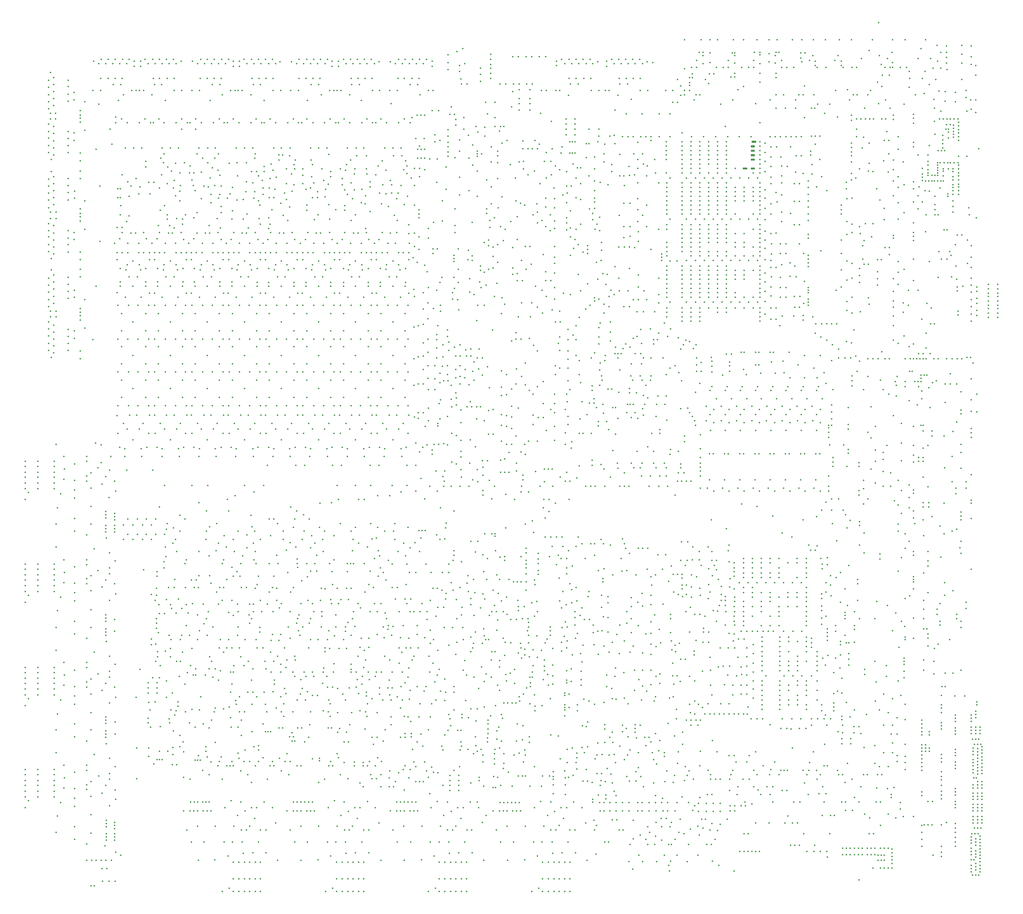
<source format=gbr>
%FSLAX34Y34*%
%MOMM*%
%LNCOPPER_INNER2*%
G71*
G01*
%ADD10C, 0.50*%
%ADD11C, 0.25*%
%LPD*%
X446000Y2338000D02*
G54D10*
D03*
X476000Y2346000D02*
G54D10*
D03*
X452000Y2370000D02*
G54D10*
D03*
X480000Y2368000D02*
G54D10*
D03*
X442000Y2384000D02*
G54D10*
D03*
X512000Y2346000D02*
G54D10*
D03*
X542000Y2364000D02*
G54D10*
D03*
X524000Y2382000D02*
G54D10*
D03*
X508000Y2382000D02*
G54D10*
D03*
X420000Y2308000D02*
G54D10*
D03*
X410000Y2334000D02*
G54D10*
D03*
X418000Y2334000D02*
G54D10*
D03*
X410000Y2362000D02*
G54D10*
D03*
X418000Y2362000D02*
G54D10*
D03*
X418000Y2280000D02*
G54D10*
D03*
X446000Y2276000D02*
G54D10*
D03*
X354000Y2370000D02*
G54D10*
D03*
X354000Y2196000D02*
G54D10*
D03*
X292000Y2162000D02*
G54D10*
D03*
X292000Y2138000D02*
G54D10*
D03*
X292000Y2108000D02*
G54D10*
D03*
X254000Y2162000D02*
G54D10*
D03*
X254000Y2186000D02*
G54D10*
D03*
X254000Y2206000D02*
G54D10*
D03*
X254000Y2230000D02*
G54D10*
D03*
X272000Y2224000D02*
G54D10*
D03*
X272000Y2202000D02*
G54D10*
D03*
X306000Y2234000D02*
G54D10*
D03*
X292000Y2260000D02*
G54D10*
D03*
X200000Y2142000D02*
G54D10*
D03*
X208000Y2156000D02*
G54D10*
D03*
X208000Y2178000D02*
G54D10*
D03*
X208000Y2200000D02*
G54D10*
D03*
X208000Y2222000D02*
G54D10*
D03*
X208000Y2246000D02*
G54D10*
D03*
X192000Y2164000D02*
G54D10*
D03*
X192000Y2186000D02*
G54D10*
D03*
X192000Y2210000D02*
G54D10*
D03*
X192000Y2230000D02*
G54D10*
D03*
X192000Y2252000D02*
G54D10*
D03*
X198000Y2268000D02*
G54D10*
D03*
X216000Y2268000D02*
G54D10*
D03*
X606000Y2324000D02*
G54D10*
D03*
X736000Y2306000D02*
G54D10*
D03*
X400000Y2190000D02*
G54D10*
D03*
X442000Y2190000D02*
G54D10*
D03*
X476000Y2190000D02*
G54D10*
D03*
X518000Y2190000D02*
G54D10*
D03*
X560000Y2190000D02*
G54D10*
D03*
X592000Y2190000D02*
G54D10*
D03*
X634000Y2190000D02*
G54D10*
D03*
X677000Y2190000D02*
G54D10*
D03*
X710000Y2190000D02*
G54D10*
D03*
X752000Y2190000D02*
G54D10*
D03*
X742000Y2160000D02*
G54D10*
D03*
X760000Y2160000D02*
G54D10*
D03*
X794000Y2190000D02*
G54D10*
D03*
X826000Y2190000D02*
G54D10*
D03*
X768000Y2202000D02*
G54D10*
D03*
X736000Y2202000D02*
G54D10*
D03*
X776000Y2224000D02*
G54D10*
D03*
X802000Y2222000D02*
G54D10*
D03*
X816000Y2222000D02*
G54D10*
D03*
X726000Y2224000D02*
G54D10*
D03*
X734000Y2238000D02*
G54D10*
D03*
X700000Y2222000D02*
G54D10*
D03*
X686000Y2222000D02*
G54D10*
D03*
X660000Y2222000D02*
G54D10*
D03*
X650000Y2204000D02*
G54D10*
D03*
X658000Y2160000D02*
G54D10*
D03*
X676000Y2160000D02*
G54D10*
D03*
X710000Y2160000D02*
G54D10*
D03*
X726000Y2160000D02*
G54D10*
D03*
X776000Y2160000D02*
G54D10*
D03*
X792000Y2160000D02*
G54D10*
D03*
X408000Y2160000D02*
G54D10*
D03*
X424000Y2160000D02*
G54D10*
D03*
X442000Y2160000D02*
G54D10*
D03*
X476000Y2160000D02*
G54D10*
D03*
X492000Y2160000D02*
G54D10*
D03*
X200000Y2106000D02*
G54D10*
D03*
X208000Y2090000D02*
G54D10*
D03*
X192000Y2080000D02*
G54D10*
D03*
X208000Y2068000D02*
G54D10*
D03*
X192000Y2058000D02*
G54D10*
D03*
X192000Y2036000D02*
G54D10*
D03*
X208000Y2046000D02*
G54D10*
D03*
X208000Y2022000D02*
G54D10*
D03*
X192000Y2012000D02*
G54D10*
D03*
X192000Y1990000D02*
G54D10*
D03*
X208000Y2000000D02*
G54D10*
D03*
X198000Y1976000D02*
G54D10*
D03*
X216000Y1976000D02*
G54D10*
D03*
X292000Y1972000D02*
G54D10*
D03*
X292000Y1962000D02*
G54D10*
D03*
X292000Y1948000D02*
G54D10*
D03*
X292000Y1984000D02*
G54D10*
D03*
X192000Y1852000D02*
G54D10*
D03*
X192000Y1874000D02*
G54D10*
D03*
X192000Y1898000D02*
G54D10*
D03*
X192000Y1920000D02*
G54D10*
D03*
X192000Y1942000D02*
G54D10*
D03*
X198000Y1958000D02*
G54D10*
D03*
X216000Y1958000D02*
G54D10*
D03*
X208000Y1932000D02*
G54D10*
D03*
X208000Y1910000D02*
G54D10*
D03*
X208000Y1888000D02*
G54D10*
D03*
X208000Y1866000D02*
G54D10*
D03*
X208000Y1844000D02*
G54D10*
D03*
X200000Y1830000D02*
G54D10*
D03*
X216000Y2288000D02*
G54D10*
D03*
X198000Y2288000D02*
G54D10*
D03*
X208000Y2312000D02*
G54D10*
D03*
X208000Y2334000D02*
G54D10*
D03*
X208000Y2356000D02*
G54D10*
D03*
X208000Y2378000D02*
G54D10*
D03*
X208000Y2400000D02*
G54D10*
D03*
X200000Y2416000D02*
G54D10*
D03*
X192000Y2392000D02*
G54D10*
D03*
X192000Y2370000D02*
G54D10*
D03*
X192000Y2348000D02*
G54D10*
D03*
X192000Y2326000D02*
G54D10*
D03*
X192000Y2302000D02*
G54D10*
D03*
X2810000Y2886000D02*
G54D10*
D03*
X3088000Y2606000D02*
G54D10*
D03*
X3088000Y2464000D02*
G54D10*
D03*
X254000Y1918000D02*
G54D10*
D03*
X273000Y1914000D02*
G54D10*
D03*
X273000Y1890000D02*
G54D10*
D03*
X254000Y1896000D02*
G54D10*
D03*
X254000Y1874000D02*
G54D10*
D03*
X254000Y1852000D02*
G54D10*
D03*
X254000Y2082000D02*
G54D10*
D03*
X254000Y2060000D02*
G54D10*
D03*
X254000Y2038000D02*
G54D10*
D03*
X254000Y2016000D02*
G54D10*
D03*
X273000Y2042000D02*
G54D10*
D03*
X273000Y2020000D02*
G54D10*
D03*
X402000Y2710000D02*
G54D10*
D03*
X424000Y2710000D02*
G54D10*
D03*
X380000Y2710000D02*
G54D10*
D03*
X356000Y2710000D02*
G54D10*
D03*
X396000Y2690000D02*
G54D10*
D03*
X420000Y2690000D02*
G54D10*
D03*
X1656000Y2778000D02*
G54D10*
D03*
X1674000Y2778000D02*
G54D10*
D03*
X1698000Y2778000D02*
G54D10*
D03*
X1716000Y2778000D02*
G54D10*
D03*
X1740000Y2778000D02*
G54D10*
D03*
X1760000Y2778000D02*
G54D10*
D03*
X1746000Y2672000D02*
G54D10*
D03*
X1762000Y2672000D02*
G54D10*
D03*
X1700000Y2692000D02*
G54D10*
D03*
X1718000Y2692000D02*
G54D10*
D03*
X1658000Y2692000D02*
G54D10*
D03*
X1676000Y2692000D02*
G54D10*
D03*
X1616000Y2692000D02*
G54D10*
D03*
X1634000Y2692000D02*
G54D10*
D03*
X1498000Y2804000D02*
G54D10*
D03*
X1480000Y2794000D02*
G54D10*
D03*
X1488000Y2750000D02*
G54D10*
D03*
X1488000Y2732000D02*
G54D10*
D03*
X1492000Y2708000D02*
G54D10*
D03*
X1494000Y2692000D02*
G54D10*
D03*
X1512000Y2692000D02*
G54D10*
D03*
X1404000Y2672000D02*
G54D10*
D03*
X1390000Y2672000D02*
G54D10*
D03*
X1292000Y2672000D02*
G54D10*
D03*
X1268000Y2672000D02*
G54D10*
D03*
X1236000Y2672000D02*
G54D10*
D03*
X1214000Y2672000D02*
G54D10*
D03*
X1114000Y2672000D02*
G54D10*
D03*
X1102000Y2672000D02*
G54D10*
D03*
X1092000Y2672000D02*
G54D10*
D03*
X1078000Y2672000D02*
G54D10*
D03*
X980000Y2672000D02*
G54D10*
D03*
X956000Y2672000D02*
G54D10*
D03*
X924000Y2672000D02*
G54D10*
D03*
X900000Y2672000D02*
G54D10*
D03*
X802000Y2672000D02*
G54D10*
D03*
X790000Y2672000D02*
G54D10*
D03*
X780000Y2672000D02*
G54D10*
D03*
X766000Y2672000D02*
G54D10*
D03*
X292000Y1826000D02*
G54D10*
D03*
X292000Y1850000D02*
G54D10*
D03*
X332000Y1886000D02*
G54D10*
D03*
X3020000Y2668000D02*
G54D10*
D03*
X3020000Y2638000D02*
G54D10*
D03*
X3006000Y2606000D02*
G54D10*
D03*
X3120000Y2052000D02*
G54D10*
D03*
X3120000Y2038000D02*
G54D10*
D03*
X3120000Y2016000D02*
G54D10*
D03*
X3120000Y2000000D02*
G54D10*
D03*
X3120000Y1978000D02*
G54D10*
D03*
X3120000Y1962000D02*
G54D10*
D03*
X254000Y2326000D02*
G54D10*
D03*
X254000Y2350000D02*
G54D10*
D03*
X254000Y2372000D02*
G54D10*
D03*
X254000Y2394000D02*
G54D10*
D03*
X254000Y2476000D02*
G54D10*
D03*
X254000Y2498000D02*
G54D10*
D03*
X254000Y2520000D02*
G54D10*
D03*
X254000Y2542000D02*
G54D10*
D03*
X200000Y2454000D02*
G54D10*
D03*
X208000Y2468000D02*
G54D10*
D03*
X208000Y2490000D02*
G54D10*
D03*
X208000Y2512000D02*
G54D10*
D03*
X208000Y2536000D02*
G54D10*
D03*
X192000Y2476000D02*
G54D10*
D03*
X192000Y2498000D02*
G54D10*
D03*
X192000Y2522000D02*
G54D10*
D03*
X192000Y2542000D02*
G54D10*
D03*
X192000Y2566000D02*
G54D10*
D03*
X198000Y2582000D02*
G54D10*
D03*
X214000Y2582000D02*
G54D10*
D03*
X292000Y2608000D02*
G54D10*
D03*
X292000Y2594000D02*
G54D10*
D03*
X292000Y2584000D02*
G54D10*
D03*
X292000Y2572000D02*
G54D10*
D03*
X306000Y2636000D02*
G54D10*
D03*
X350000Y2628000D02*
G54D10*
D03*
X356000Y2672000D02*
G54D10*
D03*
X332000Y2672000D02*
G54D10*
D03*
X412000Y2640000D02*
G54D10*
D03*
X428000Y2658000D02*
G54D10*
D03*
X454000Y2672000D02*
G54D10*
D03*
X468000Y2672000D02*
G54D10*
D03*
X478000Y2672000D02*
G54D10*
D03*
X306000Y2546000D02*
G54D10*
D03*
X272000Y2538000D02*
G54D10*
D03*
X272000Y2514000D02*
G54D10*
D03*
X292000Y2474000D02*
G54D10*
D03*
X292000Y2274000D02*
G54D10*
D03*
X292000Y2284000D02*
G54D10*
D03*
X292000Y2298000D02*
G54D10*
D03*
X306000Y2324000D02*
G54D10*
D03*
X292000Y2394000D02*
G54D10*
D03*
X292000Y2418000D02*
G54D10*
D03*
X292000Y2450000D02*
G54D10*
D03*
X274000Y2332000D02*
G54D10*
D03*
X274000Y2354000D02*
G54D10*
D03*
X292000Y2084000D02*
G54D10*
D03*
X192000Y2614000D02*
G54D10*
D03*
X192000Y2636000D02*
G54D10*
D03*
X192000Y2658000D02*
G54D10*
D03*
X192000Y2682000D02*
G54D10*
D03*
X192000Y2704000D02*
G54D10*
D03*
X198000Y2728000D02*
G54D10*
D03*
X208000Y2712000D02*
G54D10*
D03*
X208000Y2690000D02*
G54D10*
D03*
X208000Y2668000D02*
G54D10*
D03*
X208000Y2646000D02*
G54D10*
D03*
X208000Y2624000D02*
G54D10*
D03*
X254000Y2638000D02*
G54D10*
D03*
X254000Y2660000D02*
G54D10*
D03*
X254000Y2684000D02*
G54D10*
D03*
X254000Y2704000D02*
G54D10*
D03*
X272000Y2666000D02*
G54D10*
D03*
X272000Y2642000D02*
G54D10*
D03*
X1364000Y2658000D02*
G54D10*
D03*
X342000Y2054000D02*
G54D10*
D03*
X526000Y2690000D02*
G54D10*
D03*
X548000Y2690000D02*
G54D10*
D03*
X522000Y2710000D02*
G54D10*
D03*
X542000Y2710000D02*
G54D10*
D03*
X566000Y2710000D02*
G54D10*
D03*
X588000Y2710000D02*
G54D10*
D03*
X670000Y2710000D02*
G54D10*
D03*
X692000Y2710000D02*
G54D10*
D03*
X714000Y2710000D02*
G54D10*
D03*
X736000Y2710000D02*
G54D10*
D03*
X708000Y2690000D02*
G54D10*
D03*
X732000Y2690000D02*
G54D10*
D03*
X838000Y2690000D02*
G54D10*
D03*
X860000Y2690000D02*
G54D10*
D03*
X834000Y2710000D02*
G54D10*
D03*
X856000Y2710000D02*
G54D10*
D03*
X878000Y2710000D02*
G54D10*
D03*
X900000Y2710000D02*
G54D10*
D03*
X358000Y2770000D02*
G54D10*
D03*
X380000Y2770000D02*
G54D10*
D03*
X402000Y2770000D02*
G54D10*
D03*
X426000Y2770000D02*
G54D10*
D03*
X446000Y2770000D02*
G54D10*
D03*
X462000Y2764000D02*
G54D10*
D03*
X462000Y2748000D02*
G54D10*
D03*
X350000Y2756000D02*
G54D10*
D03*
X372000Y2756000D02*
G54D10*
D03*
X394000Y2756000D02*
G54D10*
D03*
X416000Y2756000D02*
G54D10*
D03*
X438000Y2756000D02*
G54D10*
D03*
X334000Y2764000D02*
G54D10*
D03*
X198000Y2600000D02*
G54D10*
D03*
X214000Y2600000D02*
G54D10*
D03*
X208000Y2558000D02*
G54D10*
D03*
X306000Y1922000D02*
G54D10*
D03*
X492000Y2672000D02*
G54D10*
D03*
X610000Y2764000D02*
G54D10*
D03*
X506000Y2756000D02*
G54D10*
D03*
X528000Y2756000D02*
G54D10*
D03*
X550000Y2756000D02*
G54D10*
D03*
X572000Y2756000D02*
G54D10*
D03*
X594000Y2756000D02*
G54D10*
D03*
X496000Y2770000D02*
G54D10*
D03*
X520000Y2770000D02*
G54D10*
D03*
X542000Y2770000D02*
G54D10*
D03*
X564000Y2770000D02*
G54D10*
D03*
X586000Y2770000D02*
G54D10*
D03*
X646000Y2764000D02*
G54D10*
D03*
X662000Y2756000D02*
G54D10*
D03*
X684000Y2756000D02*
G54D10*
D03*
X706000Y2756000D02*
G54D10*
D03*
X728000Y2756000D02*
G54D10*
D03*
X750000Y2756000D02*
G54D10*
D03*
X672000Y2770000D02*
G54D10*
D03*
X692000Y2770000D02*
G54D10*
D03*
X714000Y2770000D02*
G54D10*
D03*
X738000Y2770000D02*
G54D10*
D03*
X760000Y2770000D02*
G54D10*
D03*
X774000Y2764000D02*
G54D10*
D03*
X774000Y2748000D02*
G54D10*
D03*
X794000Y2748000D02*
G54D10*
D03*
X794000Y2764000D02*
G54D10*
D03*
X808000Y2770000D02*
G54D10*
D03*
X832000Y2770000D02*
G54D10*
D03*
X854000Y2770000D02*
G54D10*
D03*
X876000Y2770000D02*
G54D10*
D03*
X898000Y2770000D02*
G54D10*
D03*
X922000Y2762000D02*
G54D10*
D03*
X908000Y2756000D02*
G54D10*
D03*
X886000Y2756000D02*
G54D10*
D03*
X862000Y2756000D02*
G54D10*
D03*
X840000Y2756000D02*
G54D10*
D03*
X818000Y2756000D02*
G54D10*
D03*
X958000Y2762000D02*
G54D10*
D03*
X974000Y2756000D02*
G54D10*
D03*
X996000Y2756000D02*
G54D10*
D03*
X1018000Y2756000D02*
G54D10*
D03*
X1040000Y2756000D02*
G54D10*
D03*
X1064000Y2756000D02*
G54D10*
D03*
X982000Y2770000D02*
G54D10*
D03*
X1006000Y2770000D02*
G54D10*
D03*
X1028000Y2770000D02*
G54D10*
D03*
X1050000Y2770000D02*
G54D10*
D03*
X1072000Y2770000D02*
G54D10*
D03*
X1086000Y2764000D02*
G54D10*
D03*
X1086000Y2748000D02*
G54D10*
D03*
X1106000Y2748000D02*
G54D10*
D03*
X1106000Y2764000D02*
G54D10*
D03*
X1122000Y2770000D02*
G54D10*
D03*
X1144000Y2770000D02*
G54D10*
D03*
X1166000Y2770000D02*
G54D10*
D03*
X1188000Y2770000D02*
G54D10*
D03*
X1210000Y2770000D02*
G54D10*
D03*
X1130000Y2756000D02*
G54D10*
D03*
X1152000Y2756000D02*
G54D10*
D03*
X1174000Y2756000D02*
G54D10*
D03*
X1196000Y2756000D02*
G54D10*
D03*
X1220000Y2756000D02*
G54D10*
D03*
X1234000Y2762000D02*
G54D10*
D03*
X1296000Y2770000D02*
G54D10*
D03*
X1316000Y2770000D02*
G54D10*
D03*
X1340000Y2770000D02*
G54D10*
D03*
X1362000Y2770000D02*
G54D10*
D03*
X1384000Y2770000D02*
G54D10*
D03*
X1402000Y2764000D02*
G54D10*
D03*
X1402000Y2748000D02*
G54D10*
D03*
X1270000Y2762000D02*
G54D10*
D03*
X1286000Y2756000D02*
G54D10*
D03*
X1308000Y2756000D02*
G54D10*
D03*
X1330000Y2756000D02*
G54D10*
D03*
X1352000Y2756000D02*
G54D10*
D03*
X1374000Y2756000D02*
G54D10*
D03*
X482000Y2748000D02*
G54D10*
D03*
X482000Y2764000D02*
G54D10*
D03*
X1504000Y2756000D02*
G54D10*
D03*
X342000Y2486000D02*
G54D10*
D03*
X392000Y2502000D02*
G54D10*
D03*
X386000Y2550000D02*
G54D10*
D03*
X404000Y2570000D02*
G54D10*
D03*
X440000Y2570000D02*
G54D10*
D03*
X982000Y2710000D02*
G54D10*
D03*
X1004000Y2710000D02*
G54D10*
D03*
X1026000Y2710000D02*
G54D10*
D03*
X1048000Y2710000D02*
G54D10*
D03*
X1020000Y2690000D02*
G54D10*
D03*
X1044000Y2690000D02*
G54D10*
D03*
X1008000Y2640000D02*
G54D10*
D03*
X306000Y2012000D02*
G54D10*
D03*
X1146000Y2710000D02*
G54D10*
D03*
X1168000Y2710000D02*
G54D10*
D03*
X1190000Y2710000D02*
G54D10*
D03*
X1212000Y2710000D02*
G54D10*
D03*
X1148000Y2690000D02*
G54D10*
D03*
X1172000Y2690000D02*
G54D10*
D03*
X1294000Y2710000D02*
G54D10*
D03*
X1314000Y2710000D02*
G54D10*
D03*
X1338000Y2710000D02*
G54D10*
D03*
X1360000Y2710000D02*
G54D10*
D03*
X1332000Y2690000D02*
G54D10*
D03*
X1356000Y2690000D02*
G54D10*
D03*
X1272000Y2630000D02*
G54D10*
D03*
X1178000Y2640000D02*
G54D10*
D03*
X1452000Y2738000D02*
G54D10*
D03*
X1452000Y2760000D02*
G54D10*
D03*
X1452000Y2784000D02*
G54D10*
D03*
X588000Y2672000D02*
G54D10*
D03*
X612000Y2672000D02*
G54D10*
D03*
X644000Y2672000D02*
G54D10*
D03*
X668000Y2672000D02*
G54D10*
D03*
X702000Y2640000D02*
G54D10*
D03*
X560000Y2640000D02*
G54D10*
D03*
X518000Y2658000D02*
G54D10*
D03*
X740000Y2658000D02*
G54D10*
D03*
X830000Y2658000D02*
G54D10*
D03*
X872000Y2640000D02*
G54D10*
D03*
X846000Y2582000D02*
G54D10*
D03*
X890000Y2582000D02*
G54D10*
D03*
X964000Y2582000D02*
G54D10*
D03*
X422000Y2582000D02*
G54D10*
D03*
X404000Y2588000D02*
G54D10*
D03*
X496000Y2582000D02*
G54D10*
D03*
X478000Y2570000D02*
G54D10*
D03*
X514000Y2570000D02*
G54D10*
D03*
X522000Y2570000D02*
G54D10*
D03*
X556000Y2570000D02*
G54D10*
D03*
X540000Y2582000D02*
G54D10*
D03*
X612000Y2582000D02*
G54D10*
D03*
X612000Y2550000D02*
G54D10*
D03*
X594000Y2570000D02*
G54D10*
D03*
X630000Y2570000D02*
G54D10*
D03*
X638000Y2570000D02*
G54D10*
D03*
X656000Y2582000D02*
G54D10*
D03*
X656000Y2550000D02*
G54D10*
D03*
X674000Y2570000D02*
G54D10*
D03*
X712000Y2570000D02*
G54D10*
D03*
X730000Y2582000D02*
G54D10*
D03*
X694000Y2490000D02*
G54D10*
D03*
X460000Y2490000D02*
G54D10*
D03*
X434000Y2490000D02*
G54D10*
D03*
X486000Y2490000D02*
G54D10*
D03*
X550000Y2490000D02*
G54D10*
D03*
X576000Y2490000D02*
G54D10*
D03*
X602000Y2490000D02*
G54D10*
D03*
X666000Y2490000D02*
G54D10*
D03*
X718000Y2490000D02*
G54D10*
D03*
X784000Y2490000D02*
G54D10*
D03*
X810000Y2490000D02*
G54D10*
D03*
X836000Y2490000D02*
G54D10*
D03*
X902000Y2490000D02*
G54D10*
D03*
X926000Y2490000D02*
G54D10*
D03*
X954000Y2490000D02*
G54D10*
D03*
X1018000Y2490000D02*
G54D10*
D03*
X1044000Y2490000D02*
G54D10*
D03*
X1070000Y2490000D02*
G54D10*
D03*
X1134000Y2490000D02*
G54D10*
D03*
X1162000Y2490000D02*
G54D10*
D03*
X1186000Y2490000D02*
G54D10*
D03*
X1252000Y2490000D02*
G54D10*
D03*
X1278000Y2490000D02*
G54D10*
D03*
X1304000Y2490000D02*
G54D10*
D03*
X1356000Y2486000D02*
G54D10*
D03*
X1367000Y2486000D02*
G54D10*
D03*
X1378000Y2486000D02*
G54D10*
D03*
X1356000Y2458000D02*
G54D10*
D03*
X1367000Y2458000D02*
G54D10*
D03*
X1378000Y2458000D02*
G54D10*
D03*
X746000Y2570000D02*
G54D10*
D03*
X756000Y2570000D02*
G54D10*
D03*
X792000Y2570000D02*
G54D10*
D03*
X830000Y2570000D02*
G54D10*
D03*
X864000Y2570000D02*
G54D10*
D03*
X872000Y2570000D02*
G54D10*
D03*
X908000Y2570000D02*
G54D10*
D03*
X946000Y2570000D02*
G54D10*
D03*
X980000Y2570000D02*
G54D10*
D03*
X990000Y2570000D02*
G54D10*
D03*
X1026000Y2570000D02*
G54D10*
D03*
X1062000Y2570000D02*
G54D10*
D03*
X1098000Y2570000D02*
G54D10*
D03*
X1106000Y2570000D02*
G54D10*
D03*
X1142000Y2570000D02*
G54D10*
D03*
X1180000Y2570000D02*
G54D10*
D03*
X1214000Y2570000D02*
G54D10*
D03*
X1224000Y2570000D02*
G54D10*
D03*
X1240000Y2582000D02*
G54D10*
D03*
X1196000Y2582000D02*
G54D10*
D03*
X1124000Y2582000D02*
G54D10*
D03*
X1080000Y2582000D02*
G54D10*
D03*
X1258000Y2570000D02*
G54D10*
D03*
X1296000Y2570000D02*
G54D10*
D03*
X1332000Y2570000D02*
G54D10*
D03*
X1338000Y2586000D02*
G54D10*
D03*
X1354000Y2594000D02*
G54D10*
D03*
X1366000Y2594000D02*
G54D10*
D03*
X1378000Y2594000D02*
G54D10*
D03*
X1350000Y2520000D02*
G54D10*
D03*
X1376000Y2520000D02*
G54D10*
D03*
X774000Y2582000D02*
G54D10*
D03*
X1006000Y2582000D02*
G54D10*
D03*
X1656000Y2668000D02*
G54D10*
D03*
X1834000Y2710000D02*
G54D10*
D03*
X1856000Y2710000D02*
G54D10*
D03*
X1880000Y2710000D02*
G54D10*
D03*
X1902000Y2710000D02*
G54D10*
D03*
X1992000Y2710000D02*
G54D10*
D03*
X2014000Y2710000D02*
G54D10*
D03*
X2036000Y2710000D02*
G54D10*
D03*
X2058000Y2710000D02*
G54D10*
D03*
X1794000Y2750000D02*
G54D10*
D03*
X1794000Y2764000D02*
G54D10*
D03*
X1810000Y2770000D02*
G54D10*
D03*
X1834000Y2770000D02*
G54D10*
D03*
X1856000Y2770000D02*
G54D10*
D03*
X1878000Y2770000D02*
G54D10*
D03*
X1900000Y2770000D02*
G54D10*
D03*
X1820000Y2756000D02*
G54D10*
D03*
X1842000Y2756000D02*
G54D10*
D03*
X1864000Y2756000D02*
G54D10*
D03*
X1888000Y2756000D02*
G54D10*
D03*
X1908000Y2756000D02*
G54D10*
D03*
X1924000Y2762000D02*
G54D10*
D03*
X1586000Y2786000D02*
G54D10*
D03*
X1586000Y2770000D02*
G54D10*
D03*
X1586000Y2754000D02*
G54D10*
D03*
X1586000Y2742000D02*
G54D10*
D03*
X1586000Y2726000D02*
G54D10*
D03*
X1586000Y2710000D02*
G54D10*
D03*
X3024000Y2792000D02*
G54D10*
D03*
X3024000Y2776000D02*
G54D10*
D03*
X3024000Y2758000D02*
G54D10*
D03*
X3024000Y2812000D02*
G54D10*
D03*
X3086000Y2672000D02*
G54D10*
D03*
X3086000Y2650000D02*
G54D10*
D03*
X3052000Y2666000D02*
G54D10*
D03*
X3052000Y2636000D02*
G54D10*
D03*
X1838000Y2692000D02*
G54D10*
D03*
X1862000Y2692000D02*
G54D10*
D03*
X1952000Y2748000D02*
G54D10*
D03*
X1952000Y2764000D02*
G54D10*
D03*
X1968000Y2770000D02*
G54D10*
D03*
X1990000Y2770000D02*
G54D10*
D03*
X2012000Y2770000D02*
G54D10*
D03*
X2034000Y2770000D02*
G54D10*
D03*
X2056000Y2770000D02*
G54D10*
D03*
X2080000Y2762000D02*
G54D10*
D03*
X2098000Y2760000D02*
G54D10*
D03*
X1976000Y2756000D02*
G54D10*
D03*
X1998000Y2756000D02*
G54D10*
D03*
X2020000Y2756000D02*
G54D10*
D03*
X2042000Y2756000D02*
G54D10*
D03*
X2066000Y2756000D02*
G54D10*
D03*
X1052000Y2658000D02*
G54D10*
D03*
X1142000Y2658000D02*
G54D10*
D03*
X1792000Y2672000D02*
G54D10*
D03*
X1804000Y2672000D02*
G54D10*
D03*
X1904000Y2672000D02*
G54D10*
D03*
X1928000Y2672000D02*
G54D10*
D03*
X1948000Y2672000D02*
G54D10*
D03*
X1960000Y2672000D02*
G54D10*
D03*
X2058000Y2672000D02*
G54D10*
D03*
X2082000Y2672000D02*
G54D10*
D03*
X2138000Y2672000D02*
G54D10*
D03*
X2160000Y2672000D02*
G54D10*
D03*
X2198000Y2672000D02*
G54D10*
D03*
X2198000Y2658000D02*
G54D10*
D03*
X2234000Y2658000D02*
G54D10*
D03*
X2246000Y2658000D02*
G54D10*
D03*
X2186000Y2656000D02*
G54D10*
D03*
X2186000Y2686000D02*
G54D10*
D03*
X2176000Y2706000D02*
G54D10*
D03*
X2176000Y2634000D02*
G54D10*
D03*
X2160000Y2634000D02*
G54D10*
D03*
X2030000Y2644000D02*
G54D10*
D03*
X1554000Y2742000D02*
G54D10*
D03*
X1554000Y2722000D02*
G54D10*
D03*
X1554000Y2700000D02*
G54D10*
D03*
X1994000Y2692000D02*
G54D10*
D03*
X2018000Y2692000D02*
G54D10*
D03*
X2198000Y2832000D02*
G54D10*
D03*
X2250000Y2832000D02*
G54D10*
D03*
X2278000Y2832000D02*
G54D10*
D03*
X2302000Y2832000D02*
G54D10*
D03*
X2352000Y2832000D02*
G54D10*
D03*
X2384000Y2832000D02*
G54D10*
D03*
X2426000Y2832000D02*
G54D10*
D03*
X2464000Y2832000D02*
G54D10*
D03*
X2490000Y2832000D02*
G54D10*
D03*
X2538000Y2832000D02*
G54D10*
D03*
X2568000Y2832000D02*
G54D10*
D03*
X2604000Y2832000D02*
G54D10*
D03*
X2642000Y2832000D02*
G54D10*
D03*
X2686000Y2832000D02*
G54D10*
D03*
X2724000Y2832000D02*
G54D10*
D03*
X2790000Y2832000D02*
G54D10*
D03*
X2854000Y2832000D02*
G54D10*
D03*
X2894000Y2832000D02*
G54D10*
D03*
X2958000Y2832000D02*
G54D10*
D03*
X3006000Y2792000D02*
G54D10*
D03*
X3072000Y2814000D02*
G54D10*
D03*
X3072000Y2786000D02*
G54D10*
D03*
X3072000Y2758000D02*
G54D10*
D03*
X3102000Y2812000D02*
G54D10*
D03*
X3102000Y2778000D02*
G54D10*
D03*
X3102000Y2754000D02*
G54D10*
D03*
X3116000Y2750000D02*
G54D10*
D03*
X3116000Y2720000D02*
G54D10*
D03*
X3026000Y2738000D02*
G54D10*
D03*
X3006000Y2742000D02*
G54D10*
D03*
X3000000Y2670000D02*
G54D10*
D03*
X2986000Y2616000D02*
G54D10*
D03*
X858000Y2310000D02*
G54D10*
D03*
X1004000Y2360000D02*
G54D10*
D03*
X942000Y2328000D02*
G54D10*
D03*
X1028000Y2380000D02*
G54D10*
D03*
X890000Y2394000D02*
G54D10*
D03*
X854000Y2402000D02*
G54D10*
D03*
X960000Y2354000D02*
G54D10*
D03*
X966000Y2374000D02*
G54D10*
D03*
X994000Y2378000D02*
G54D10*
D03*
X942000Y2378000D02*
G54D10*
D03*
X906000Y2360000D02*
G54D10*
D03*
X902000Y2334000D02*
G54D10*
D03*
X924000Y2316000D02*
G54D10*
D03*
X854000Y2324000D02*
G54D10*
D03*
X888000Y2334000D02*
G54D10*
D03*
X868000Y2344000D02*
G54D10*
D03*
X868000Y2364000D02*
G54D10*
D03*
X888000Y2364000D02*
G54D10*
D03*
X866000Y2388000D02*
G54D10*
D03*
X910000Y2398000D02*
G54D10*
D03*
X952000Y2304000D02*
G54D10*
D03*
X1006000Y2294000D02*
G54D10*
D03*
X1006000Y2310000D02*
G54D10*
D03*
X896000Y2296000D02*
G54D10*
D03*
X932000Y2278000D02*
G54D10*
D03*
X936000Y2348000D02*
G54D10*
D03*
X842000Y2352000D02*
G54D10*
D03*
X840000Y2332000D02*
G54D10*
D03*
X1060000Y2388000D02*
G54D10*
D03*
X1066000Y2360000D02*
G54D10*
D03*
X1074000Y2376000D02*
G54D10*
D03*
X1118000Y2374000D02*
G54D10*
D03*
X1146000Y2380000D02*
G54D10*
D03*
X1134000Y2344000D02*
G54D10*
D03*
X1126000Y2358000D02*
G54D10*
D03*
X1156000Y2358000D02*
G54D10*
D03*
X1180000Y2360000D02*
G54D10*
D03*
X1192000Y2340000D02*
G54D10*
D03*
X1274000Y2348000D02*
G54D10*
D03*
X1294000Y2348000D02*
G54D10*
D03*
X1178000Y2318000D02*
G54D10*
D03*
X1190000Y2314000D02*
G54D10*
D03*
X1150000Y2330000D02*
G54D10*
D03*
X1242000Y2314000D02*
G54D10*
D03*
X1236000Y2348000D02*
G54D10*
D03*
X1256000Y2346000D02*
G54D10*
D03*
X1264000Y2306000D02*
G54D10*
D03*
X1290000Y2330000D02*
G54D10*
D03*
X1246000Y2374000D02*
G54D10*
D03*
X1274000Y2374000D02*
G54D10*
D03*
X1270000Y2388000D02*
G54D10*
D03*
X1256000Y2420000D02*
G54D10*
D03*
X1224000Y2406000D02*
G54D10*
D03*
X1196000Y2408000D02*
G54D10*
D03*
X1156000Y2408000D02*
G54D10*
D03*
X1112000Y2424000D02*
G54D10*
D03*
X1128000Y2420000D02*
G54D10*
D03*
X1158000Y2424000D02*
G54D10*
D03*
X1194000Y2424000D02*
G54D10*
D03*
X1082000Y2400000D02*
G54D10*
D03*
X1082000Y2416000D02*
G54D10*
D03*
X1118000Y2394000D02*
G54D10*
D03*
X1206000Y2384000D02*
G54D10*
D03*
X1206000Y2368000D02*
G54D10*
D03*
X1206000Y2290000D02*
G54D10*
D03*
X1160000Y2280000D02*
G54D10*
D03*
X1126000Y2294000D02*
G54D10*
D03*
X1126000Y2308000D02*
G54D10*
D03*
X1098000Y2296000D02*
G54D10*
D03*
X1076000Y2312000D02*
G54D10*
D03*
X1078000Y2266000D02*
G54D10*
D03*
X1282000Y2278000D02*
G54D10*
D03*
X1346000Y2372000D02*
G54D10*
D03*
X1304000Y2372000D02*
G54D10*
D03*
X1336000Y2396000D02*
G54D10*
D03*
X1322000Y2410000D02*
G54D10*
D03*
X1312000Y2422000D02*
G54D10*
D03*
X1322000Y2434000D02*
G54D10*
D03*
X1318000Y2450000D02*
G54D10*
D03*
X1244000Y2450000D02*
G54D10*
D03*
X1280000Y2466000D02*
G54D10*
D03*
X1306000Y2466000D02*
G54D10*
D03*
X1346000Y2426000D02*
G54D10*
D03*
X1362000Y2426000D02*
G54D10*
D03*
X1362000Y2400000D02*
G54D10*
D03*
X1378000Y2422000D02*
G54D10*
D03*
X1416000Y2382000D02*
G54D10*
D03*
X1418000Y2456000D02*
G54D10*
D03*
X1394000Y2456000D02*
G54D10*
D03*
X1446000Y2360000D02*
G54D10*
D03*
X1446000Y2430000D02*
G54D10*
D03*
X1434000Y2324000D02*
G54D10*
D03*
X868000Y2190000D02*
G54D10*
D03*
X910000Y2190000D02*
G54D10*
D03*
X944000Y2190000D02*
G54D10*
D03*
X986000Y2190000D02*
G54D10*
D03*
X1028000Y2190000D02*
G54D10*
D03*
X1060000Y2190000D02*
G54D10*
D03*
X1102000Y2190000D02*
G54D10*
D03*
X1144000Y2190000D02*
G54D10*
D03*
X1178000Y2190000D02*
G54D10*
D03*
X1220000Y2190000D02*
G54D10*
D03*
X1262000Y2190000D02*
G54D10*
D03*
X1286000Y2190000D02*
G54D10*
D03*
X1330000Y2190000D02*
G54D10*
D03*
X1328000Y2220000D02*
G54D10*
D03*
X1290000Y2224000D02*
G54D10*
D03*
X1270000Y2222000D02*
G54D10*
D03*
X1244000Y2224000D02*
G54D10*
D03*
X1234000Y2202000D02*
G54D10*
D03*
X1202000Y2202000D02*
G54D10*
D03*
X1194000Y2224000D02*
G54D10*
D03*
X1168000Y2222000D02*
G54D10*
D03*
X1154000Y2222000D02*
G54D10*
D03*
X1126000Y2224000D02*
G54D10*
D03*
X1192000Y2236000D02*
G54D10*
D03*
X1292000Y2262000D02*
G54D10*
D03*
X1328000Y2248000D02*
G54D10*
D03*
X1146000Y2262000D02*
G54D10*
D03*
X1118000Y2202000D02*
G54D10*
D03*
X1126000Y2160000D02*
G54D10*
D03*
X1142000Y2160000D02*
G54D10*
D03*
X1142000Y2122000D02*
G54D10*
D03*
X1160000Y2134000D02*
G54D10*
D03*
X1178000Y2160000D02*
G54D10*
D03*
X1194000Y2160000D02*
G54D10*
D03*
X1210000Y2160000D02*
G54D10*
D03*
X1226000Y2160000D02*
G54D10*
D03*
X1244000Y2160000D02*
G54D10*
D03*
X1260000Y2160000D02*
G54D10*
D03*
X1296000Y2160000D02*
G54D10*
D03*
X1310000Y2160000D02*
G54D10*
D03*
X1328000Y2160000D02*
G54D10*
D03*
X1346000Y2180000D02*
G54D10*
D03*
X1346000Y2222000D02*
G54D10*
D03*
X498000Y2448000D02*
G54D10*
D03*
X546000Y2458000D02*
G54D10*
D03*
X554000Y2444000D02*
G54D10*
D03*
X592000Y2442000D02*
G54D10*
D03*
X620000Y2444000D02*
G54D10*
D03*
X660000Y2472000D02*
G54D10*
D03*
X728000Y2472000D02*
G54D10*
D03*
X556000Y2472000D02*
G54D10*
D03*
X678000Y2458000D02*
G54D10*
D03*
X716000Y2458000D02*
G54D10*
D03*
X1076000Y2470000D02*
G54D10*
D03*
X930000Y2468000D02*
G54D10*
D03*
X918000Y2468000D02*
G54D10*
D03*
X952000Y2466000D02*
G54D10*
D03*
X1164000Y2466000D02*
G54D10*
D03*
X1194000Y2466000D02*
G54D10*
D03*
X918000Y2452000D02*
G54D10*
D03*
X970000Y2452000D02*
G54D10*
D03*
X1020000Y2452000D02*
G54D10*
D03*
X1144000Y2452000D02*
G54D10*
D03*
X558000Y1426000D02*
G54D10*
D03*
X644000Y1426000D02*
G54D10*
D03*
X694000Y1426000D02*
G54D10*
D03*
X810000Y1426000D02*
G54D10*
D03*
X870000Y1426000D02*
G54D10*
D03*
X1102000Y1426000D02*
G54D10*
D03*
X1160000Y1426000D02*
G54D10*
D03*
X1208000Y1426000D02*
G54D10*
D03*
X1276000Y1426000D02*
G54D10*
D03*
X1322000Y1426000D02*
G54D10*
D03*
X550000Y1542000D02*
G54D10*
D03*
X484000Y1542000D02*
G54D10*
D03*
X490000Y1622000D02*
G54D10*
D03*
X544000Y1622000D02*
G54D10*
D03*
X438000Y1474000D02*
G54D10*
D03*
X520000Y1474000D02*
G54D10*
D03*
X388000Y1518000D02*
G54D10*
D03*
X404000Y1408000D02*
G54D10*
D03*
X400000Y1440000D02*
G54D10*
D03*
X384000Y1474000D02*
G54D10*
D03*
X372000Y1454000D02*
G54D10*
D03*
X360000Y1430000D02*
G54D10*
D03*
X382000Y1388000D02*
G54D10*
D03*
X348000Y1482000D02*
G54D10*
D03*
X432000Y1542000D02*
G54D10*
D03*
X400000Y1328000D02*
G54D10*
D03*
X400000Y1290000D02*
G54D10*
D03*
X402000Y1188000D02*
G54D10*
D03*
X400000Y1116000D02*
G54D10*
D03*
X404000Y1084000D02*
G54D10*
D03*
X400000Y1004000D02*
G54D10*
D03*
X400000Y966000D02*
G54D10*
D03*
X402000Y862000D02*
G54D10*
D03*
X400000Y790000D02*
G54D10*
D03*
X404000Y758000D02*
G54D10*
D03*
X402000Y680000D02*
G54D10*
D03*
X402000Y642000D02*
G54D10*
D03*
X402000Y540000D02*
G54D10*
D03*
X402000Y466000D02*
G54D10*
D03*
X404000Y436000D02*
G54D10*
D03*
X400000Y354000D02*
G54D10*
D03*
X400000Y318000D02*
G54D10*
D03*
X640000Y428000D02*
G54D10*
D03*
X688000Y428000D02*
G54D10*
D03*
X768000Y432000D02*
G54D10*
D03*
X798000Y428000D02*
G54D10*
D03*
X872000Y428000D02*
G54D10*
D03*
X976000Y428000D02*
G54D10*
D03*
X1012000Y428000D02*
G54D10*
D03*
X1094000Y432000D02*
G54D10*
D03*
X1124000Y428000D02*
G54D10*
D03*
X1198000Y430000D02*
G54D10*
D03*
X1302000Y428000D02*
G54D10*
D03*
X1338000Y428000D02*
G54D10*
D03*
X1418000Y430000D02*
G54D10*
D03*
X1450000Y428000D02*
G54D10*
D03*
X1522000Y428000D02*
G54D10*
D03*
X1544000Y428000D02*
G54D10*
D03*
X1628000Y426000D02*
G54D10*
D03*
X1664000Y426000D02*
G54D10*
D03*
X1744000Y430000D02*
G54D10*
D03*
X1776000Y428000D02*
G54D10*
D03*
X1848000Y428000D02*
G54D10*
D03*
X210000Y1502000D02*
G54D10*
D03*
X210000Y1468000D02*
G54D10*
D03*
X210000Y1452000D02*
G54D10*
D03*
X158000Y1502000D02*
G54D10*
D03*
X158000Y1452000D02*
G54D10*
D03*
X158000Y1434000D02*
G54D10*
D03*
X118000Y1434000D02*
G54D10*
D03*
X118000Y1452000D02*
G54D10*
D03*
X118000Y1502000D02*
G54D10*
D03*
X216000Y1556000D02*
G54D10*
D03*
X128000Y1404000D02*
G54D10*
D03*
X118000Y1382000D02*
G54D10*
D03*
X274000Y1494000D02*
G54D10*
D03*
X274000Y1442000D02*
G54D10*
D03*
X274000Y1412000D02*
G54D10*
D03*
X274000Y1386000D02*
G54D10*
D03*
X1394000Y1424000D02*
G54D10*
D03*
X1438000Y1424000D02*
G54D10*
D03*
X1462000Y1424000D02*
G54D10*
D03*
X1490000Y1424000D02*
G54D10*
D03*
X1518000Y1424000D02*
G54D10*
D03*
X1436000Y1454000D02*
G54D10*
D03*
X1562000Y1458000D02*
G54D10*
D03*
X1598000Y1424000D02*
G54D10*
D03*
X498000Y1704000D02*
G54D10*
D03*
X498000Y1758000D02*
G54D10*
D03*
X498000Y1810000D02*
G54D10*
D03*
X538000Y1758000D02*
G54D10*
D03*
X498000Y1864000D02*
G54D10*
D03*
X538000Y1864000D02*
G54D10*
D03*
X538000Y1914000D02*
G54D10*
D03*
X498000Y1914000D02*
G54D10*
D03*
X498000Y1968000D02*
G54D10*
D03*
X538000Y1968000D02*
G54D10*
D03*
X484000Y2020000D02*
G54D10*
D03*
X434000Y2020000D02*
G54D10*
D03*
X550000Y2020000D02*
G54D10*
D03*
X422000Y1810000D02*
G54D10*
D03*
X422000Y1758000D02*
G54D10*
D03*
X422000Y1704000D02*
G54D10*
D03*
X428000Y1622000D02*
G54D10*
D03*
X422000Y1864000D02*
G54D10*
D03*
X422000Y1914000D02*
G54D10*
D03*
X422000Y1968000D02*
G54D10*
D03*
X418000Y2068000D02*
G54D10*
D03*
X418000Y2110000D02*
G54D10*
D03*
X408000Y2138000D02*
G54D10*
D03*
X458000Y2134000D02*
G54D10*
D03*
X458000Y2054000D02*
G54D10*
D03*
X478000Y2122000D02*
G54D10*
D03*
X440000Y2122000D02*
G54D10*
D03*
X436000Y2106000D02*
G54D10*
D03*
X446000Y2084000D02*
G54D10*
D03*
X472000Y2084000D02*
G54D10*
D03*
X482000Y2106000D02*
G54D10*
D03*
X498000Y2110000D02*
G54D10*
D03*
X498000Y2068000D02*
G54D10*
D03*
X458000Y1570000D02*
G54D10*
D03*
X410000Y1590000D02*
G54D10*
D03*
X448000Y1648000D02*
G54D10*
D03*
X470000Y1648000D02*
G54D10*
D03*
X458000Y1732000D02*
G54D10*
D03*
X458000Y1836000D02*
G54D10*
D03*
X458000Y1942000D02*
G54D10*
D03*
X510000Y2138000D02*
G54D10*
D03*
X510000Y2160000D02*
G54D10*
D03*
X526000Y2160000D02*
G54D10*
D03*
X526000Y2138000D02*
G54D10*
D03*
X542000Y2160000D02*
G54D10*
D03*
X558000Y2160000D02*
G54D10*
D03*
X556000Y2122000D02*
G54D10*
D03*
X536000Y2110000D02*
G54D10*
D03*
X554000Y2106000D02*
G54D10*
D03*
X1346000Y2310000D02*
G54D10*
D03*
X1476000Y2580000D02*
G54D10*
D03*
X1778000Y2574000D02*
G54D10*
D03*
X2014000Y2598000D02*
G54D10*
D03*
X2152000Y2598000D02*
G54D10*
D03*
X2118000Y2598000D02*
G54D10*
D03*
X2118000Y2526000D02*
G54D10*
D03*
X2152000Y2526000D02*
G54D10*
D03*
X446000Y2084000D02*
G54D10*
D03*
X408000Y2034000D02*
G54D10*
D03*
X418000Y2054000D02*
G54D10*
D03*
X498000Y2054000D02*
G54D10*
D03*
X536000Y2054000D02*
G54D10*
D03*
X536000Y2068000D02*
G54D10*
D03*
X410000Y1994000D02*
G54D10*
D03*
X444000Y1994000D02*
G54D10*
D03*
X474000Y1994000D02*
G54D10*
D03*
X508000Y1994000D02*
G54D10*
D03*
X510000Y2032000D02*
G54D10*
D03*
X526000Y2032000D02*
G54D10*
D03*
X576000Y2134000D02*
G54D10*
D03*
X576000Y2054000D02*
G54D10*
D03*
X576000Y1942000D02*
G54D10*
D03*
X576000Y1836000D02*
G54D10*
D03*
X576000Y1732000D02*
G54D10*
D03*
X576000Y1570000D02*
G54D10*
D03*
X538000Y1704000D02*
G54D10*
D03*
X486000Y1518000D02*
G54D10*
D03*
X550000Y1518000D02*
G54D10*
D03*
X432000Y1518000D02*
G54D10*
D03*
X604000Y1518000D02*
G54D10*
D03*
X602000Y1542000D02*
G54D10*
D03*
X608000Y1622000D02*
G54D10*
D03*
X662000Y1622000D02*
G54D10*
D03*
X502000Y1546000D02*
G54D10*
D03*
X534000Y1546000D02*
G54D10*
D03*
X528000Y1590000D02*
G54D10*
D03*
X508000Y1590000D02*
G54D10*
D03*
X440000Y1604000D02*
G54D10*
D03*
X478000Y1604000D02*
G54D10*
D03*
X416000Y1546000D02*
G54D10*
D03*
X444000Y1678000D02*
G54D10*
D03*
X474000Y1678000D02*
G54D10*
D03*
X508000Y1678000D02*
G54D10*
D03*
X526000Y1678000D02*
G54D10*
D03*
X510000Y1648000D02*
G54D10*
D03*
X526000Y1648000D02*
G54D10*
D03*
X564000Y1648000D02*
G54D10*
D03*
X588000Y1648000D02*
G54D10*
D03*
X560000Y1678000D02*
G54D10*
D03*
X592000Y1678000D02*
G54D10*
D03*
X410000Y1678000D02*
G54D10*
D03*
X408000Y1646000D02*
G54D10*
D03*
X410000Y1784000D02*
G54D10*
D03*
X444000Y1784000D02*
G54D10*
D03*
X474000Y1784000D02*
G54D10*
D03*
X508000Y1784000D02*
G54D10*
D03*
X526000Y1784000D02*
G54D10*
D03*
X560000Y1784000D02*
G54D10*
D03*
X410000Y1888000D02*
G54D10*
D03*
X442000Y1888000D02*
G54D10*
D03*
X474000Y1888000D02*
G54D10*
D03*
X526000Y1888000D02*
G54D10*
D03*
X508000Y1888000D02*
G54D10*
D03*
X560000Y1888000D02*
G54D10*
D03*
X592000Y1888000D02*
G54D10*
D03*
X562000Y2084000D02*
G54D10*
D03*
X588000Y2084000D02*
G54D10*
D03*
X680000Y2084000D02*
G54D10*
D03*
X706000Y2084000D02*
G54D10*
D03*
X798000Y2084000D02*
G54D10*
D03*
X692000Y2134000D02*
G54D10*
D03*
X692000Y2054000D02*
G54D10*
D03*
X692000Y1942000D02*
G54D10*
D03*
X692000Y1836000D02*
G54D10*
D03*
X692000Y1732000D02*
G54D10*
D03*
X692000Y1570000D02*
G54D10*
D03*
X618000Y1546000D02*
G54D10*
D03*
X650000Y1546000D02*
G54D10*
D03*
X668000Y1542000D02*
G54D10*
D03*
X626000Y1678000D02*
G54D10*
D03*
X644000Y1678000D02*
G54D10*
D03*
X628000Y1648000D02*
G54D10*
D03*
X642000Y1648000D02*
G54D10*
D03*
X526000Y1994000D02*
G54D10*
D03*
X560000Y1994000D02*
G54D10*
D03*
X594000Y2160000D02*
G54D10*
D03*
X610000Y2160000D02*
G54D10*
D03*
X626000Y2160000D02*
G54D10*
D03*
X642000Y2160000D02*
G54D10*
D03*
X642000Y2138000D02*
G54D10*
D03*
X626000Y2138000D02*
G54D10*
D03*
X594000Y2122000D02*
G54D10*
D03*
X674000Y2122000D02*
G54D10*
D03*
X710000Y2122000D02*
G54D10*
D03*
X742000Y2138000D02*
G54D10*
D03*
X760000Y2138000D02*
G54D10*
D03*
X598000Y2106000D02*
G54D10*
D03*
X616000Y2110000D02*
G54D10*
D03*
X652000Y2110000D02*
G54D10*
D03*
X670000Y2106000D02*
G54D10*
D03*
X652000Y2068000D02*
G54D10*
D03*
X616000Y2068000D02*
G54D10*
D03*
X614000Y2054000D02*
G54D10*
D03*
X654000Y2054000D02*
G54D10*
D03*
X714000Y2106000D02*
G54D10*
D03*
X732000Y2110000D02*
G54D10*
D03*
X732000Y2068000D02*
G54D10*
D03*
X732000Y2054000D02*
G54D10*
D03*
X558000Y1604000D02*
G54D10*
D03*
X596000Y1604000D02*
G54D10*
D03*
X624000Y1590000D02*
G54D10*
D03*
X644000Y1590000D02*
G54D10*
D03*
X674000Y1604000D02*
G54D10*
D03*
X682000Y1648000D02*
G54D10*
D03*
X678000Y1678000D02*
G54D10*
D03*
X626000Y2032000D02*
G54D10*
D03*
X642000Y2032000D02*
G54D10*
D03*
X624000Y1994000D02*
G54D10*
D03*
X644000Y1994000D02*
G54D10*
D03*
X668000Y2020000D02*
G54D10*
D03*
X600000Y2020000D02*
G54D10*
D03*
X718000Y2020000D02*
G54D10*
D03*
X678000Y1994000D02*
G54D10*
D03*
X708000Y1994000D02*
G54D10*
D03*
X742000Y1994000D02*
G54D10*
D03*
X760000Y1994000D02*
G54D10*
D03*
X744000Y2032000D02*
G54D10*
D03*
X758000Y2032000D02*
G54D10*
D03*
X592000Y1994000D02*
G54D10*
D03*
X614000Y1968000D02*
G54D10*
D03*
X654000Y1968000D02*
G54D10*
D03*
X844000Y2472000D02*
G54D10*
D03*
X1232000Y2434000D02*
G54D10*
D03*
X1324000Y2338000D02*
G54D10*
D03*
X1314000Y2312000D02*
G54D10*
D03*
X1064000Y2336000D02*
G54D10*
D03*
X1040000Y2334000D02*
G54D10*
D03*
X1040000Y2352000D02*
G54D10*
D03*
X1018000Y2364000D02*
G54D10*
D03*
X1024000Y2334000D02*
G54D10*
D03*
X1022000Y2400000D02*
G54D10*
D03*
X994000Y2404000D02*
G54D10*
D03*
X958000Y2408000D02*
G54D10*
D03*
X966000Y2438000D02*
G54D10*
D03*
X968000Y2424000D02*
G54D10*
D03*
X994000Y2424000D02*
G54D10*
D03*
X942000Y2424000D02*
G54D10*
D03*
X900000Y2420000D02*
G54D10*
D03*
X894000Y2440000D02*
G54D10*
D03*
X872000Y2432000D02*
G54D10*
D03*
X872000Y2416000D02*
G54D10*
D03*
X842000Y2458000D02*
G54D10*
D03*
X816000Y2444000D02*
G54D10*
D03*
X786000Y2444000D02*
G54D10*
D03*
X762000Y2442000D02*
G54D10*
D03*
X788000Y2402000D02*
G54D10*
D03*
X832000Y2416000D02*
G54D10*
D03*
X848000Y2416000D02*
G54D10*
D03*
X1024000Y2438000D02*
G54D10*
D03*
X1132000Y2438000D02*
G54D10*
D03*
X1054000Y2424000D02*
G54D10*
D03*
X810000Y2134000D02*
G54D10*
D03*
X810000Y2054000D02*
G54D10*
D03*
X810000Y1942000D02*
G54D10*
D03*
X810000Y1836000D02*
G54D10*
D03*
X810000Y1732000D02*
G54D10*
D03*
X810000Y1570000D02*
G54D10*
D03*
X614000Y1704000D02*
G54D10*
D03*
X654000Y1704000D02*
G54D10*
D03*
X614000Y1758000D02*
G54D10*
D03*
X654000Y1758000D02*
G54D10*
D03*
X614000Y1810000D02*
G54D10*
D03*
X654000Y1810000D02*
G54D10*
D03*
X654000Y1864000D02*
G54D10*
D03*
X614000Y1864000D02*
G54D10*
D03*
X614000Y1914000D02*
G54D10*
D03*
X654000Y1914000D02*
G54D10*
D03*
X790000Y2122000D02*
G54D10*
D03*
X926000Y2134000D02*
G54D10*
D03*
X926000Y2054000D02*
G54D10*
D03*
X926000Y1942000D02*
G54D10*
D03*
X926000Y1836000D02*
G54D10*
D03*
X926000Y1732000D02*
G54D10*
D03*
X926000Y1570000D02*
G54D10*
D03*
X718000Y1542000D02*
G54D10*
D03*
X784000Y1542000D02*
G54D10*
D03*
X724000Y1622000D02*
G54D10*
D03*
X778000Y1622000D02*
G54D10*
D03*
X712000Y1604000D02*
G54D10*
D03*
X742000Y1590000D02*
G54D10*
D03*
X762000Y1590000D02*
G54D10*
D03*
X790000Y1604000D02*
G54D10*
D03*
X798000Y1648000D02*
G54D10*
D03*
X704000Y1648000D02*
G54D10*
D03*
X744000Y1648000D02*
G54D10*
D03*
X758000Y1648000D02*
G54D10*
D03*
X742000Y1678000D02*
G54D10*
D03*
X760000Y1678000D02*
G54D10*
D03*
X794000Y1678000D02*
G54D10*
D03*
X708000Y1678000D02*
G54D10*
D03*
X822000Y1648000D02*
G54D10*
D03*
X826000Y1678000D02*
G54D10*
D03*
X736000Y1546000D02*
G54D10*
D03*
X768000Y1546000D02*
G54D10*
D03*
X828000Y1604000D02*
G54D10*
D03*
X842000Y1622000D02*
G54D10*
D03*
X836000Y1542000D02*
G54D10*
D03*
X852000Y1546000D02*
G54D10*
D03*
X730000Y1704000D02*
G54D10*
D03*
X772000Y1704000D02*
G54D10*
D03*
X770000Y2110000D02*
G54D10*
D03*
X786000Y2106000D02*
G54D10*
D03*
X770000Y2068000D02*
G54D10*
D03*
X770000Y2054000D02*
G54D10*
D03*
X784000Y2020000D02*
G54D10*
D03*
X794000Y1994000D02*
G54D10*
D03*
X730000Y1968000D02*
G54D10*
D03*
X772000Y1968000D02*
G54D10*
D03*
X772000Y1914000D02*
G54D10*
D03*
X730000Y1914000D02*
G54D10*
D03*
X730000Y1864000D02*
G54D10*
D03*
X772000Y1864000D02*
G54D10*
D03*
X772000Y1810000D02*
G54D10*
D03*
X730000Y1810000D02*
G54D10*
D03*
X730000Y1758000D02*
G54D10*
D03*
X772000Y1758000D02*
G54D10*
D03*
X826000Y2160000D02*
G54D10*
D03*
X844000Y2160000D02*
G54D10*
D03*
X860000Y2160000D02*
G54D10*
D03*
X876000Y2160000D02*
G54D10*
D03*
X860000Y2138000D02*
G54D10*
D03*
X876000Y2138000D02*
G54D10*
D03*
X892000Y2160000D02*
G54D10*
D03*
X910000Y2160000D02*
G54D10*
D03*
X908000Y2122000D02*
G54D10*
D03*
X828000Y2122000D02*
G54D10*
D03*
X850000Y2110000D02*
G54D10*
D03*
X850000Y2066000D02*
G54D10*
D03*
X886000Y2066000D02*
G54D10*
D03*
X886000Y2110000D02*
G54D10*
D03*
X904000Y2106000D02*
G54D10*
D03*
X914000Y2084000D02*
G54D10*
D03*
X834000Y2020000D02*
G54D10*
D03*
X850000Y2054000D02*
G54D10*
D03*
X886000Y2054000D02*
G54D10*
D03*
X902000Y2020000D02*
G54D10*
D03*
X912000Y1994000D02*
G54D10*
D03*
X878000Y1994000D02*
G54D10*
D03*
X858000Y1994000D02*
G54D10*
D03*
X824000Y1994000D02*
G54D10*
D03*
X822000Y2084000D02*
G54D10*
D03*
X832000Y2106000D02*
G54D10*
D03*
X944000Y2160000D02*
G54D10*
D03*
X960000Y2160000D02*
G54D10*
D03*
X976000Y2160000D02*
G54D10*
D03*
X994000Y2160000D02*
G54D10*
D03*
X976000Y2138000D02*
G54D10*
D03*
X994000Y2138000D02*
G54D10*
D03*
X1044000Y2134000D02*
G54D10*
D03*
X1044000Y2054000D02*
G54D10*
D03*
X1044000Y1942000D02*
G54D10*
D03*
X1044000Y1836000D02*
G54D10*
D03*
X1044000Y1732000D02*
G54D10*
D03*
X1044000Y1570000D02*
G54D10*
D03*
X2486000Y2616000D02*
G54D10*
D03*
X2516000Y2616000D02*
G54D10*
D03*
X2548000Y2616000D02*
G54D10*
D03*
X2598000Y2616000D02*
G54D10*
D03*
X2766000Y2616000D02*
G54D10*
D03*
X2846000Y2616000D02*
G54D10*
D03*
X2872000Y2526000D02*
G54D10*
D03*
X2872000Y2486000D02*
G54D10*
D03*
X2872000Y2400000D02*
G54D10*
D03*
X2872000Y2366000D02*
G54D10*
D03*
X2872000Y2318000D02*
G54D10*
D03*
X2872000Y2266000D02*
G54D10*
D03*
X2872000Y2132000D02*
G54D10*
D03*
X2872000Y2098000D02*
G54D10*
D03*
X2872000Y2060000D02*
G54D10*
D03*
X2872000Y1874000D02*
G54D10*
D03*
X3120000Y1714000D02*
G54D10*
D03*
X3120000Y1658000D02*
G54D10*
D03*
X3108000Y1812000D02*
G54D10*
D03*
X2576000Y2586000D02*
G54D10*
D03*
X2640000Y2600000D02*
G54D10*
D03*
X2680000Y2588000D02*
G54D10*
D03*
X1160000Y2054000D02*
G54D10*
D03*
X1160000Y1942000D02*
G54D10*
D03*
X1160000Y1836000D02*
G54D10*
D03*
X1160000Y1732000D02*
G54D10*
D03*
X1160000Y1570000D02*
G54D10*
D03*
X1278000Y1570000D02*
G54D10*
D03*
X1278000Y1732000D02*
G54D10*
D03*
X1278000Y1836000D02*
G54D10*
D03*
X1278000Y1942000D02*
G54D10*
D03*
X1278000Y2054000D02*
G54D10*
D03*
X1278000Y2134000D02*
G54D10*
D03*
X1010000Y2160000D02*
G54D10*
D03*
X1026000Y2160000D02*
G54D10*
D03*
X1024000Y2122000D02*
G54D10*
D03*
X1062000Y2122000D02*
G54D10*
D03*
X1062000Y2160000D02*
G54D10*
D03*
X1078000Y2160000D02*
G54D10*
D03*
X1094000Y2160000D02*
G54D10*
D03*
X1110000Y2160000D02*
G54D10*
D03*
X1110000Y2138000D02*
G54D10*
D03*
X1094000Y2138000D02*
G54D10*
D03*
X1180000Y2122000D02*
G54D10*
D03*
X2140000Y2510000D02*
G54D10*
D03*
X2140000Y2496000D02*
G54D10*
D03*
X2140000Y2482000D02*
G54D10*
D03*
X2140000Y2468000D02*
G54D10*
D03*
X2140000Y2454000D02*
G54D10*
D03*
X2190000Y2454000D02*
G54D10*
D03*
X2190000Y2468000D02*
G54D10*
D03*
X2190000Y2482000D02*
G54D10*
D03*
X2190000Y2496000D02*
G54D10*
D03*
X2190000Y2510000D02*
G54D10*
D03*
X2218000Y2510000D02*
G54D10*
D03*
X2218000Y2496000D02*
G54D10*
D03*
X2218000Y2482000D02*
G54D10*
D03*
X2218000Y2468000D02*
G54D10*
D03*
X2218000Y2454000D02*
G54D10*
D03*
X468000Y2394000D02*
G54D10*
D03*
X548000Y2406000D02*
G54D10*
D03*
X580000Y2418000D02*
G54D10*
D03*
X568000Y2430000D02*
G54D10*
D03*
X606000Y2412000D02*
G54D10*
D03*
X608000Y2372000D02*
G54D10*
D03*
X566000Y2378000D02*
G54D10*
D03*
X586000Y2364000D02*
G54D10*
D03*
X588000Y2388000D02*
G54D10*
D03*
X592000Y2340000D02*
G54D10*
D03*
X606000Y2354000D02*
G54D10*
D03*
X654000Y2356000D02*
G54D10*
D03*
X648000Y2372000D02*
G54D10*
D03*
X644000Y2390000D02*
G54D10*
D03*
X682000Y2370000D02*
G54D10*
D03*
X696000Y2368000D02*
G54D10*
D03*
X716000Y2372000D02*
G54D10*
D03*
X704000Y2344000D02*
G54D10*
D03*
X704000Y2318000D02*
G54D10*
D03*
X674000Y2330000D02*
G54D10*
D03*
X728000Y2332000D02*
G54D10*
D03*
X732000Y2344000D02*
G54D10*
D03*
X736000Y2370000D02*
G54D10*
D03*
X732000Y2404000D02*
G54D10*
D03*
X702000Y2396000D02*
G54D10*
D03*
X674000Y2414000D02*
G54D10*
D03*
X650000Y2412000D02*
G54D10*
D03*
X636000Y2412000D02*
G54D10*
D03*
X638000Y2434000D02*
G54D10*
D03*
X694000Y2444000D02*
G54D10*
D03*
X498000Y2430000D02*
G54D10*
D03*
X1744000Y2600000D02*
G54D10*
D03*
X1576000Y2598000D02*
G54D10*
D03*
X1472000Y2596000D02*
G54D10*
D03*
X1458000Y2596000D02*
G54D10*
D03*
X1362000Y2496000D02*
G54D10*
D03*
X416000Y2204000D02*
G54D10*
D03*
X408000Y2240000D02*
G54D10*
D03*
X424000Y2240000D02*
G54D10*
D03*
X424000Y2224000D02*
G54D10*
D03*
X452000Y2222000D02*
G54D10*
D03*
X466000Y2222000D02*
G54D10*
D03*
X492000Y2224000D02*
G54D10*
D03*
X500000Y2204000D02*
G54D10*
D03*
X438000Y2258000D02*
G54D10*
D03*
X542000Y2224000D02*
G54D10*
D03*
X570000Y2222000D02*
G54D10*
D03*
X534000Y2204000D02*
G54D10*
D03*
X582000Y2222000D02*
G54D10*
D03*
X610000Y2224000D02*
G54D10*
D03*
X618000Y2202000D02*
G54D10*
D03*
X624000Y2280000D02*
G54D10*
D03*
X756000Y2332000D02*
G54D10*
D03*
X836000Y2380000D02*
G54D10*
D03*
X860000Y2250000D02*
G54D10*
D03*
X856000Y2268000D02*
G54D10*
D03*
X818000Y2282000D02*
G54D10*
D03*
X806000Y2266000D02*
G54D10*
D03*
X770000Y2266000D02*
G54D10*
D03*
X772000Y2292000D02*
G54D10*
D03*
X736000Y2286000D02*
G54D10*
D03*
X660000Y2286000D02*
G54D10*
D03*
X650000Y2270000D02*
G54D10*
D03*
X724000Y2268000D02*
G54D10*
D03*
X558000Y2308000D02*
G54D10*
D03*
X544000Y2294000D02*
G54D10*
D03*
X566000Y2280000D02*
G54D10*
D03*
X566000Y2266000D02*
G54D10*
D03*
X596000Y2268000D02*
G54D10*
D03*
X614000Y2266000D02*
G54D10*
D03*
X614000Y2250000D02*
G54D10*
D03*
X574000Y2246000D02*
G54D10*
D03*
X538000Y2246000D02*
G54D10*
D03*
X588000Y2238000D02*
G54D10*
D03*
X698000Y2246000D02*
G54D10*
D03*
X3116000Y2642000D02*
G54D10*
D03*
X3100000Y2642000D02*
G54D10*
D03*
X3102000Y2612000D02*
G54D10*
D03*
X3116000Y2602000D02*
G54D10*
D03*
X3072000Y2706000D02*
G54D10*
D03*
X726000Y2420000D02*
G54D10*
D03*
X708000Y2428000D02*
G54D10*
D03*
X814000Y2352000D02*
G54D10*
D03*
X816000Y2384000D02*
G54D10*
D03*
X806000Y2328000D02*
G54D10*
D03*
X786000Y2326000D02*
G54D10*
D03*
X772000Y2366000D02*
G54D10*
D03*
X1042000Y2280000D02*
G54D10*
D03*
X1030000Y2264000D02*
G54D10*
D03*
X1036000Y2222000D02*
G54D10*
D03*
X1050000Y2222000D02*
G54D10*
D03*
X1078000Y2224000D02*
G54D10*
D03*
X1010000Y2224000D02*
G54D10*
D03*
X1002000Y2202000D02*
G54D10*
D03*
X1086000Y2202000D02*
G54D10*
D03*
X968000Y2202000D02*
G54D10*
D03*
X884000Y2202000D02*
G54D10*
D03*
X892000Y2224000D02*
G54D10*
D03*
X920000Y2222000D02*
G54D10*
D03*
X934000Y2222000D02*
G54D10*
D03*
X960000Y2224000D02*
G54D10*
D03*
X946000Y2262000D02*
G54D10*
D03*
X886000Y2270000D02*
G54D10*
D03*
X890000Y2250000D02*
G54D10*
D03*
X844000Y2224000D02*
G54D10*
D03*
X852000Y2202000D02*
G54D10*
D03*
X822000Y2238000D02*
G54D10*
D03*
X886000Y2236000D02*
G54D10*
D03*
X764000Y2346000D02*
G54D10*
D03*
X592000Y1784000D02*
G54D10*
D03*
X624000Y1784000D02*
G54D10*
D03*
X644000Y1784000D02*
G54D10*
D03*
X624000Y1888000D02*
G54D10*
D03*
X644000Y1888000D02*
G54D10*
D03*
X678000Y1888000D02*
G54D10*
D03*
X708000Y1888000D02*
G54D10*
D03*
X848000Y1704000D02*
G54D10*
D03*
X888000Y1704000D02*
G54D10*
D03*
X888000Y1758000D02*
G54D10*
D03*
X848000Y1758000D02*
G54D10*
D03*
X966000Y1758000D02*
G54D10*
D03*
X966000Y1704000D02*
G54D10*
D03*
X860000Y1678000D02*
G54D10*
D03*
X878000Y1678000D02*
G54D10*
D03*
X862000Y1648000D02*
G54D10*
D03*
X876000Y1648000D02*
G54D10*
D03*
X914000Y1648000D02*
G54D10*
D03*
X938000Y1648000D02*
G54D10*
D03*
X912000Y1678000D02*
G54D10*
D03*
X942000Y1678000D02*
G54D10*
D03*
X976000Y1678000D02*
G54D10*
D03*
X978000Y1648000D02*
G54D10*
D03*
X896000Y1622000D02*
G54D10*
D03*
X908000Y1604000D02*
G54D10*
D03*
X958000Y1622000D02*
G54D10*
D03*
X946000Y1604000D02*
G54D10*
D03*
X994000Y1648000D02*
G54D10*
D03*
X994000Y1678000D02*
G54D10*
D03*
X782000Y1518000D02*
G54D10*
D03*
X838000Y1518000D02*
G54D10*
D03*
X900000Y1518000D02*
G54D10*
D03*
X954000Y1518000D02*
G54D10*
D03*
X886000Y1546000D02*
G54D10*
D03*
X902000Y1542000D02*
G54D10*
D03*
X952000Y1542000D02*
G54D10*
D03*
X970000Y1546000D02*
G54D10*
D03*
X976000Y1590000D02*
G54D10*
D03*
X996000Y1590000D02*
G54D10*
D03*
X860000Y1590000D02*
G54D10*
D03*
X878000Y1590000D02*
G54D10*
D03*
X666000Y1518000D02*
G54D10*
D03*
X720000Y1518000D02*
G54D10*
D03*
X678000Y1784000D02*
G54D10*
D03*
X708000Y1784000D02*
G54D10*
D03*
X742000Y1784000D02*
G54D10*
D03*
X762000Y1784000D02*
G54D10*
D03*
X794000Y1784000D02*
G54D10*
D03*
X826000Y1784000D02*
G54D10*
D03*
X858000Y1784000D02*
G54D10*
D03*
X878000Y1784000D02*
G54D10*
D03*
X912000Y1784000D02*
G54D10*
D03*
X942000Y1784000D02*
G54D10*
D03*
X848000Y1810000D02*
G54D10*
D03*
X888000Y1810000D02*
G54D10*
D03*
X742000Y1888000D02*
G54D10*
D03*
X762000Y1888000D02*
G54D10*
D03*
X794000Y1888000D02*
G54D10*
D03*
X826000Y1888000D02*
G54D10*
D03*
X848000Y1864000D02*
G54D10*
D03*
X888000Y1864000D02*
G54D10*
D03*
X888000Y1914000D02*
G54D10*
D03*
X848000Y1914000D02*
G54D10*
D03*
X858000Y1888000D02*
G54D10*
D03*
X878000Y1888000D02*
G54D10*
D03*
X912000Y1888000D02*
G54D10*
D03*
X942000Y1888000D02*
G54D10*
D03*
X848000Y1968000D02*
G54D10*
D03*
X888000Y1968000D02*
G54D10*
D03*
X876000Y2032000D02*
G54D10*
D03*
X860000Y2032000D02*
G54D10*
D03*
X938000Y2084000D02*
G54D10*
D03*
X948000Y2106000D02*
G54D10*
D03*
X966000Y2110000D02*
G54D10*
D03*
X1004000Y2110000D02*
G54D10*
D03*
X1022000Y2106000D02*
G54D10*
D03*
X1032000Y2084000D02*
G54D10*
D03*
X966000Y2066000D02*
G54D10*
D03*
X966000Y2054000D02*
G54D10*
D03*
X1004000Y2054000D02*
G54D10*
D03*
X1004000Y2066000D02*
G54D10*
D03*
X978000Y2032000D02*
G54D10*
D03*
X992000Y2032000D02*
G54D10*
D03*
X952000Y2020000D02*
G54D10*
D03*
X1018000Y2020000D02*
G54D10*
D03*
X942000Y1994000D02*
G54D10*
D03*
X976000Y1994000D02*
G54D10*
D03*
X994000Y1994000D02*
G54D10*
D03*
X1028000Y1994000D02*
G54D10*
D03*
X966000Y1968000D02*
G54D10*
D03*
X1006000Y1968000D02*
G54D10*
D03*
X966000Y1914000D02*
G54D10*
D03*
X1006000Y1914000D02*
G54D10*
D03*
X1006000Y1864000D02*
G54D10*
D03*
X966000Y1864000D02*
G54D10*
D03*
X976000Y1888000D02*
G54D10*
D03*
X994000Y1888000D02*
G54D10*
D03*
X1028000Y1888000D02*
G54D10*
D03*
X1060000Y1888000D02*
G54D10*
D03*
X1092000Y1888000D02*
G54D10*
D03*
X1112000Y1888000D02*
G54D10*
D03*
X882000Y1490000D02*
G54D10*
D03*
X972000Y1490000D02*
G54D10*
D03*
X1000000Y1490000D02*
G54D10*
D03*
X1016000Y1518000D02*
G54D10*
D03*
X1088000Y1490000D02*
G54D10*
D03*
X1116000Y1490000D02*
G54D10*
D03*
X1206000Y1490000D02*
G54D10*
D03*
X1234000Y1490000D02*
G54D10*
D03*
X1322000Y1490000D02*
G54D10*
D03*
X1350000Y1490000D02*
G54D10*
D03*
X1366000Y1448000D02*
G54D10*
D03*
X1414000Y1472000D02*
G54D10*
D03*
X1442000Y1472000D02*
G54D10*
D03*
X1362000Y1532000D02*
G54D10*
D03*
X1306000Y1518000D02*
G54D10*
D03*
X1304000Y1542000D02*
G54D10*
D03*
X1250000Y1518000D02*
G54D10*
D03*
X1252000Y1542000D02*
G54D10*
D03*
X1236000Y1546000D02*
G54D10*
D03*
X1204000Y1546000D02*
G54D10*
D03*
X428000Y1302000D02*
G54D10*
D03*
X428000Y1256000D02*
G54D10*
D03*
X442000Y1320000D02*
G54D10*
D03*
X442000Y1272000D02*
G54D10*
D03*
X458000Y1302000D02*
G54D10*
D03*
X488000Y1302000D02*
G54D10*
D03*
X516000Y1302000D02*
G54D10*
D03*
X472000Y1320000D02*
G54D10*
D03*
X500000Y1320000D02*
G54D10*
D03*
X530000Y1320000D02*
G54D10*
D03*
X458000Y1256000D02*
G54D10*
D03*
X488000Y1256000D02*
G54D10*
D03*
X516000Y1256000D02*
G54D10*
D03*
X530000Y1272000D02*
G54D10*
D03*
X500000Y1272000D02*
G54D10*
D03*
X472000Y1272000D02*
G54D10*
D03*
X2246000Y2510000D02*
G54D10*
D03*
X2274000Y2510000D02*
G54D10*
D03*
X2302000Y2510000D02*
G54D10*
D03*
X2330000Y2510000D02*
G54D10*
D03*
X2414000Y2510000D02*
G54D10*
D03*
X2436000Y2510000D02*
G54D10*
D03*
X2468000Y2526000D02*
G54D10*
D03*
X2484000Y2526000D02*
G54D10*
D03*
X2500000Y2526000D02*
G54D10*
D03*
X2518000Y2526000D02*
G54D10*
D03*
X2534000Y2526000D02*
G54D10*
D03*
X2550000Y2526000D02*
G54D10*
D03*
X2566000Y2526000D02*
G54D10*
D03*
X2566000Y2466000D02*
G54D10*
D03*
X2550000Y2466000D02*
G54D10*
D03*
X2532000Y2494000D02*
G54D10*
D03*
X2488000Y2494000D02*
G54D10*
D03*
X2470000Y2494000D02*
G54D10*
D03*
X2470000Y2462000D02*
G54D10*
D03*
X2502000Y2462000D02*
G54D10*
D03*
X2414000Y2496000D02*
G54D10*
D03*
X2436000Y2496000D02*
G54D10*
D03*
X2436000Y2482000D02*
G54D10*
D03*
X2414000Y2482000D02*
G54D10*
D03*
X2414000Y2468000D02*
G54D10*
D03*
X2436000Y2468000D02*
G54D10*
D03*
X2436000Y2454000D02*
G54D10*
D03*
X2414000Y2454000D02*
G54D10*
D03*
X2436000Y2440000D02*
G54D10*
D03*
X2436000Y2426000D02*
G54D10*
D03*
X2436000Y2412000D02*
G54D10*
D03*
X2414000Y2412000D02*
G54D10*
D03*
X2414000Y2426000D02*
G54D10*
D03*
X2386000Y2426000D02*
G54D10*
D03*
X2358000Y2426000D02*
G54D10*
D03*
X2330000Y2412000D02*
G54D10*
D03*
X2330000Y2426000D02*
G54D10*
D03*
X2330000Y2440000D02*
G54D10*
D03*
X2330000Y2454000D02*
G54D10*
D03*
X2330000Y2468000D02*
G54D10*
D03*
X2330000Y2482000D02*
G54D10*
D03*
X2330000Y2496000D02*
G54D10*
D03*
X2302000Y2496000D02*
G54D10*
D03*
X2302000Y2482000D02*
G54D10*
D03*
X2302000Y2468000D02*
G54D10*
D03*
X2302000Y2454000D02*
G54D10*
D03*
X2302000Y2440000D02*
G54D10*
D03*
X2302000Y2426000D02*
G54D10*
D03*
X2302000Y2412000D02*
G54D10*
D03*
X2274000Y2412000D02*
G54D10*
D03*
X2274000Y2440000D02*
G54D10*
D03*
X2274000Y2454000D02*
G54D10*
D03*
X2274000Y2468000D02*
G54D10*
D03*
X2274000Y2482000D02*
G54D10*
D03*
X2274000Y2496000D02*
G54D10*
D03*
X2400000Y2396000D02*
G54D10*
D03*
X2428000Y2396000D02*
G54D10*
D03*
X2372000Y2396000D02*
G54D10*
D03*
X2344000Y2396000D02*
G54D10*
D03*
X2316000Y2396000D02*
G54D10*
D03*
X2288000Y2396000D02*
G54D10*
D03*
X2260000Y2396000D02*
G54D10*
D03*
X2246000Y2496000D02*
G54D10*
D03*
X2246000Y2482000D02*
G54D10*
D03*
X2246000Y2468000D02*
G54D10*
D03*
X2246000Y2454000D02*
G54D10*
D03*
X2246000Y2440000D02*
G54D10*
D03*
X2246000Y2426000D02*
G54D10*
D03*
X2246000Y2412000D02*
G54D10*
D03*
X2232000Y2396000D02*
G54D10*
D03*
X2204000Y2396000D02*
G54D10*
D03*
X2218000Y2440000D02*
G54D10*
D03*
X2218000Y2426000D02*
G54D10*
D03*
X2218000Y2412000D02*
G54D10*
D03*
X2190000Y2412000D02*
G54D10*
D03*
X2190000Y2426000D02*
G54D10*
D03*
X2190000Y2440000D02*
G54D10*
D03*
X2452000Y2506000D02*
G54D10*
D03*
X2452000Y2476000D02*
G54D10*
D03*
X2452000Y2448000D02*
G54D10*
D03*
X2452000Y2416000D02*
G54D10*
D03*
X2220000Y2526000D02*
G54D10*
D03*
X2258000Y2526000D02*
G54D10*
D03*
X2296000Y2526000D02*
G54D10*
D03*
X2334000Y2526000D02*
G54D10*
D03*
X2370000Y2526000D02*
G54D10*
D03*
X2408000Y2526000D02*
G54D10*
D03*
X1684000Y1424000D02*
G54D10*
D03*
X1742000Y1424000D02*
G54D10*
D03*
X1782000Y1424000D02*
G54D10*
D03*
X1886000Y1424000D02*
G54D10*
D03*
X1902000Y1424000D02*
G54D10*
D03*
X1916000Y1424000D02*
G54D10*
D03*
X1994000Y1424000D02*
G54D10*
D03*
X2008000Y1424000D02*
G54D10*
D03*
X2022000Y1424000D02*
G54D10*
D03*
X2086000Y1424000D02*
G54D10*
D03*
X2116000Y1424000D02*
G54D10*
D03*
X2144000Y1424000D02*
G54D10*
D03*
X2276000Y1444000D02*
G54D10*
D03*
X2324000Y1444000D02*
G54D10*
D03*
X2372000Y1444000D02*
G54D10*
D03*
X2420000Y1444000D02*
G54D10*
D03*
X2468000Y1444000D02*
G54D10*
D03*
X2516000Y1444000D02*
G54D10*
D03*
X2564000Y1444000D02*
G54D10*
D03*
X2612000Y1444000D02*
G54D10*
D03*
X2280000Y1600000D02*
G54D10*
D03*
X2326000Y1600000D02*
G54D10*
D03*
X2374000Y1600000D02*
G54D10*
D03*
X2422000Y1600000D02*
G54D10*
D03*
X2470000Y1600000D02*
G54D10*
D03*
X2518000Y1600000D02*
G54D10*
D03*
X1946000Y1424000D02*
G54D10*
D03*
X2666000Y1486000D02*
G54D10*
D03*
X2666000Y1500000D02*
G54D10*
D03*
X2666000Y1514000D02*
G54D10*
D03*
X2662000Y1636000D02*
G54D10*
D03*
X2662000Y1658000D02*
G54D10*
D03*
X2662000Y1680000D02*
G54D10*
D03*
X2662000Y1384000D02*
G54D10*
D03*
X2684000Y1384000D02*
G54D10*
D03*
X2566000Y1600000D02*
G54D10*
D03*
X2614000Y1600000D02*
G54D10*
D03*
X2554000Y1630000D02*
G54D10*
D03*
X2602000Y1630000D02*
G54D10*
D03*
X2626000Y1666000D02*
G54D10*
D03*
X2578000Y1666000D02*
G54D10*
D03*
X2530000Y1666000D02*
G54D10*
D03*
X2506000Y1630000D02*
G54D10*
D03*
X2456000Y1630000D02*
G54D10*
D03*
X2482000Y1666000D02*
G54D10*
D03*
X2434000Y1666000D02*
G54D10*
D03*
X2410000Y1630000D02*
G54D10*
D03*
X2386000Y1666000D02*
G54D10*
D03*
X2362000Y1630000D02*
G54D10*
D03*
X2314000Y1630000D02*
G54D10*
D03*
X2338000Y1666000D02*
G54D10*
D03*
X2290000Y1666000D02*
G54D10*
D03*
X2266000Y1630000D02*
G54D10*
D03*
X2250000Y1814000D02*
G54D10*
D03*
X2250000Y1786000D02*
G54D10*
D03*
X2154000Y1920000D02*
G54D10*
D03*
X2732000Y1916000D02*
G54D10*
D03*
X2452000Y1966000D02*
G54D10*
D03*
X2452000Y2006000D02*
G54D10*
D03*
X2428000Y2004000D02*
G54D10*
D03*
X2400000Y2004000D02*
G54D10*
D03*
X2372000Y2004000D02*
G54D10*
D03*
X2344000Y2004000D02*
G54D10*
D03*
X2316000Y2004000D02*
G54D10*
D03*
X2288000Y2004000D02*
G54D10*
D03*
X2260000Y2004000D02*
G54D10*
D03*
X2232000Y2004000D02*
G54D10*
D03*
X2204000Y2004000D02*
G54D10*
D03*
X2218000Y1986000D02*
G54D10*
D03*
X2218000Y1972000D02*
G54D10*
D03*
X2452000Y2358000D02*
G54D10*
D03*
X2452000Y2332000D02*
G54D10*
D03*
X2452000Y2300000D02*
G54D10*
D03*
X2452000Y2264000D02*
G54D10*
D03*
X2428000Y2266000D02*
G54D10*
D03*
X2400000Y2266000D02*
G54D10*
D03*
X2372000Y2266000D02*
G54D10*
D03*
X2344000Y2266000D02*
G54D10*
D03*
X2316000Y2266000D02*
G54D10*
D03*
X2288000Y2266000D02*
G54D10*
D03*
X2260000Y2266000D02*
G54D10*
D03*
X2232000Y2266000D02*
G54D10*
D03*
X2204000Y2266000D02*
G54D10*
D03*
X2204000Y2136000D02*
G54D10*
D03*
X2232000Y2136000D02*
G54D10*
D03*
X2260000Y2136000D02*
G54D10*
D03*
X2288000Y2136000D02*
G54D10*
D03*
X2316000Y2136000D02*
G54D10*
D03*
X2344000Y2136000D02*
G54D10*
D03*
X2372000Y2136000D02*
G54D10*
D03*
X2400000Y2136000D02*
G54D10*
D03*
X2428000Y2136000D02*
G54D10*
D03*
X2452000Y2138000D02*
G54D10*
D03*
X2452000Y2174000D02*
G54D10*
D03*
X2452000Y2200000D02*
G54D10*
D03*
X2452000Y2228000D02*
G54D10*
D03*
X2452000Y2096000D02*
G54D10*
D03*
X2140000Y2412000D02*
G54D10*
D03*
X2142000Y2380000D02*
G54D10*
D03*
X2190000Y2380000D02*
G54D10*
D03*
X2218000Y2380000D02*
G54D10*
D03*
X2246000Y2380000D02*
G54D10*
D03*
X2246000Y2366000D02*
G54D10*
D03*
X2218000Y2366000D02*
G54D10*
D03*
X2190000Y2366000D02*
G54D10*
D03*
X2190000Y2352000D02*
G54D10*
D03*
X2218000Y2352000D02*
G54D10*
D03*
X2246000Y2352000D02*
G54D10*
D03*
X2142000Y2352000D02*
G54D10*
D03*
X2142000Y2366000D02*
G54D10*
D03*
X2452000Y2068000D02*
G54D10*
D03*
X2452000Y2038000D02*
G54D10*
D03*
X2274000Y2380000D02*
G54D10*
D03*
X2302000Y2380000D02*
G54D10*
D03*
X2330000Y2380000D02*
G54D10*
D03*
X2436000Y2380000D02*
G54D10*
D03*
X2436000Y2366000D02*
G54D10*
D03*
X2436000Y2352000D02*
G54D10*
D03*
X2436000Y2338000D02*
G54D10*
D03*
X2436000Y2324000D02*
G54D10*
D03*
X2436000Y2310000D02*
G54D10*
D03*
X2436000Y2296000D02*
G54D10*
D03*
X2436000Y2282000D02*
G54D10*
D03*
X2414000Y2366000D02*
G54D10*
D03*
X2386000Y2366000D02*
G54D10*
D03*
X2358000Y2366000D02*
G54D10*
D03*
X2330000Y2366000D02*
G54D10*
D03*
X2302000Y2366000D02*
G54D10*
D03*
X2274000Y2366000D02*
G54D10*
D03*
X2274000Y2352000D02*
G54D10*
D03*
X2302000Y2352000D02*
G54D10*
D03*
X2330000Y2352000D02*
G54D10*
D03*
X2358000Y2352000D02*
G54D10*
D03*
X2386000Y2352000D02*
G54D10*
D03*
X2414000Y2352000D02*
G54D10*
D03*
X2414000Y2338000D02*
G54D10*
D03*
X2386000Y2338000D02*
G54D10*
D03*
X2358000Y2338000D02*
G54D10*
D03*
X2330000Y2338000D02*
G54D10*
D03*
X2302000Y2338000D02*
G54D10*
D03*
X2274000Y2338000D02*
G54D10*
D03*
X2246000Y2338000D02*
G54D10*
D03*
X2218000Y2338000D02*
G54D10*
D03*
X2190000Y2338000D02*
G54D10*
D03*
X2190000Y2324000D02*
G54D10*
D03*
X2218000Y2324000D02*
G54D10*
D03*
X2246000Y2324000D02*
G54D10*
D03*
X2274000Y2324000D02*
G54D10*
D03*
X2302000Y2324000D02*
G54D10*
D03*
X2330000Y2324000D02*
G54D10*
D03*
X2358000Y2324000D02*
G54D10*
D03*
X2386000Y2324000D02*
G54D10*
D03*
X2414000Y2324000D02*
G54D10*
D03*
X2330000Y2310000D02*
G54D10*
D03*
X2302000Y2310000D02*
G54D10*
D03*
X2274000Y2310000D02*
G54D10*
D03*
X2246000Y2310000D02*
G54D10*
D03*
X2218000Y2310000D02*
G54D10*
D03*
X2218000Y2296000D02*
G54D10*
D03*
X2246000Y2296000D02*
G54D10*
D03*
X2274000Y2296000D02*
G54D10*
D03*
X2302000Y2296000D02*
G54D10*
D03*
X2330000Y2296000D02*
G54D10*
D03*
X2414000Y2282000D02*
G54D10*
D03*
X2358000Y2282000D02*
G54D10*
D03*
X2330000Y2282000D02*
G54D10*
D03*
X2302000Y2282000D02*
G54D10*
D03*
X2274000Y2282000D02*
G54D10*
D03*
X2246000Y2282000D02*
G54D10*
D03*
X2218000Y2282000D02*
G54D10*
D03*
X2190000Y2310000D02*
G54D10*
D03*
X2190000Y2296000D02*
G54D10*
D03*
X2190000Y2282000D02*
G54D10*
D03*
X2142000Y2338000D02*
G54D10*
D03*
X2142000Y2324000D02*
G54D10*
D03*
X2142000Y2310000D02*
G54D10*
D03*
X2142000Y2296000D02*
G54D10*
D03*
X2142000Y2282000D02*
G54D10*
D03*
X2152000Y2396000D02*
G54D10*
D03*
X2152000Y2266000D02*
G54D10*
D03*
X2142000Y2248000D02*
G54D10*
D03*
X2218000Y2248000D02*
G54D10*
D03*
X2190000Y2248000D02*
G54D10*
D03*
X2190000Y2234000D02*
G54D10*
D03*
X2190000Y2220000D02*
G54D10*
D03*
X2190000Y2206000D02*
G54D10*
D03*
X2190000Y2192000D02*
G54D10*
D03*
X2142000Y2192000D02*
G54D10*
D03*
X2142000Y2234000D02*
G54D10*
D03*
X2116000Y2234000D02*
G54D10*
D03*
X2142000Y2178000D02*
G54D10*
D03*
X2190000Y2178000D02*
G54D10*
D03*
X2190000Y2164000D02*
G54D10*
D03*
X2142000Y2164000D02*
G54D10*
D03*
X2142000Y2150000D02*
G54D10*
D03*
X2218000Y2164000D02*
G54D10*
D03*
X2246000Y2164000D02*
G54D10*
D03*
X2246000Y2178000D02*
G54D10*
D03*
X2246000Y2192000D02*
G54D10*
D03*
X2246000Y2206000D02*
G54D10*
D03*
X2246000Y2220000D02*
G54D10*
D03*
X2246000Y2234000D02*
G54D10*
D03*
X2246000Y2248000D02*
G54D10*
D03*
X2218000Y2220000D02*
G54D10*
D03*
X2218000Y2234000D02*
G54D10*
D03*
X2218000Y2206000D02*
G54D10*
D03*
X2218000Y2192000D02*
G54D10*
D03*
X2218000Y2178000D02*
G54D10*
D03*
X2274000Y2164000D02*
G54D10*
D03*
X2274000Y2192000D02*
G54D10*
D03*
X2274000Y2206000D02*
G54D10*
D03*
X2274000Y2220000D02*
G54D10*
D03*
X2274000Y2234000D02*
G54D10*
D03*
X2274000Y2248000D02*
G54D10*
D03*
X2302000Y2248000D02*
G54D10*
D03*
X2302000Y2234000D02*
G54D10*
D03*
X2302000Y2220000D02*
G54D10*
D03*
X2302000Y2206000D02*
G54D10*
D03*
X2302000Y2192000D02*
G54D10*
D03*
X2302000Y2164000D02*
G54D10*
D03*
X2302000Y2150000D02*
G54D10*
D03*
X2274000Y2150000D02*
G54D10*
D03*
X2246000Y2150000D02*
G54D10*
D03*
X2218000Y2150000D02*
G54D10*
D03*
X2330000Y2248000D02*
G54D10*
D03*
X2330000Y2234000D02*
G54D10*
D03*
X2330000Y2220000D02*
G54D10*
D03*
X2330000Y2206000D02*
G54D10*
D03*
X2330000Y2192000D02*
G54D10*
D03*
X2330000Y2164000D02*
G54D10*
D03*
X2330000Y2150000D02*
G54D10*
D03*
X2358000Y2150000D02*
G54D10*
D03*
X2358000Y2178000D02*
G54D10*
D03*
X2358000Y2192000D02*
G54D10*
D03*
X2358000Y2220000D02*
G54D10*
D03*
X2386000Y2220000D02*
G54D10*
D03*
X2386000Y2192000D02*
G54D10*
D03*
X2386000Y2178000D02*
G54D10*
D03*
X2386000Y2150000D02*
G54D10*
D03*
X2414000Y2150000D02*
G54D10*
D03*
X2414000Y2178000D02*
G54D10*
D03*
X2414000Y2234000D02*
G54D10*
D03*
X2436000Y2248000D02*
G54D10*
D03*
X2436000Y2234000D02*
G54D10*
D03*
X2436000Y2220000D02*
G54D10*
D03*
X2436000Y2206000D02*
G54D10*
D03*
X2436000Y2192000D02*
G54D10*
D03*
X2436000Y2178000D02*
G54D10*
D03*
X2436000Y2164000D02*
G54D10*
D03*
X2436000Y2150000D02*
G54D10*
D03*
X2142000Y2118000D02*
G54D10*
D03*
X2142000Y2104000D02*
G54D10*
D03*
X2142000Y2090000D02*
G54D10*
D03*
X2142000Y2076000D02*
G54D10*
D03*
X2142000Y2062000D02*
G54D10*
D03*
X2142000Y2048000D02*
G54D10*
D03*
X2142000Y2034000D02*
G54D10*
D03*
X2142000Y2020000D02*
G54D10*
D03*
X2152000Y2004000D02*
G54D10*
D03*
X2116000Y2002000D02*
G54D10*
D03*
X2116000Y2028000D02*
G54D10*
D03*
X2190000Y2020000D02*
G54D10*
D03*
X2190000Y2034000D02*
G54D10*
D03*
X2190000Y2048000D02*
G54D10*
D03*
X2190000Y2062000D02*
G54D10*
D03*
X2218000Y2062000D02*
G54D10*
D03*
X2218000Y2048000D02*
G54D10*
D03*
X2218000Y2034000D02*
G54D10*
D03*
X2218000Y2020000D02*
G54D10*
D03*
X2190000Y2076000D02*
G54D10*
D03*
X2218000Y2076000D02*
G54D10*
D03*
X2190000Y2090000D02*
G54D10*
D03*
X2218000Y2090000D02*
G54D10*
D03*
X2218000Y2104000D02*
G54D10*
D03*
X2218000Y2118000D02*
G54D10*
D03*
X2190000Y2118000D02*
G54D10*
D03*
X2190000Y2104000D02*
G54D10*
D03*
X2246000Y2118000D02*
G54D10*
D03*
X2246000Y2104000D02*
G54D10*
D03*
X2274000Y2118000D02*
G54D10*
D03*
X2274000Y2104000D02*
G54D10*
D03*
X2246000Y2090000D02*
G54D10*
D03*
X2274000Y2090000D02*
G54D10*
D03*
X2302000Y2090000D02*
G54D10*
D03*
X2302000Y2104000D02*
G54D10*
D03*
X2302000Y2118000D02*
G54D10*
D03*
X2246000Y2076000D02*
G54D10*
D03*
X2274000Y2076000D02*
G54D10*
D03*
X2302000Y2076000D02*
G54D10*
D03*
X2302000Y2062000D02*
G54D10*
D03*
X2274000Y2062000D02*
G54D10*
D03*
X2246000Y2062000D02*
G54D10*
D03*
X2246000Y2048000D02*
G54D10*
D03*
X2274000Y2048000D02*
G54D10*
D03*
X2302000Y2048000D02*
G54D10*
D03*
X2302000Y2034000D02*
G54D10*
D03*
X2274000Y2034000D02*
G54D10*
D03*
X2246000Y2034000D02*
G54D10*
D03*
X2246000Y2020000D02*
G54D10*
D03*
X2274000Y2020000D02*
G54D10*
D03*
X2302000Y2020000D02*
G54D10*
D03*
X2330000Y2020000D02*
G54D10*
D03*
X2330000Y2034000D02*
G54D10*
D03*
X2358000Y2034000D02*
G54D10*
D03*
X2358000Y2020000D02*
G54D10*
D03*
X2386000Y2020000D02*
G54D10*
D03*
X2330000Y2048000D02*
G54D10*
D03*
X2330000Y2062000D02*
G54D10*
D03*
X2330000Y2076000D02*
G54D10*
D03*
X2358000Y2076000D02*
G54D10*
D03*
X2386000Y2076000D02*
G54D10*
D03*
X2386000Y2090000D02*
G54D10*
D03*
X2358000Y2090000D02*
G54D10*
D03*
X2330000Y2090000D02*
G54D10*
D03*
X2330000Y2104000D02*
G54D10*
D03*
X2358000Y2104000D02*
G54D10*
D03*
X2386000Y2104000D02*
G54D10*
D03*
X2330000Y2118000D02*
G54D10*
D03*
X2414000Y2104000D02*
G54D10*
D03*
X2436000Y2118000D02*
G54D10*
D03*
X2436000Y2104000D02*
G54D10*
D03*
X2436000Y2090000D02*
G54D10*
D03*
X2436000Y2076000D02*
G54D10*
D03*
X2436000Y2062000D02*
G54D10*
D03*
X2436000Y2048000D02*
G54D10*
D03*
X2436000Y2034000D02*
G54D10*
D03*
X2436000Y2020000D02*
G54D10*
D03*
X2414000Y2020000D02*
G54D10*
D03*
X2142000Y1986000D02*
G54D10*
D03*
X2142000Y1972000D02*
G54D10*
D03*
X2142000Y1958000D02*
G54D10*
D03*
X2190000Y1958000D02*
G54D10*
D03*
X2190000Y1972000D02*
G54D10*
D03*
X2190000Y1986000D02*
G54D10*
D03*
X2218000Y1958000D02*
G54D10*
D03*
X2218000Y1944000D02*
G54D10*
D03*
X2190000Y1944000D02*
G54D10*
D03*
X2134000Y1938000D02*
G54D10*
D03*
X2246000Y1986000D02*
G54D10*
D03*
X2246000Y1972000D02*
G54D10*
D03*
X2246000Y1958000D02*
G54D10*
D03*
X2246000Y1944000D02*
G54D10*
D03*
X2274000Y1986000D02*
G54D10*
D03*
X2302000Y1986000D02*
G54D10*
D03*
X2302000Y1972000D02*
G54D10*
D03*
X2330000Y1972000D02*
G54D10*
D03*
X2330000Y1986000D02*
G54D10*
D03*
X2358000Y1986000D02*
G54D10*
D03*
X2386000Y1986000D02*
G54D10*
D03*
X2414000Y1986000D02*
G54D10*
D03*
X2436000Y1986000D02*
G54D10*
D03*
X2436000Y1972000D02*
G54D10*
D03*
X2436000Y1958000D02*
G54D10*
D03*
X2436000Y1944000D02*
G54D10*
D03*
X2470000Y1986000D02*
G54D10*
D03*
X2470000Y1950000D02*
G54D10*
D03*
X2470000Y2024000D02*
G54D10*
D03*
X2470000Y2052000D02*
G54D10*
D03*
X2174000Y2134000D02*
G54D10*
D03*
X2152000Y2134000D02*
G54D10*
D03*
X966000Y1810000D02*
G54D10*
D03*
X1006000Y1810000D02*
G54D10*
D03*
X1006000Y1758000D02*
G54D10*
D03*
X976000Y1784000D02*
G54D10*
D03*
X994000Y1784000D02*
G54D10*
D03*
X1028000Y1784000D02*
G54D10*
D03*
X1060000Y1784000D02*
G54D10*
D03*
X1082000Y1810000D02*
G54D10*
D03*
X1082000Y1758000D02*
G54D10*
D03*
X1018000Y1542000D02*
G54D10*
D03*
X1002000Y1546000D02*
G54D10*
D03*
X1070000Y1542000D02*
G54D10*
D03*
X1072000Y1518000D02*
G54D10*
D03*
X1134000Y1518000D02*
G54D10*
D03*
X1134000Y1542000D02*
G54D10*
D03*
X1092000Y1590000D02*
G54D10*
D03*
X1112000Y1590000D02*
G54D10*
D03*
X1118000Y1546000D02*
G54D10*
D03*
X1086000Y1546000D02*
G54D10*
D03*
X1094000Y1648000D02*
G54D10*
D03*
X1110000Y1648000D02*
G54D10*
D03*
X1148000Y1648000D02*
G54D10*
D03*
X1172000Y1648000D02*
G54D10*
D03*
X1032000Y1648000D02*
G54D10*
D03*
X1056000Y1648000D02*
G54D10*
D03*
X1028000Y1678000D02*
G54D10*
D03*
X1060000Y1678000D02*
G54D10*
D03*
X1092000Y1678000D02*
G54D10*
D03*
X1112000Y1678000D02*
G54D10*
D03*
X1146000Y1678000D02*
G54D10*
D03*
X1122000Y1704000D02*
G54D10*
D03*
X1082000Y1704000D02*
G54D10*
D03*
X1122000Y1758000D02*
G54D10*
D03*
X1076000Y1622000D02*
G54D10*
D03*
X1130000Y1622000D02*
G54D10*
D03*
X1062000Y1604000D02*
G54D10*
D03*
X1024000Y1604000D02*
G54D10*
D03*
X1142000Y1604000D02*
G54D10*
D03*
X1188000Y1518000D02*
G54D10*
D03*
X1186000Y1542000D02*
G54D10*
D03*
X1180000Y1604000D02*
G54D10*
D03*
X1210000Y1590000D02*
G54D10*
D03*
X1228000Y1590000D02*
G54D10*
D03*
X1258000Y1604000D02*
G54D10*
D03*
X1246000Y1622000D02*
G54D10*
D03*
X1192000Y1622000D02*
G54D10*
D03*
X1350000Y1560000D02*
G54D10*
D03*
X1326000Y1590000D02*
G54D10*
D03*
X1296000Y1604000D02*
G54D10*
D03*
X1310000Y1622000D02*
G54D10*
D03*
X1290000Y1648000D02*
G54D10*
D03*
X1266000Y1648000D02*
G54D10*
D03*
X1226000Y1648000D02*
G54D10*
D03*
X1212000Y1648000D02*
G54D10*
D03*
X1328000Y1648000D02*
G54D10*
D03*
X1346000Y1642000D02*
G54D10*
D03*
X1176000Y1678000D02*
G54D10*
D03*
X1208000Y1678000D02*
G54D10*
D03*
X1228000Y1678000D02*
G54D10*
D03*
X1262000Y1678000D02*
G54D10*
D03*
X1294000Y1678000D02*
G54D10*
D03*
X1326000Y1678000D02*
G54D10*
D03*
X1316000Y1704000D02*
G54D10*
D03*
X1240000Y1704000D02*
G54D10*
D03*
X1200000Y1704000D02*
G54D10*
D03*
X1200000Y1758000D02*
G54D10*
D03*
X1240000Y1758000D02*
G54D10*
D03*
X1240000Y1810000D02*
G54D10*
D03*
X1228000Y1784000D02*
G54D10*
D03*
X1210000Y1784000D02*
G54D10*
D03*
X1176000Y1784000D02*
G54D10*
D03*
X1262000Y1784000D02*
G54D10*
D03*
X1292000Y1784000D02*
G54D10*
D03*
X1146000Y1784000D02*
G54D10*
D03*
X1092000Y1784000D02*
G54D10*
D03*
X1112000Y1784000D02*
G54D10*
D03*
X1122000Y1810000D02*
G54D10*
D03*
X1122000Y1864000D02*
G54D10*
D03*
X1082000Y1864000D02*
G54D10*
D03*
X1200000Y1864000D02*
G54D10*
D03*
X1200000Y1810000D02*
G54D10*
D03*
X1146000Y1888000D02*
G54D10*
D03*
X1176000Y1888000D02*
G54D10*
D03*
X1210000Y1888000D02*
G54D10*
D03*
X1228000Y1888000D02*
G54D10*
D03*
X1240000Y1864000D02*
G54D10*
D03*
X1240000Y1914000D02*
G54D10*
D03*
X1200000Y1914000D02*
G54D10*
D03*
X1176000Y1994000D02*
G54D10*
D03*
X1210000Y1994000D02*
G54D10*
D03*
X1228000Y1994000D02*
G54D10*
D03*
X1200000Y1968000D02*
G54D10*
D03*
X1240000Y1968000D02*
G54D10*
D03*
X1262000Y1994000D02*
G54D10*
D03*
X1262000Y1888000D02*
G54D10*
D03*
X1292000Y1888000D02*
G54D10*
D03*
X1292000Y1994000D02*
G54D10*
D03*
X1326000Y1994000D02*
G54D10*
D03*
X1326000Y1888000D02*
G54D10*
D03*
X1316000Y1914000D02*
G54D10*
D03*
X1316000Y1968000D02*
G54D10*
D03*
X1302000Y2020000D02*
G54D10*
D03*
X1328000Y2032000D02*
G54D10*
D03*
X1226000Y2032000D02*
G54D10*
D03*
X1212000Y2032000D02*
G54D10*
D03*
X1252000Y2020000D02*
G54D10*
D03*
X1186000Y2020000D02*
G54D10*
D03*
X1136000Y2020000D02*
G54D10*
D03*
X1110000Y2032000D02*
G54D10*
D03*
X1094000Y2032000D02*
G54D10*
D03*
X1122000Y2054000D02*
G54D10*
D03*
X1082000Y2054000D02*
G54D10*
D03*
X1200000Y2054000D02*
G54D10*
D03*
X1238000Y2054000D02*
G54D10*
D03*
X1006000Y1704000D02*
G54D10*
D03*
X1012000Y1622000D02*
G54D10*
D03*
X944000Y2122000D02*
G54D10*
D03*
X1082000Y2066000D02*
G54D10*
D03*
X1082000Y2110000D02*
G54D10*
D03*
X1122000Y2066000D02*
G54D10*
D03*
X1122000Y2110000D02*
G54D10*
D03*
X1066000Y2106000D02*
G54D10*
D03*
X1138000Y2106000D02*
G54D10*
D03*
X1056000Y2084000D02*
G54D10*
D03*
X1148000Y2084000D02*
G54D10*
D03*
X1172000Y2084000D02*
G54D10*
D03*
X1182000Y2106000D02*
G54D10*
D03*
X1210000Y2138000D02*
G54D10*
D03*
X1226000Y2138000D02*
G54D10*
D03*
X1200000Y2110000D02*
G54D10*
D03*
X1200000Y2066000D02*
G54D10*
D03*
X1238000Y2066000D02*
G54D10*
D03*
X1238000Y2110000D02*
G54D10*
D03*
X1256000Y2108000D02*
G54D10*
D03*
X1258000Y2122000D02*
G54D10*
D03*
X1266000Y2084000D02*
G54D10*
D03*
X1296000Y2122000D02*
G54D10*
D03*
X1300000Y2106000D02*
G54D10*
D03*
X1318000Y2110000D02*
G54D10*
D03*
X1328000Y2138000D02*
G54D10*
D03*
X1316000Y2054000D02*
G54D10*
D03*
X1318000Y2066000D02*
G54D10*
D03*
X1290000Y2084000D02*
G54D10*
D03*
X1342000Y2144000D02*
G54D10*
D03*
X1354000Y2130000D02*
G54D10*
D03*
X1346000Y2022000D02*
G54D10*
D03*
X1344000Y2044000D02*
G54D10*
D03*
X1374000Y2034000D02*
G54D10*
D03*
X1390000Y2050000D02*
G54D10*
D03*
X1388000Y2002000D02*
G54D10*
D03*
X1388000Y1952000D02*
G54D10*
D03*
X1374000Y1982000D02*
G54D10*
D03*
X1406000Y1984000D02*
G54D10*
D03*
X1428000Y1994000D02*
G54D10*
D03*
X1428000Y1976000D02*
G54D10*
D03*
X1426000Y2066000D02*
G54D10*
D03*
X1416000Y2042000D02*
G54D10*
D03*
X1432000Y2082000D02*
G54D10*
D03*
X1386000Y2100000D02*
G54D10*
D03*
X1378000Y2120000D02*
G54D10*
D03*
X1068000Y2020000D02*
G54D10*
D03*
X1058000Y1994000D02*
G54D10*
D03*
X1092000Y1994000D02*
G54D10*
D03*
X1112000Y1994000D02*
G54D10*
D03*
X1146000Y1994000D02*
G54D10*
D03*
X1082000Y1968000D02*
G54D10*
D03*
X1122000Y1968000D02*
G54D10*
D03*
X1122000Y1914000D02*
G54D10*
D03*
X1082000Y1914000D02*
G54D10*
D03*
X1316000Y1864000D02*
G54D10*
D03*
X1316000Y1810000D02*
G54D10*
D03*
X1316000Y1758000D02*
G54D10*
D03*
X1326000Y1784000D02*
G54D10*
D03*
X1344000Y1742000D02*
G54D10*
D03*
X1358000Y1746000D02*
G54D10*
D03*
X1344000Y1826000D02*
G54D10*
D03*
X1358000Y1832000D02*
G54D10*
D03*
X1358000Y1656000D02*
G54D10*
D03*
X1390000Y1670000D02*
G54D10*
D03*
X1390000Y1630000D02*
G54D10*
D03*
X1380000Y1612000D02*
G54D10*
D03*
X1320000Y1546000D02*
G54D10*
D03*
X424000Y2406000D02*
G54D10*
D03*
G36*
X2408000Y2426000D02*
X2408000Y2428000D01*
X2418000Y2428000D01*
X2418000Y2424000D01*
X2408000Y2424000D01*
X2408000Y2426000D01*
G37*
G54D11*
X2408000Y2426000D02*
X2408000Y2428000D01*
X2418000Y2428000D01*
X2418000Y2424000D01*
X2408000Y2424000D01*
X2408000Y2426000D01*
G36*
X2408000Y2454000D02*
X2408000Y2456000D01*
X2418000Y2456000D01*
X2418000Y2452000D01*
X2408000Y2452000D01*
X2408000Y2454000D01*
G37*
G54D11*
X2408000Y2454000D02*
X2408000Y2456000D01*
X2418000Y2456000D01*
X2418000Y2452000D01*
X2408000Y2452000D01*
X2408000Y2454000D01*
G36*
X2408000Y2468000D02*
X2408000Y2470000D01*
X2418000Y2470000D01*
X2418000Y2466000D01*
X2408000Y2466000D01*
X2408000Y2468000D01*
G37*
G54D11*
X2408000Y2468000D02*
X2408000Y2470000D01*
X2418000Y2470000D01*
X2418000Y2466000D01*
X2408000Y2466000D01*
X2408000Y2468000D01*
G36*
X2382000Y2426000D02*
X2382000Y2428000D01*
X2394000Y2428000D01*
X2394000Y2424000D01*
X2382000Y2424000D01*
X2382000Y2426000D01*
G37*
G54D11*
X2382000Y2426000D02*
X2382000Y2428000D01*
X2394000Y2428000D01*
X2394000Y2424000D01*
X2382000Y2424000D01*
X2382000Y2426000D01*
G36*
X2408000Y2482000D02*
X2408000Y2484000D01*
X2418000Y2484000D01*
X2418000Y2480000D01*
X2408000Y2480000D01*
X2408000Y2482000D01*
G37*
G54D11*
X2408000Y2482000D02*
X2408000Y2484000D01*
X2418000Y2484000D01*
X2418000Y2480000D01*
X2408000Y2480000D01*
X2408000Y2482000D01*
G36*
X2408000Y2496000D02*
X2408000Y2498000D01*
X2418000Y2498000D01*
X2418000Y2494000D01*
X2408000Y2494000D01*
X2408000Y2496000D01*
G37*
G54D11*
X2408000Y2496000D02*
X2408000Y2498000D01*
X2418000Y2498000D01*
X2418000Y2494000D01*
X2408000Y2494000D01*
X2408000Y2496000D01*
G36*
X2410000Y2512000D02*
X2412000Y2512000D01*
X2422000Y2512000D01*
X2422000Y2508000D01*
X2410000Y2508000D01*
X2410000Y2512000D01*
G37*
G54D11*
X2410000Y2512000D02*
X2412000Y2512000D01*
X2422000Y2512000D01*
X2422000Y2508000D01*
X2410000Y2508000D01*
X2410000Y2512000D01*
X1676000Y2674000D02*
G54D10*
D03*
X1710000Y2674000D02*
G54D10*
D03*
X1832000Y2656000D02*
G54D10*
D03*
X1988000Y2656000D02*
G54D10*
D03*
X2994000Y2814000D02*
G54D10*
D03*
X2996000Y2764000D02*
G54D10*
D03*
X2974000Y2772000D02*
G54D10*
D03*
X2934000Y2772000D02*
G54D10*
D03*
X2944000Y2804000D02*
G54D10*
D03*
X1676000Y2646000D02*
G54D10*
D03*
X1710000Y2646000D02*
G54D10*
D03*
X1710000Y2630000D02*
G54D10*
D03*
X1676000Y2630000D02*
G54D10*
D03*
X1676000Y2610000D02*
G54D10*
D03*
X1710000Y2610000D02*
G54D10*
D03*
X1314000Y2582000D02*
G54D10*
D03*
X2780000Y2798000D02*
G54D10*
D03*
X2812000Y2782000D02*
G54D10*
D03*
X2818000Y2754000D02*
G54D10*
D03*
X2198000Y2740000D02*
G54D10*
D03*
X2220000Y2744000D02*
G54D10*
D03*
X2298000Y2744000D02*
G54D10*
D03*
X2320000Y2744000D02*
G54D10*
D03*
X2378000Y2744000D02*
G54D10*
D03*
X2400000Y2744000D02*
G54D10*
D03*
X2520000Y2744000D02*
G54D10*
D03*
X2542000Y2744000D02*
G54D10*
D03*
X2616000Y2744000D02*
G54D10*
D03*
X2564000Y2790000D02*
G54D10*
D03*
X2568000Y2762000D02*
G54D10*
D03*
X2592000Y2766000D02*
G54D10*
D03*
X2602000Y2782000D02*
G54D10*
D03*
X2682000Y2782000D02*
G54D10*
D03*
X2672000Y2766000D02*
G54D10*
D03*
X2692000Y2764000D02*
G54D10*
D03*
X2610000Y2764000D02*
G54D10*
D03*
X2644000Y2744000D02*
G54D10*
D03*
X2698000Y2744000D02*
G54D10*
D03*
X2726000Y2744000D02*
G54D10*
D03*
X2740000Y2744000D02*
G54D10*
D03*
X2756000Y2772000D02*
G54D10*
D03*
X2830000Y2744000D02*
G54D10*
D03*
X2846000Y2744000D02*
G54D10*
D03*
X2854000Y2744000D02*
G54D10*
D03*
X2854000Y2760000D02*
G54D10*
D03*
X2838000Y2772000D02*
G54D10*
D03*
X2852000Y2792000D02*
G54D10*
D03*
X2418000Y2792000D02*
G54D10*
D03*
X2436000Y2792000D02*
G54D10*
D03*
X2436000Y2784000D02*
G54D10*
D03*
X2436000Y2756000D02*
G54D10*
D03*
X2564000Y2774000D02*
G54D10*
D03*
X2464000Y2788000D02*
G54D10*
D03*
X2464000Y2762000D02*
G54D10*
D03*
X2486000Y2792000D02*
G54D10*
D03*
X2496000Y2792000D02*
G54D10*
D03*
X2484000Y2782000D02*
G54D10*
D03*
X2484000Y2758000D02*
G54D10*
D03*
X2436000Y2726000D02*
G54D10*
D03*
X2436000Y2698000D02*
G54D10*
D03*
X2348000Y2790000D02*
G54D10*
D03*
X2356000Y2790000D02*
G54D10*
D03*
X2356000Y2782000D02*
G54D10*
D03*
X2356000Y2758000D02*
G54D10*
D03*
X2278000Y2790000D02*
G54D10*
D03*
X2278000Y2760000D02*
G54D10*
D03*
X2244000Y2792000D02*
G54D10*
D03*
X2256000Y2792000D02*
G54D10*
D03*
X2256000Y2782000D02*
G54D10*
D03*
X2256000Y2756000D02*
G54D10*
D03*
X2236000Y2766000D02*
G54D10*
D03*
X2236000Y2744000D02*
G54D10*
D03*
X2486000Y2658000D02*
G54D10*
D03*
X2510000Y2658000D02*
G54D10*
D03*
X2558000Y2658000D02*
G54D10*
D03*
X2572000Y2658000D02*
G54D10*
D03*
X2606000Y2658000D02*
G54D10*
D03*
X2730000Y2658000D02*
G54D10*
D03*
X2742000Y2658000D02*
G54D10*
D03*
X2776000Y2658000D02*
G54D10*
D03*
X2926000Y2658000D02*
G54D10*
D03*
X2970000Y2690000D02*
G54D10*
D03*
X2948000Y2710000D02*
G54D10*
D03*
X2908000Y2710000D02*
G54D10*
D03*
X2906000Y2732000D02*
G54D10*
D03*
X2898000Y2744000D02*
G54D10*
D03*
X2878000Y2744000D02*
G54D10*
D03*
X2336000Y2766000D02*
G54D10*
D03*
X2336000Y2744000D02*
G54D10*
D03*
X2416000Y2766000D02*
G54D10*
D03*
X2416000Y2744000D02*
G54D10*
D03*
X2504000Y2744000D02*
G54D10*
D03*
X2504000Y2766000D02*
G54D10*
D03*
X2610000Y2750000D02*
G54D10*
D03*
X2692000Y2750000D02*
G54D10*
D03*
X1474000Y2460000D02*
G54D10*
D03*
X1452000Y2548000D02*
G54D10*
D03*
X1452000Y2528000D02*
G54D10*
D03*
X1426000Y2514000D02*
G54D10*
D03*
X1502000Y2550000D02*
G54D10*
D03*
X1502000Y2586000D02*
G54D10*
D03*
X1476000Y2562000D02*
G54D10*
D03*
X1540000Y2558000D02*
G54D10*
D03*
X1568000Y2556000D02*
G54D10*
D03*
X1568000Y2528000D02*
G54D10*
D03*
X1516000Y2530000D02*
G54D10*
D03*
X1530000Y2500000D02*
G54D10*
D03*
X1488000Y2480000D02*
G54D10*
D03*
X1488000Y2516000D02*
G54D10*
D03*
X1550000Y1856000D02*
G54D10*
D03*
X1560000Y1828000D02*
G54D10*
D03*
X1402000Y1524000D02*
G54D10*
D03*
X1402000Y1538000D02*
G54D10*
D03*
X1408000Y1556000D02*
G54D10*
D03*
X1422000Y1556000D02*
G54D10*
D03*
X1420000Y1622000D02*
G54D10*
D03*
X1420000Y1614000D02*
G54D10*
D03*
X1390000Y1728000D02*
G54D10*
D03*
X1388000Y1764000D02*
G54D10*
D03*
X1388000Y1804000D02*
G54D10*
D03*
X1388000Y1846000D02*
G54D10*
D03*
X1388000Y1888000D02*
G54D10*
D03*
X1420000Y1930000D02*
G54D10*
D03*
X1454000Y1878000D02*
G54D10*
D03*
X1490000Y1870000D02*
G54D10*
D03*
X1424000Y1684000D02*
G54D10*
D03*
X1462000Y1742000D02*
G54D10*
D03*
X1534000Y1758000D02*
G54D10*
D03*
X1390000Y2206000D02*
G54D10*
D03*
X1390000Y2236000D02*
G54D10*
D03*
X1410000Y2532000D02*
G54D10*
D03*
X1410000Y2510000D02*
G54D10*
D03*
X1360000Y2296000D02*
G54D10*
D03*
X1360000Y2282000D02*
G54D10*
D03*
X1360000Y2270000D02*
G54D10*
D03*
X1360000Y2210000D02*
G54D10*
D03*
X1360000Y2170000D02*
G54D10*
D03*
X1358000Y1930000D02*
G54D10*
D03*
X1344000Y1926000D02*
G54D10*
D03*
X1374000Y1934000D02*
G54D10*
D03*
X1374000Y1876000D02*
G54D10*
D03*
X1358000Y1638000D02*
G54D10*
D03*
X1372000Y1546000D02*
G54D10*
D03*
X2384000Y1196000D02*
G54D10*
D03*
X2412000Y1196000D02*
G54D10*
D03*
X2440000Y1196000D02*
G54D10*
D03*
X2384000Y1182000D02*
G54D10*
D03*
X2412000Y1182000D02*
G54D10*
D03*
X2440000Y1182000D02*
G54D10*
D03*
X2468000Y1196000D02*
G54D10*
D03*
X2468000Y1182000D02*
G54D10*
D03*
X2496000Y1196000D02*
G54D10*
D03*
X2496000Y1166000D02*
G54D10*
D03*
X2384000Y1166000D02*
G54D10*
D03*
X2412000Y1166000D02*
G54D10*
D03*
X2440000Y1166000D02*
G54D10*
D03*
X2440000Y1150000D02*
G54D10*
D03*
X2412000Y1150000D02*
G54D10*
D03*
X2384000Y1150000D02*
G54D10*
D03*
X2384000Y1136000D02*
G54D10*
D03*
X2412000Y1136000D02*
G54D10*
D03*
X2440000Y1136000D02*
G54D10*
D03*
X2468000Y1150000D02*
G54D10*
D03*
X2468000Y1136000D02*
G54D10*
D03*
X2496000Y1136000D02*
G54D10*
D03*
X2496000Y1150000D02*
G54D10*
D03*
X2524000Y1182000D02*
G54D10*
D03*
X2552000Y1182000D02*
G54D10*
D03*
X2552000Y1196000D02*
G54D10*
D03*
X2582000Y1196000D02*
G54D10*
D03*
X2582000Y1182000D02*
G54D10*
D03*
X2582000Y1166000D02*
G54D10*
D03*
X2582000Y1150000D02*
G54D10*
D03*
X2582000Y1136000D02*
G54D10*
D03*
X2552000Y1136000D02*
G54D10*
D03*
X2628000Y1196000D02*
G54D10*
D03*
X2632000Y1178000D02*
G54D10*
D03*
X2632000Y1164000D02*
G54D10*
D03*
X2648000Y1176000D02*
G54D10*
D03*
X2648000Y1198000D02*
G54D10*
D03*
X2536000Y1264000D02*
G54D10*
D03*
X2506000Y1276000D02*
G54D10*
D03*
X2590000Y1238000D02*
G54D10*
D03*
X2616000Y1236000D02*
G54D10*
D03*
X2596000Y1222000D02*
G54D10*
D03*
X2610000Y1222000D02*
G54D10*
D03*
X2572000Y1318000D02*
G54D10*
D03*
X2614000Y1328000D02*
G54D10*
D03*
X2630000Y1348000D02*
G54D10*
D03*
X1562000Y1484000D02*
G54D10*
D03*
X1560000Y1504000D02*
G54D10*
D03*
X1576000Y1504000D02*
G54D10*
D03*
X1580000Y1588000D02*
G54D10*
D03*
X1594000Y1588000D02*
G54D10*
D03*
X1620000Y1566000D02*
G54D10*
D03*
X1636000Y1556000D02*
G54D10*
D03*
X1652000Y1556000D02*
G54D10*
D03*
X1644000Y1530000D02*
G54D10*
D03*
X1644000Y1468000D02*
G54D10*
D03*
X1630000Y1468000D02*
G54D10*
D03*
X1618000Y1468000D02*
G54D10*
D03*
X1618000Y1506000D02*
G54D10*
D03*
X1630000Y1510000D02*
G54D10*
D03*
X1520000Y1496000D02*
G54D10*
D03*
X1494000Y1452000D02*
G54D10*
D03*
X1492000Y1476000D02*
G54D10*
D03*
X1492000Y1516000D02*
G54D10*
D03*
X1492000Y1534000D02*
G54D10*
D03*
X1492000Y1568000D02*
G54D10*
D03*
X1478000Y1494000D02*
G54D10*
D03*
X1464000Y1500000D02*
G54D10*
D03*
X1438000Y1558000D02*
G54D10*
D03*
X1450000Y1554000D02*
G54D10*
D03*
X1538000Y1548000D02*
G54D10*
D03*
X1492000Y1624000D02*
G54D10*
D03*
X1492000Y1664000D02*
G54D10*
D03*
X1522000Y1690000D02*
G54D10*
D03*
X1580000Y1662000D02*
G54D10*
D03*
X1512000Y1674000D02*
G54D10*
D03*
X1526000Y1674000D02*
G54D10*
D03*
X1542000Y1674000D02*
G54D10*
D03*
X1554000Y1674000D02*
G54D10*
D03*
X1542000Y1636000D02*
G54D10*
D03*
X1566000Y1630000D02*
G54D10*
D03*
X1450000Y1644000D02*
G54D10*
D03*
X1464000Y1590000D02*
G54D10*
D03*
X1478000Y1584000D02*
G54D10*
D03*
X1478000Y1680000D02*
G54D10*
D03*
X1464000Y1674000D02*
G54D10*
D03*
X1462000Y1698000D02*
G54D10*
D03*
X1478000Y1702000D02*
G54D10*
D03*
X1426000Y1636000D02*
G54D10*
D03*
X1374000Y1656000D02*
G54D10*
D03*
X1386000Y1554000D02*
G54D10*
D03*
X1440000Y1440000D02*
G54D10*
D03*
X1530000Y1444000D02*
G54D10*
D03*
X1546000Y1438000D02*
G54D10*
D03*
X1544000Y1476000D02*
G54D10*
D03*
X1582000Y1734000D02*
G54D10*
D03*
X1576000Y1800000D02*
G54D10*
D03*
X1486000Y1980000D02*
G54D10*
D03*
X1482000Y2012000D02*
G54D10*
D03*
X1466000Y2034000D02*
G54D10*
D03*
X1466000Y2014000D02*
G54D10*
D03*
X2236000Y1828000D02*
G54D10*
D03*
X2236000Y1806000D02*
G54D10*
D03*
X2236000Y1786000D02*
G54D10*
D03*
X2180000Y1782000D02*
G54D10*
D03*
X2152000Y1796000D02*
G54D10*
D03*
X2168000Y1804000D02*
G54D10*
D03*
X2140000Y1776000D02*
G54D10*
D03*
X2188000Y1756000D02*
G54D10*
D03*
X2246000Y1748000D02*
G54D10*
D03*
X2318000Y1774000D02*
G54D10*
D03*
X2284000Y1784000D02*
G54D10*
D03*
X2284000Y1802000D02*
G54D10*
D03*
X2284000Y1818000D02*
G54D10*
D03*
X2282000Y1830000D02*
G54D10*
D03*
X2186000Y1856000D02*
G54D10*
D03*
X2226000Y1858000D02*
G54D10*
D03*
X2234000Y1870000D02*
G54D10*
D03*
X2214000Y1880000D02*
G54D10*
D03*
X2202000Y1884000D02*
G54D10*
D03*
X2194000Y1870000D02*
G54D10*
D03*
X2178000Y1892000D02*
G54D10*
D03*
X2144000Y1896000D02*
G54D10*
D03*
X2062000Y1874000D02*
G54D10*
D03*
X2060000Y1918000D02*
G54D10*
D03*
X2090000Y1920000D02*
G54D10*
D03*
X2116000Y1906000D02*
G54D10*
D03*
X2100000Y1886000D02*
G54D10*
D03*
X2112000Y1886000D02*
G54D10*
D03*
X2100000Y1872000D02*
G54D10*
D03*
X2026000Y1862000D02*
G54D10*
D03*
X2036000Y1890000D02*
G54D10*
D03*
X2048000Y1896000D02*
G54D10*
D03*
X2012000Y1872000D02*
G54D10*
D03*
X2004000Y1858000D02*
G54D10*
D03*
X2042000Y1842000D02*
G54D10*
D03*
X2060000Y1842000D02*
G54D10*
D03*
X2130000Y1828000D02*
G54D10*
D03*
X1402000Y2608000D02*
G54D10*
D03*
X1422000Y2608000D02*
G54D10*
D03*
X1462000Y2620000D02*
G54D10*
D03*
X1570000Y2634000D02*
G54D10*
D03*
X1600000Y2634000D02*
G54D10*
D03*
X1652000Y2620000D02*
G54D10*
D03*
X1600000Y2586000D02*
G54D10*
D03*
X1600000Y2558000D02*
G54D10*
D03*
X1618000Y2558000D02*
G54D10*
D03*
X1614000Y2544000D02*
G54D10*
D03*
X1622000Y2506000D02*
G54D10*
D03*
X1638000Y2514000D02*
G54D10*
D03*
X1546000Y2540000D02*
G54D10*
D03*
X1978000Y2610000D02*
G54D10*
D03*
X2312000Y2628000D02*
G54D10*
D03*
X2422000Y2630000D02*
G54D10*
D03*
X2618000Y2628000D02*
G54D10*
D03*
X2656000Y2628000D02*
G54D10*
D03*
X2810000Y2630000D02*
G54D10*
D03*
X2890000Y2628000D02*
G54D10*
D03*
X2888000Y2446000D02*
G54D10*
D03*
X2890000Y2374000D02*
G54D10*
D03*
X2982000Y2742000D02*
G54D10*
D03*
X2956000Y2732000D02*
G54D10*
D03*
X2844000Y2720000D02*
G54D10*
D03*
X2822000Y2720000D02*
G54D10*
D03*
X2806000Y2698000D02*
G54D10*
D03*
X2820000Y2684000D02*
G54D10*
D03*
X2906000Y2682000D02*
G54D10*
D03*
X2784000Y2672000D02*
G54D10*
D03*
X2712000Y2674000D02*
G54D10*
D03*
X2486000Y2726000D02*
G54D10*
D03*
X2486000Y2712000D02*
G54D10*
D03*
X2576000Y2686000D02*
G54D10*
D03*
X2384000Y2684000D02*
G54D10*
D03*
X2366000Y2674000D02*
G54D10*
D03*
X2350000Y2642000D02*
G54D10*
D03*
X2468000Y2642000D02*
G54D10*
D03*
X2276000Y2724000D02*
G54D10*
D03*
X2290000Y2724000D02*
G54D10*
D03*
X2344000Y2714000D02*
G54D10*
D03*
X2356000Y2714000D02*
G54D10*
D03*
X2356000Y2726000D02*
G54D10*
D03*
X2264000Y2706000D02*
G54D10*
D03*
X2274000Y2694000D02*
G54D10*
D03*
X2222000Y2724000D02*
G54D10*
D03*
X2222000Y2712000D02*
G54D10*
D03*
X2214000Y2712000D02*
G54D10*
D03*
X2214000Y2696000D02*
G54D10*
D03*
X2214000Y2688000D02*
G54D10*
D03*
X2214000Y2672000D02*
G54D10*
D03*
X2674000Y2672000D02*
G54D10*
D03*
X2718000Y2642000D02*
G54D10*
D03*
X2548000Y2642000D02*
G54D10*
D03*
X2228000Y2642000D02*
G54D10*
D03*
X2832000Y2642000D02*
G54D10*
D03*
X2904000Y2042000D02*
G54D10*
D03*
X2890000Y2108000D02*
G54D10*
D03*
X2954000Y2662000D02*
G54D10*
D03*
X2990000Y2706000D02*
G54D10*
D03*
X2984000Y2644000D02*
G54D10*
D03*
X2920000Y2596000D02*
G54D10*
D03*
X2920000Y2584000D02*
G54D10*
D03*
X2920000Y2568000D02*
G54D10*
D03*
X2920000Y2508000D02*
G54D10*
D03*
X2920000Y2494000D02*
G54D10*
D03*
X2920000Y2384000D02*
G54D10*
D03*
X2920000Y2362000D02*
G54D10*
D03*
X2938000Y2368000D02*
G54D10*
D03*
X2934000Y2340000D02*
G54D10*
D03*
X2934000Y2298000D02*
G54D10*
D03*
X2986000Y2574000D02*
G54D10*
D03*
X2988000Y2534000D02*
G54D10*
D03*
X3012000Y2530000D02*
G54D10*
D03*
X3012000Y2516000D02*
G54D10*
D03*
X3012000Y2504000D02*
G54D10*
D03*
X3012000Y2490000D02*
G54D10*
D03*
X2998000Y2482000D02*
G54D10*
D03*
X3018000Y2482000D02*
G54D10*
D03*
X3008000Y2482000D02*
G54D10*
D03*
X3024000Y2564000D02*
G54D10*
D03*
X3036000Y2564000D02*
G54D10*
D03*
X3046000Y2562000D02*
G54D10*
D03*
X3046000Y2552000D02*
G54D10*
D03*
X3046000Y2542000D02*
G54D10*
D03*
X3046000Y2534000D02*
G54D10*
D03*
X3046000Y2524000D02*
G54D10*
D03*
X3002000Y2582000D02*
G54D10*
D03*
X3014000Y2582000D02*
G54D10*
D03*
X3026000Y2582000D02*
G54D10*
D03*
X3036000Y2582000D02*
G54D10*
D03*
X3048000Y2582000D02*
G54D10*
D03*
X3060000Y2582000D02*
G54D10*
D03*
X3062000Y2572000D02*
G54D10*
D03*
X3062000Y2560000D02*
G54D10*
D03*
X3062000Y2548000D02*
G54D10*
D03*
X3062000Y2538000D02*
G54D10*
D03*
X3062000Y2526000D02*
G54D10*
D03*
X3062000Y2514000D02*
G54D10*
D03*
X2948000Y2426000D02*
G54D10*
D03*
X2948000Y2408000D02*
G54D10*
D03*
X2948000Y2398000D02*
G54D10*
D03*
X2948000Y2388000D02*
G54D10*
D03*
X2958000Y2386000D02*
G54D10*
D03*
X2968000Y2386000D02*
G54D10*
D03*
X2978000Y2386000D02*
G54D10*
D03*
X2986000Y2386000D02*
G54D10*
D03*
X2996000Y2386000D02*
G54D10*
D03*
X3006000Y2386000D02*
G54D10*
D03*
X3014000Y2386000D02*
G54D10*
D03*
X3014000Y2402000D02*
G54D10*
D03*
X3014000Y2418000D02*
G54D10*
D03*
X3014000Y2424000D02*
G54D10*
D03*
X3030000Y2424000D02*
G54D10*
D03*
X3044000Y2424000D02*
G54D10*
D03*
X3044000Y2416000D02*
G54D10*
D03*
X3044000Y2400000D02*
G54D10*
D03*
X3044000Y2390000D02*
G54D10*
D03*
X3044000Y2374000D02*
G54D10*
D03*
X2966000Y2448000D02*
G54D10*
D03*
X2966000Y2436000D02*
G54D10*
D03*
X2966000Y2422000D02*
G54D10*
D03*
X2966000Y2412000D02*
G54D10*
D03*
X2966000Y2404000D02*
G54D10*
D03*
X2978000Y2404000D02*
G54D10*
D03*
X2988000Y2404000D02*
G54D10*
D03*
X2996000Y2404000D02*
G54D10*
D03*
X2996000Y2412000D02*
G54D10*
D03*
X2996000Y2420000D02*
G54D10*
D03*
X2996000Y2428000D02*
G54D10*
D03*
X2996000Y2436000D02*
G54D10*
D03*
X2996000Y2444000D02*
G54D10*
D03*
X3004000Y2444000D02*
G54D10*
D03*
X3016000Y2444000D02*
G54D10*
D03*
X3028000Y2444000D02*
G54D10*
D03*
X3036000Y2444000D02*
G54D10*
D03*
X3048000Y2444000D02*
G54D10*
D03*
X3060000Y2444000D02*
G54D10*
D03*
X3062000Y2436000D02*
G54D10*
D03*
X3062000Y2424000D02*
G54D10*
D03*
X3062000Y2412000D02*
G54D10*
D03*
X3062000Y2402000D02*
G54D10*
D03*
X3062000Y2390000D02*
G54D10*
D03*
X3062000Y2376000D02*
G54D10*
D03*
X3062000Y2368000D02*
G54D10*
D03*
X3062000Y2356000D02*
G54D10*
D03*
X3062000Y2344000D02*
G54D10*
D03*
X3044000Y2344000D02*
G54D10*
D03*
X3044000Y2356000D02*
G54D10*
D03*
X3044000Y2366000D02*
G54D10*
D03*
X3044000Y2324000D02*
G54D10*
D03*
X3044000Y2306000D02*
G54D10*
D03*
X3044000Y2288000D02*
G54D10*
D03*
X3016000Y2232000D02*
G54D10*
D03*
X3026000Y2232000D02*
G54D10*
D03*
X3102000Y2182000D02*
G54D10*
D03*
X3102000Y2146000D02*
G54D10*
D03*
X3102000Y2114000D02*
G54D10*
D03*
X3156000Y2060000D02*
G54D10*
D03*
X3156000Y2046000D02*
G54D10*
D03*
X3156000Y2032000D02*
G54D10*
D03*
X3156000Y2022000D02*
G54D10*
D03*
X3156000Y2008000D02*
G54D10*
D03*
X3156000Y1994000D02*
G54D10*
D03*
X3186000Y2060000D02*
G54D10*
D03*
X3186000Y2046000D02*
G54D10*
D03*
X3186000Y2032000D02*
G54D10*
D03*
X3186000Y2022000D02*
G54D10*
D03*
X3186000Y2008000D02*
G54D10*
D03*
X3186000Y1994000D02*
G54D10*
D03*
X3156000Y1984000D02*
G54D10*
D03*
X3156000Y1970000D02*
G54D10*
D03*
X3156000Y1956000D02*
G54D10*
D03*
X3186000Y1984000D02*
G54D10*
D03*
X3186000Y1970000D02*
G54D10*
D03*
X3186000Y1956000D02*
G54D10*
D03*
X3102000Y2080000D02*
G54D10*
D03*
X3102000Y2058000D02*
G54D10*
D03*
X3102000Y2036000D02*
G54D10*
D03*
X3102000Y2012000D02*
G54D10*
D03*
X3102000Y1990000D02*
G54D10*
D03*
X3102000Y1966000D02*
G54D10*
D03*
X3102000Y1944000D02*
G54D10*
D03*
X3126000Y2488000D02*
G54D10*
D03*
X3118000Y2270000D02*
G54D10*
D03*
X3096000Y2280000D02*
G54D10*
D03*
X3094000Y2302000D02*
G54D10*
D03*
X2692000Y2052000D02*
G54D10*
D03*
X2692000Y2106000D02*
G54D10*
D03*
X2692000Y2158000D02*
G54D10*
D03*
X2692000Y2200000D02*
G54D10*
D03*
X2692000Y2282000D02*
G54D10*
D03*
X2692000Y2296000D02*
G54D10*
D03*
X2692000Y2310000D02*
G54D10*
D03*
X2724000Y2390000D02*
G54D10*
D03*
X2724000Y2410000D02*
G54D10*
D03*
X2724000Y2446000D02*
G54D10*
D03*
X2724000Y2466000D02*
G54D10*
D03*
X2724000Y2478000D02*
G54D10*
D03*
X2724000Y2492000D02*
G54D10*
D03*
X2724000Y2506000D02*
G54D10*
D03*
X2724000Y2578000D02*
G54D10*
D03*
X2724000Y2594000D02*
G54D10*
D03*
X2740000Y2582000D02*
G54D10*
D03*
X2754000Y2582000D02*
G54D10*
D03*
X2768000Y2582000D02*
G54D10*
D03*
X2782000Y2582000D02*
G54D10*
D03*
X2794000Y2582000D02*
G54D10*
D03*
X2820000Y2582000D02*
G54D10*
D03*
X2832000Y2582000D02*
G54D10*
D03*
X2856000Y2594000D02*
G54D10*
D03*
X2856000Y2580000D02*
G54D10*
D03*
X2856000Y2452000D02*
G54D10*
D03*
X2856000Y2422000D02*
G54D10*
D03*
X2856000Y2386000D02*
G54D10*
D03*
X2856000Y2340000D02*
G54D10*
D03*
X2856000Y2214000D02*
G54D10*
D03*
X2856000Y2206000D02*
G54D10*
D03*
X2856000Y2078000D02*
G54D10*
D03*
X2856000Y2038000D02*
G54D10*
D03*
X2856000Y2008000D02*
G54D10*
D03*
X2856000Y1988000D02*
G54D10*
D03*
X2856000Y1960000D02*
G54D10*
D03*
X2856000Y1930000D02*
G54D10*
D03*
X2856000Y1884000D02*
G54D10*
D03*
X2920000Y2320000D02*
G54D10*
D03*
X2920000Y2254000D02*
G54D10*
D03*
X2920000Y2224000D02*
G54D10*
D03*
X2920000Y2212000D02*
G54D10*
D03*
X2920000Y2198000D02*
G54D10*
D03*
X2920000Y2140000D02*
G54D10*
D03*
X2920000Y2072000D02*
G54D10*
D03*
X2920000Y1872000D02*
G54D10*
D03*
X2910000Y1826000D02*
G54D10*
D03*
X2920000Y1826000D02*
G54D10*
D03*
X2930000Y1826000D02*
G54D10*
D03*
X2940000Y1826000D02*
G54D10*
D03*
X2950000Y1826000D02*
G54D10*
D03*
X2960000Y1826000D02*
G54D10*
D03*
X2984000Y1826000D02*
G54D10*
D03*
X2998000Y1826000D02*
G54D10*
D03*
X2894000Y1826000D02*
G54D10*
D03*
X3024000Y1826000D02*
G54D10*
D03*
X3042000Y1826000D02*
G54D10*
D03*
X3058000Y1826000D02*
G54D10*
D03*
X3072000Y1826000D02*
G54D10*
D03*
X2844000Y1826000D02*
G54D10*
D03*
X2830000Y1826000D02*
G54D10*
D03*
X2808000Y1826000D02*
G54D10*
D03*
X2792000Y1826000D02*
G54D10*
D03*
X2776000Y1826000D02*
G54D10*
D03*
X2820000Y1848000D02*
G54D10*
D03*
X3088000Y1830000D02*
G54D10*
D03*
X3100000Y1830000D02*
G54D10*
D03*
X2972000Y1842000D02*
G54D10*
D03*
X2950000Y1842000D02*
G54D10*
D03*
X2936000Y1842000D02*
G54D10*
D03*
X2960000Y1906000D02*
G54D10*
D03*
X2960000Y1860000D02*
G54D10*
D03*
X2908000Y1786000D02*
G54D10*
D03*
X2916000Y1786000D02*
G54D10*
D03*
X2924000Y1754000D02*
G54D10*
D03*
X2934000Y1754000D02*
G54D10*
D03*
X2944000Y1754000D02*
G54D10*
D03*
X2944000Y1764000D02*
G54D10*
D03*
X2944000Y1774000D02*
G54D10*
D03*
X2954000Y1774000D02*
G54D10*
D03*
X2962000Y1774000D02*
G54D10*
D03*
X2598000Y2528000D02*
G54D10*
D03*
X2610000Y2528000D02*
G54D10*
D03*
X2610000Y2502000D02*
G54D10*
D03*
X2600000Y2438000D02*
G54D10*
D03*
X2956000Y2356000D02*
G54D10*
D03*
X2988000Y2338000D02*
G54D10*
D03*
X2988000Y2312000D02*
G54D10*
D03*
X2988000Y2296000D02*
G54D10*
D03*
X2988000Y2280000D02*
G54D10*
D03*
X2998000Y2280000D02*
G54D10*
D03*
X3000000Y2164000D02*
G54D10*
D03*
X3034000Y2164000D02*
G54D10*
D03*
X3038000Y2152000D02*
G54D10*
D03*
X3040000Y2084000D02*
G54D10*
D03*
X3056000Y2076000D02*
G54D10*
D03*
X3058000Y2052000D02*
G54D10*
D03*
X3058000Y2040000D02*
G54D10*
D03*
X3060000Y1976000D02*
G54D10*
D03*
X3060000Y1964000D02*
G54D10*
D03*
X1452000Y2508000D02*
G54D10*
D03*
X1452000Y2464000D02*
G54D10*
D03*
X1452000Y2478000D02*
G54D10*
D03*
X1452000Y2494000D02*
G54D10*
D03*
X1434000Y2260000D02*
G54D10*
D03*
X1406000Y2256000D02*
G54D10*
D03*
X1474000Y2298000D02*
G54D10*
D03*
X1488000Y2342000D02*
G54D10*
D03*
X1474000Y2246000D02*
G54D10*
D03*
X1474000Y2224000D02*
G54D10*
D03*
X1528000Y2256000D02*
G54D10*
D03*
X1584000Y2262000D02*
G54D10*
D03*
X1584000Y2240000D02*
G54D10*
D03*
X1450000Y1916000D02*
G54D10*
D03*
X1450000Y1896000D02*
G54D10*
D03*
X1524000Y1856000D02*
G54D10*
D03*
X1544000Y1828000D02*
G54D10*
D03*
X1548000Y1794000D02*
G54D10*
D03*
X1476000Y1718000D02*
G54D10*
D03*
X1410000Y1728000D02*
G54D10*
D03*
X1426000Y1750000D02*
G54D10*
D03*
X1438000Y1756000D02*
G54D10*
D03*
X1452000Y1756000D02*
G54D10*
D03*
X1410000Y1762000D02*
G54D10*
D03*
X1426000Y1780000D02*
G54D10*
D03*
X1374000Y1792000D02*
G54D10*
D03*
X1374000Y1746000D02*
G54D10*
D03*
X1560000Y1774000D02*
G54D10*
D03*
X1518000Y2458000D02*
G54D10*
D03*
X1518000Y2356000D02*
G54D10*
D03*
X1528000Y2150000D02*
G54D10*
D03*
X1528000Y2136000D02*
G54D10*
D03*
X1520000Y2078000D02*
G54D10*
D03*
X1520000Y2036000D02*
G54D10*
D03*
X1542000Y1946000D02*
G54D10*
D03*
X1620000Y1788000D02*
G54D10*
D03*
X1620000Y1736000D02*
G54D10*
D03*
X1620000Y1710000D02*
G54D10*
D03*
X1620000Y1650000D02*
G54D10*
D03*
X1620000Y1616000D02*
G54D10*
D03*
X1668000Y1472000D02*
G54D10*
D03*
X1668000Y1496000D02*
G54D10*
D03*
X1666000Y1582000D02*
G54D10*
D03*
X1674000Y1670000D02*
G54D10*
D03*
X1666000Y1746000D02*
G54D10*
D03*
X1668000Y1794000D02*
G54D10*
D03*
X1666000Y1888000D02*
G54D10*
D03*
X1666000Y1908000D02*
G54D10*
D03*
X1630000Y1998000D02*
G54D10*
D03*
X1598000Y2022000D02*
G54D10*
D03*
X1606000Y2064000D02*
G54D10*
D03*
X1594000Y2112000D02*
G54D10*
D03*
X1594000Y2148000D02*
G54D10*
D03*
X1594000Y2148000D02*
G54D10*
D03*
X1594000Y2178000D02*
G54D10*
D03*
X2136000Y1682000D02*
G54D10*
D03*
X2110000Y1682000D02*
G54D10*
D03*
X2072000Y1682000D02*
G54D10*
D03*
X2050000Y1638000D02*
G54D10*
D03*
X2036000Y1682000D02*
G54D10*
D03*
X2026000Y1682000D02*
G54D10*
D03*
X2018000Y1682000D02*
G54D10*
D03*
X1980000Y1672000D02*
G54D10*
D03*
X1972000Y1672000D02*
G54D10*
D03*
X1942000Y1654000D02*
G54D10*
D03*
X1404000Y2172000D02*
G54D10*
D03*
X1418000Y2172000D02*
G54D10*
D03*
X1404000Y2158000D02*
G54D10*
D03*
X1484000Y2172000D02*
G54D10*
D03*
X1516000Y2168000D02*
G54D10*
D03*
X1544000Y2480000D02*
G54D10*
D03*
X1544000Y2472000D02*
G54D10*
D03*
X1544000Y2464000D02*
G54D10*
D03*
X1544000Y2418000D02*
G54D10*
D03*
X1530000Y2436000D02*
G54D10*
D03*
X1544000Y2338000D02*
G54D10*
D03*
X1554000Y2118000D02*
G54D10*
D03*
X1554000Y2104000D02*
G54D10*
D03*
X1552000Y2068000D02*
G54D10*
D03*
X1556000Y2050000D02*
G54D10*
D03*
X1566000Y1994000D02*
G54D10*
D03*
X1546000Y1994000D02*
G54D10*
D03*
X1534000Y2028000D02*
G54D10*
D03*
X1514000Y2138000D02*
G54D10*
D03*
X1484000Y2108000D02*
G54D10*
D03*
X1484000Y2066000D02*
G54D10*
D03*
X1470000Y2082000D02*
G54D10*
D03*
X1472000Y2048000D02*
G54D10*
D03*
X1470000Y2132000D02*
G54D10*
D03*
X1470000Y2152000D02*
G54D10*
D03*
X1470000Y2142000D02*
G54D10*
D03*
X1588000Y2494000D02*
G54D10*
D03*
X1588000Y2446000D02*
G54D10*
D03*
X1558000Y2472000D02*
G54D10*
D03*
X1608000Y2466000D02*
G54D10*
D03*
X1608000Y2480000D02*
G54D10*
D03*
X1636000Y1776000D02*
G54D10*
D03*
X1636000Y1712000D02*
G54D10*
D03*
X1636000Y1646000D02*
G54D10*
D03*
X1636000Y1612000D02*
G54D10*
D03*
X1582000Y1442000D02*
G54D10*
D03*
X1688000Y1444000D02*
G54D10*
D03*
X1688000Y1458000D02*
G54D10*
D03*
X1728000Y1470000D02*
G54D10*
D03*
X1756000Y1438000D02*
G54D10*
D03*
X2048000Y1974000D02*
G54D10*
D03*
X2052000Y2012000D02*
G54D10*
D03*
X2052000Y2052000D02*
G54D10*
D03*
X2052000Y2090000D02*
G54D10*
D03*
X2052000Y2196000D02*
G54D10*
D03*
X2052000Y2226000D02*
G54D10*
D03*
X2050000Y2258000D02*
G54D10*
D03*
X2050000Y2296000D02*
G54D10*
D03*
X2050000Y2330000D02*
G54D10*
D03*
X2050000Y2380000D02*
G54D10*
D03*
X2050000Y2426000D02*
G54D10*
D03*
X2050000Y2454000D02*
G54D10*
D03*
X2050000Y2508000D02*
G54D10*
D03*
X1998000Y1842000D02*
G54D10*
D03*
X1978000Y1842000D02*
G54D10*
D03*
X1988000Y1842000D02*
G54D10*
D03*
X1964000Y1882000D02*
G54D10*
D03*
X1964000Y1910000D02*
G54D10*
D03*
X1964000Y1942000D02*
G54D10*
D03*
X1960000Y1990000D02*
G54D10*
D03*
X1960000Y2022000D02*
G54D10*
D03*
X1950000Y2060000D02*
G54D10*
D03*
X1940000Y2094000D02*
G54D10*
D03*
X1936000Y2168000D02*
G54D10*
D03*
X1936000Y2192000D02*
G54D10*
D03*
X1930000Y2230000D02*
G54D10*
D03*
X1930000Y2272000D02*
G54D10*
D03*
X1914000Y2320000D02*
G54D10*
D03*
X1914000Y2332000D02*
G54D10*
D03*
X1914000Y2356000D02*
G54D10*
D03*
X1914000Y2386000D02*
G54D10*
D03*
X1914000Y2424000D02*
G54D10*
D03*
X1944000Y2446000D02*
G54D10*
D03*
X1914000Y2462000D02*
G54D10*
D03*
X1944000Y2472000D02*
G54D10*
D03*
X1812000Y2494000D02*
G54D10*
D03*
X1780000Y2488000D02*
G54D10*
D03*
X1808000Y2474000D02*
G54D10*
D03*
X1740000Y2502000D02*
G54D10*
D03*
X1776000Y2448000D02*
G54D10*
D03*
X1778000Y2406000D02*
G54D10*
D03*
X1786000Y2364000D02*
G54D10*
D03*
X1788000Y2330000D02*
G54D10*
D03*
X1788000Y2302000D02*
G54D10*
D03*
X1788000Y2260000D02*
G54D10*
D03*
X1788000Y2236000D02*
G54D10*
D03*
X1788000Y2180000D02*
G54D10*
D03*
X1788000Y2146000D02*
G54D10*
D03*
X1788000Y2126000D02*
G54D10*
D03*
X1788000Y2096000D02*
G54D10*
D03*
X1788000Y2050000D02*
G54D10*
D03*
X1788000Y2014000D02*
G54D10*
D03*
X1804000Y1976000D02*
G54D10*
D03*
X1830000Y1918000D02*
G54D10*
D03*
X1830000Y1886000D02*
G54D10*
D03*
X1830000Y1850000D02*
G54D10*
D03*
X1830000Y1824000D02*
G54D10*
D03*
X1830000Y1796000D02*
G54D10*
D03*
X1830000Y1756000D02*
G54D10*
D03*
X1836000Y1728000D02*
G54D10*
D03*
X1828000Y1690000D02*
G54D10*
D03*
X1830000Y1644000D02*
G54D10*
D03*
X1830000Y1618000D02*
G54D10*
D03*
X1866000Y1590000D02*
G54D10*
D03*
X1822000Y1592000D02*
G54D10*
D03*
X1822000Y1556000D02*
G54D10*
D03*
X1840000Y1544000D02*
G54D10*
D03*
X1842000Y1564000D02*
G54D10*
D03*
X2370000Y1120000D02*
G54D10*
D03*
X2398000Y1120000D02*
G54D10*
D03*
X2426000Y1120000D02*
G54D10*
D03*
X2454000Y1120000D02*
G54D10*
D03*
X2482000Y1120000D02*
G54D10*
D03*
X2510000Y1120000D02*
G54D10*
D03*
X2538000Y1120000D02*
G54D10*
D03*
X2566000Y1120000D02*
G54D10*
D03*
X2384000Y1104000D02*
G54D10*
D03*
X2384000Y1088000D02*
G54D10*
D03*
X2412000Y1104000D02*
G54D10*
D03*
X2412000Y1088000D02*
G54D10*
D03*
X2440000Y1088000D02*
G54D10*
D03*
X2468000Y1088000D02*
G54D10*
D03*
X2524000Y1088000D02*
G54D10*
D03*
X2552000Y1088000D02*
G54D10*
D03*
X2582000Y1088000D02*
G54D10*
D03*
X2582000Y1104000D02*
G54D10*
D03*
X2582000Y1074000D02*
G54D10*
D03*
X2552000Y1074000D02*
G54D10*
D03*
X2524000Y1074000D02*
G54D10*
D03*
X2496000Y1074000D02*
G54D10*
D03*
X2468000Y1074000D02*
G54D10*
D03*
X2412000Y1074000D02*
G54D10*
D03*
X2384000Y1060000D02*
G54D10*
D03*
X2440000Y1060000D02*
G54D10*
D03*
X2468000Y1060000D02*
G54D10*
D03*
X2582000Y1060000D02*
G54D10*
D03*
X2582000Y1044000D02*
G54D10*
D03*
X2552000Y1044000D02*
G54D10*
D03*
X2524000Y1044000D02*
G54D10*
D03*
X2496000Y1044000D02*
G54D10*
D03*
X2496000Y1028000D02*
G54D10*
D03*
X2582000Y1028000D02*
G54D10*
D03*
X2440000Y1044000D02*
G54D10*
D03*
X2440000Y1028000D02*
G54D10*
D03*
X2496000Y1014000D02*
G54D10*
D03*
X2582000Y1014000D02*
G54D10*
D03*
X2630000Y1084000D02*
G54D10*
D03*
X2630000Y1070000D02*
G54D10*
D03*
X2630000Y1046000D02*
G54D10*
D03*
X2630000Y1032000D02*
G54D10*
D03*
X2630000Y1008000D02*
G54D10*
D03*
X2582000Y998000D02*
G54D10*
D03*
X2468000Y1014000D02*
G54D10*
D03*
X2412000Y1014000D02*
G54D10*
D03*
X2412000Y1044000D02*
G54D10*
D03*
X2384000Y1044000D02*
G54D10*
D03*
X2384000Y1028000D02*
G54D10*
D03*
X2356000Y1028000D02*
G54D10*
D03*
X2354000Y1044000D02*
G54D10*
D03*
X2356000Y1060000D02*
G54D10*
D03*
X2356000Y1074000D02*
G54D10*
D03*
X2354000Y1014000D02*
G54D10*
D03*
X2384000Y1014000D02*
G54D10*
D03*
X2384000Y998000D02*
G54D10*
D03*
X2384000Y984000D02*
G54D10*
D03*
X2356000Y986000D02*
G54D10*
D03*
X2354000Y998000D02*
G54D10*
D03*
X2440000Y984000D02*
G54D10*
D03*
X2468000Y984000D02*
G54D10*
D03*
X2496000Y984000D02*
G54D10*
D03*
X2582000Y984000D02*
G54D10*
D03*
X2630000Y988000D02*
G54D10*
D03*
X2510000Y966000D02*
G54D10*
D03*
X2540000Y966000D02*
G54D10*
D03*
X2568000Y966000D02*
G54D10*
D03*
X2498000Y948000D02*
G54D10*
D03*
X2526000Y948000D02*
G54D10*
D03*
X2582000Y948000D02*
G54D10*
D03*
X2582000Y934000D02*
G54D10*
D03*
X2582000Y918000D02*
G54D10*
D03*
X2582000Y902000D02*
G54D10*
D03*
X2526000Y902000D02*
G54D10*
D03*
X2526000Y934000D02*
G54D10*
D03*
X2554000Y934000D02*
G54D10*
D03*
X2554000Y888000D02*
G54D10*
D03*
X2616000Y902000D02*
G54D10*
D03*
X2616000Y888000D02*
G54D10*
D03*
X2442000Y948000D02*
G54D10*
D03*
X2442000Y934000D02*
G54D10*
D03*
X2442000Y918000D02*
G54D10*
D03*
X2498000Y918000D02*
G54D10*
D03*
X2498000Y934000D02*
G54D10*
D03*
X2442000Y902000D02*
G54D10*
D03*
X2498000Y902000D02*
G54D10*
D03*
X2442000Y888000D02*
G54D10*
D03*
X2498000Y888000D02*
G54D10*
D03*
X2554000Y872000D02*
G54D10*
D03*
X2554000Y858000D02*
G54D10*
D03*
X2554000Y842000D02*
G54D10*
D03*
X2582000Y872000D02*
G54D10*
D03*
X2616000Y872000D02*
G54D10*
D03*
X2616000Y858000D02*
G54D10*
D03*
X2616000Y842000D02*
G54D10*
D03*
X2526000Y872000D02*
G54D10*
D03*
X2526000Y858000D02*
G54D10*
D03*
X2526000Y842000D02*
G54D10*
D03*
X2498000Y842000D02*
G54D10*
D03*
X2498000Y858000D02*
G54D10*
D03*
X2498000Y872000D02*
G54D10*
D03*
X2442000Y872000D02*
G54D10*
D03*
X2442000Y858000D02*
G54D10*
D03*
X2442000Y842000D02*
G54D10*
D03*
X2512000Y826000D02*
G54D10*
D03*
X2540000Y826000D02*
G54D10*
D03*
X2568000Y826000D02*
G54D10*
D03*
X2598000Y826000D02*
G54D10*
D03*
X2498000Y810000D02*
G54D10*
D03*
X2498000Y796000D02*
G54D10*
D03*
X2526000Y796000D02*
G54D10*
D03*
X2554000Y796000D02*
G54D10*
D03*
X2554000Y810000D02*
G54D10*
D03*
X2582000Y810000D02*
G54D10*
D03*
X2582000Y796000D02*
G54D10*
D03*
X2616000Y810000D02*
G54D10*
D03*
X2616000Y780000D02*
G54D10*
D03*
X2582000Y780000D02*
G54D10*
D03*
X2582000Y764000D02*
G54D10*
D03*
X2554000Y764000D02*
G54D10*
D03*
X2526000Y780000D02*
G54D10*
D03*
X2498000Y780000D02*
G54D10*
D03*
X2498000Y764000D02*
G54D10*
D03*
X2498000Y750000D02*
G54D10*
D03*
X2526000Y750000D02*
G54D10*
D03*
X2554000Y750000D02*
G54D10*
D03*
X2616000Y750000D02*
G54D10*
D03*
X2582000Y734000D02*
G54D10*
D03*
X2582000Y720000D02*
G54D10*
D03*
X2498000Y720000D02*
G54D10*
D03*
X2498000Y734000D02*
G54D10*
D03*
X2526000Y734000D02*
G54D10*
D03*
X2554000Y734000D02*
G54D10*
D03*
X2442000Y720000D02*
G54D10*
D03*
X2442000Y734000D02*
G54D10*
D03*
X2442000Y750000D02*
G54D10*
D03*
X2442000Y764000D02*
G54D10*
D03*
X2442000Y780000D02*
G54D10*
D03*
X2442000Y796000D02*
G54D10*
D03*
X2442000Y810000D02*
G54D10*
D03*
X2454000Y826000D02*
G54D10*
D03*
X2578000Y2790000D02*
G54D10*
D03*
X2740000Y2550000D02*
G54D10*
D03*
X2740000Y2526000D02*
G54D10*
D03*
X2762000Y2524000D02*
G54D10*
D03*
X2780000Y2506000D02*
G54D10*
D03*
X2836000Y2542000D02*
G54D10*
D03*
X2828000Y2514000D02*
G54D10*
D03*
X2842000Y2514000D02*
G54D10*
D03*
X2842000Y2472000D02*
G54D10*
D03*
X2624000Y2528000D02*
G54D10*
D03*
X2624000Y2454000D02*
G54D10*
D03*
X2630000Y2400000D02*
G54D10*
D03*
X2600000Y2408000D02*
G54D10*
D03*
X2572000Y2410000D02*
G54D10*
D03*
X2560000Y2378000D02*
G54D10*
D03*
X2544000Y2378000D02*
G54D10*
D03*
X2544000Y2322000D02*
G54D10*
D03*
X2560000Y2322000D02*
G54D10*
D03*
X2548000Y2414000D02*
G54D10*
D03*
X2504000Y2402000D02*
G54D10*
D03*
X2504000Y2380000D02*
G54D10*
D03*
X2504000Y2434000D02*
G54D10*
D03*
X2504000Y2342000D02*
G54D10*
D03*
X2470000Y2378000D02*
G54D10*
D03*
X2470000Y2398000D02*
G54D10*
D03*
X2470000Y2432000D02*
G54D10*
D03*
X2522000Y2432000D02*
G54D10*
D03*
X2326000Y2558000D02*
G54D10*
D03*
X2436000Y2570000D02*
G54D10*
D03*
X2190000Y2538000D02*
G54D10*
D03*
X2076000Y2526000D02*
G54D10*
D03*
X2060000Y2526000D02*
G54D10*
D03*
X2036000Y2526000D02*
G54D10*
D03*
X2020000Y2526000D02*
G54D10*
D03*
X2002000Y2526000D02*
G54D10*
D03*
X1976000Y2530000D02*
G54D10*
D03*
X1962000Y2528000D02*
G54D10*
D03*
X1978000Y2504000D02*
G54D10*
D03*
X1946000Y2502000D02*
G54D10*
D03*
X1924000Y2510000D02*
G54D10*
D03*
X1928000Y2528000D02*
G54D10*
D03*
X1928000Y2550000D02*
G54D10*
D03*
X1896000Y2550000D02*
G54D10*
D03*
X1852000Y2582000D02*
G54D10*
D03*
X1852000Y2566000D02*
G54D10*
D03*
X1852000Y2550000D02*
G54D10*
D03*
X1852000Y2532000D02*
G54D10*
D03*
X1824000Y2582000D02*
G54D10*
D03*
X1824000Y2566000D02*
G54D10*
D03*
X1824000Y2550000D02*
G54D10*
D03*
X1824000Y2532000D02*
G54D10*
D03*
X1836000Y2510000D02*
G54D10*
D03*
X1844000Y2510000D02*
G54D10*
D03*
X1852000Y2510000D02*
G54D10*
D03*
X1836000Y2474000D02*
G54D10*
D03*
X1844000Y2474000D02*
G54D10*
D03*
X1852000Y2474000D02*
G54D10*
D03*
X1846000Y2440000D02*
G54D10*
D03*
X1860000Y2428000D02*
G54D10*
D03*
X1870000Y2428000D02*
G54D10*
D03*
X1888000Y2460000D02*
G54D10*
D03*
X1888000Y2504000D02*
G54D10*
D03*
X1896000Y2504000D02*
G54D10*
D03*
X1826000Y2416000D02*
G54D10*
D03*
X1856000Y2396000D02*
G54D10*
D03*
X1762000Y2476000D02*
G54D10*
D03*
X1756000Y2448000D02*
G54D10*
D03*
X1762000Y2396000D02*
G54D10*
D03*
X1594000Y1666000D02*
G54D10*
D03*
X2890000Y2286000D02*
G54D10*
D03*
X2904000Y1994000D02*
G54D10*
D03*
X2906000Y1864000D02*
G54D10*
D03*
X1566000Y2192000D02*
G54D10*
D03*
X1566000Y2098000D02*
G54D10*
D03*
X1572000Y2058000D02*
G54D10*
D03*
X1620000Y1968000D02*
G54D10*
D03*
X1652000Y1882000D02*
G54D10*
D03*
X1652000Y1730000D02*
G54D10*
D03*
X1652000Y1676000D02*
G54D10*
D03*
X1652000Y1642000D02*
G54D10*
D03*
X1652000Y1606000D02*
G54D10*
D03*
X2676000Y2042000D02*
G54D10*
D03*
X2678000Y1936000D02*
G54D10*
D03*
X2662000Y1936000D02*
G54D10*
D03*
X2646000Y1936000D02*
G54D10*
D03*
X2630000Y1936000D02*
G54D10*
D03*
X2612000Y1936000D02*
G54D10*
D03*
X2602000Y1958000D02*
G54D10*
D03*
X2572000Y1948000D02*
G54D10*
D03*
X2572000Y1962000D02*
G54D10*
D03*
X2610000Y1906000D02*
G54D10*
D03*
X2628000Y1894000D02*
G54D10*
D03*
X2646000Y1884000D02*
G54D10*
D03*
X2710000Y1978000D02*
G54D10*
D03*
X2710000Y2006000D02*
G54D10*
D03*
X2646000Y2356000D02*
G54D10*
D03*
X2628000Y2166000D02*
G54D10*
D03*
X2614000Y2368000D02*
G54D10*
D03*
X2726000Y1970000D02*
G54D10*
D03*
X2726000Y2020000D02*
G54D10*
D03*
X2726000Y2080000D02*
G54D10*
D03*
X2726000Y2126000D02*
G54D10*
D03*
X2726000Y2224000D02*
G54D10*
D03*
X2726000Y2250000D02*
G54D10*
D03*
X2726000Y2332000D02*
G54D10*
D03*
X2742000Y1786000D02*
G54D10*
D03*
X2738000Y1834000D02*
G54D10*
D03*
X2710000Y2074000D02*
G54D10*
D03*
X2710000Y2134000D02*
G54D10*
D03*
X2710000Y2218000D02*
G54D10*
D03*
X2710000Y2258000D02*
G54D10*
D03*
X2710000Y2330000D02*
G54D10*
D03*
X2708000Y2362000D02*
G54D10*
D03*
X2708000Y2382000D02*
G54D10*
D03*
X2714000Y1672000D02*
G54D10*
D03*
X2714000Y1618000D02*
G54D10*
D03*
X2714000Y1604000D02*
G54D10*
D03*
X2714000Y1540000D02*
G54D10*
D03*
X2714000Y1528000D02*
G54D10*
D03*
X2748000Y1498000D02*
G54D10*
D03*
X2748000Y1486000D02*
G54D10*
D03*
X2748000Y1410000D02*
G54D10*
D03*
X2748000Y1396000D02*
G54D10*
D03*
X2750000Y1312000D02*
G54D10*
D03*
X2750000Y1300000D02*
G54D10*
D03*
X2750000Y1238000D02*
G54D10*
D03*
X2712000Y1048000D02*
G54D10*
D03*
X2708000Y930000D02*
G54D10*
D03*
X2716000Y930000D02*
G54D10*
D03*
X2688000Y850000D02*
G54D10*
D03*
X2680000Y778000D02*
G54D10*
D03*
X2674000Y882000D02*
G54D10*
D03*
X2674000Y966000D02*
G54D10*
D03*
X2674000Y984000D02*
G54D10*
D03*
X2658000Y1112000D02*
G54D10*
D03*
X2658000Y1142000D02*
G54D10*
D03*
X2336000Y1220000D02*
G54D10*
D03*
X2284000Y1218000D02*
G54D10*
D03*
X2244000Y1218000D02*
G54D10*
D03*
X2008000Y1242000D02*
G54D10*
D03*
X1942000Y1242000D02*
G54D10*
D03*
X1944000Y1164000D02*
G54D10*
D03*
X1940000Y1132000D02*
G54D10*
D03*
X1940000Y1122000D02*
G54D10*
D03*
X1956000Y1076000D02*
G54D10*
D03*
X1956000Y1056000D02*
G54D10*
D03*
X1956000Y1010000D02*
G54D10*
D03*
X1956000Y964000D02*
G54D10*
D03*
X1960000Y900000D02*
G54D10*
D03*
X1978000Y824000D02*
G54D10*
D03*
X1968000Y786000D02*
G54D10*
D03*
X1982000Y752000D02*
G54D10*
D03*
X3022000Y2550000D02*
G54D10*
D03*
X3030000Y2550000D02*
G54D10*
D03*
X3030000Y2540000D02*
G54D10*
D03*
X3030000Y2522000D02*
G54D10*
D03*
X3062000Y2464000D02*
G54D10*
D03*
X2966000Y2468000D02*
G54D10*
D03*
X2934000Y2468000D02*
G54D10*
D03*
X2970000Y2498000D02*
G54D10*
D03*
X2608000Y2616000D02*
G54D10*
D03*
X2588000Y2014000D02*
G54D10*
D03*
X2588000Y2004000D02*
G54D10*
D03*
X2588000Y1994000D02*
G54D10*
D03*
X2588000Y2050000D02*
G54D10*
D03*
X2588000Y2042000D02*
G54D10*
D03*
X2588000Y2034000D02*
G54D10*
D03*
X2588000Y2116000D02*
G54D10*
D03*
X2588000Y2128000D02*
G54D10*
D03*
X2588000Y2140000D02*
G54D10*
D03*
X2588000Y2152000D02*
G54D10*
D03*
X2588000Y2206000D02*
G54D10*
D03*
X2588000Y2218000D02*
G54D10*
D03*
X2588000Y2262000D02*
G54D10*
D03*
X2588000Y2386000D02*
G54D10*
D03*
X2588000Y2324000D02*
G54D10*
D03*
X2588000Y2366000D02*
G54D10*
D03*
X2588000Y2344000D02*
G54D10*
D03*
X2588000Y2304000D02*
G54D10*
D03*
X2588000Y2282000D02*
G54D10*
D03*
X2596000Y2468000D02*
G54D10*
D03*
X2596000Y2480000D02*
G54D10*
D03*
X1856000Y2334000D02*
G54D10*
D03*
X1856000Y2234000D02*
G54D10*
D03*
X1878000Y2162000D02*
G54D10*
D03*
X1870000Y2040000D02*
G54D10*
D03*
X1900000Y1994000D02*
G54D10*
D03*
X1904000Y1828000D02*
G54D10*
D03*
X1938000Y1758000D02*
G54D10*
D03*
X2034000Y1758000D02*
G54D10*
D03*
X2064000Y1758000D02*
G54D10*
D03*
X2090000Y1758000D02*
G54D10*
D03*
X2330000Y1840000D02*
G54D10*
D03*
X2346000Y1840000D02*
G54D10*
D03*
X2376000Y1846000D02*
G54D10*
D03*
X2386000Y1846000D02*
G54D10*
D03*
X2422000Y1846000D02*
G54D10*
D03*
X2432000Y1846000D02*
G54D10*
D03*
X2422000Y1806000D02*
G54D10*
D03*
X2432000Y1806000D02*
G54D10*
D03*
X2468000Y1846000D02*
G54D10*
D03*
X2478000Y1846000D02*
G54D10*
D03*
X2528000Y1846000D02*
G54D10*
D03*
X2472000Y1816000D02*
G54D10*
D03*
X2508000Y1818000D02*
G54D10*
D03*
X2576000Y1836000D02*
G54D10*
D03*
X2626000Y1836000D02*
G54D10*
D03*
X1896000Y2402000D02*
G54D10*
D03*
X1870000Y2378000D02*
G54D10*
D03*
X1870000Y2328000D02*
G54D10*
D03*
X1826000Y2370000D02*
G54D10*
D03*
X1840000Y2370000D02*
G54D10*
D03*
X1828000Y2348000D02*
G54D10*
D03*
X1826000Y2318000D02*
G54D10*
D03*
X1838000Y2292000D02*
G54D10*
D03*
X1870000Y2250000D02*
G54D10*
D03*
X1898000Y2298000D02*
G54D10*
D03*
X1914000Y2300000D02*
G54D10*
D03*
X1922000Y2250000D02*
G54D10*
D03*
X1908000Y2264000D02*
G54D10*
D03*
X1908000Y2284000D02*
G54D10*
D03*
X1916000Y2234000D02*
G54D10*
D03*
X1892000Y2182000D02*
G54D10*
D03*
X1892000Y2170000D02*
G54D10*
D03*
X1892000Y2158000D02*
G54D10*
D03*
X1892000Y2062000D02*
G54D10*
D03*
X1914000Y2018000D02*
G54D10*
D03*
X1914000Y2008000D02*
G54D10*
D03*
X1914000Y1844000D02*
G54D10*
D03*
X1936000Y1772000D02*
G54D10*
D03*
X2028000Y1772000D02*
G54D10*
D03*
X2058000Y1772000D02*
G54D10*
D03*
X2092000Y1772000D02*
G54D10*
D03*
X1688000Y2512000D02*
G54D10*
D03*
X1608000Y2186000D02*
G54D10*
D03*
X1598000Y2270000D02*
G54D10*
D03*
X1588000Y2314000D02*
G54D10*
D03*
X1588000Y2368000D02*
G54D10*
D03*
X1574000Y2298000D02*
G54D10*
D03*
X1574000Y2284000D02*
G54D10*
D03*
X1610000Y2302000D02*
G54D10*
D03*
X1622000Y2336000D02*
G54D10*
D03*
X1618000Y2242000D02*
G54D10*
D03*
X1632000Y2234000D02*
G54D10*
D03*
X1580000Y2200000D02*
G54D10*
D03*
X1580000Y2182000D02*
G54D10*
D03*
X1574000Y2390000D02*
G54D10*
D03*
X1608000Y2394000D02*
G54D10*
D03*
X1608000Y2444000D02*
G54D10*
D03*
X1648000Y2438000D02*
G54D10*
D03*
X1676000Y2446000D02*
G54D10*
D03*
X1690000Y2448000D02*
G54D10*
D03*
X1690000Y2424000D02*
G54D10*
D03*
X1688000Y2488000D02*
G54D10*
D03*
X1704000Y2488000D02*
G54D10*
D03*
X1718000Y2488000D02*
G54D10*
D03*
X1734000Y2488000D02*
G54D10*
D03*
X1724000Y2418000D02*
G54D10*
D03*
X1790000Y2434000D02*
G54D10*
D03*
X1704000Y2406000D02*
G54D10*
D03*
X1664000Y2396000D02*
G54D10*
D03*
X1628000Y2558000D02*
G54D10*
D03*
X2560000Y2248000D02*
G54D10*
D03*
X2560000Y2188000D02*
G54D10*
D03*
X2562000Y2022000D02*
G54D10*
D03*
X2544000Y2022000D02*
G54D10*
D03*
X2518000Y2020000D02*
G54D10*
D03*
X2518000Y2050000D02*
G54D10*
D03*
X2500000Y2050000D02*
G54D10*
D03*
X2500000Y2020000D02*
G54D10*
D03*
X2546000Y1988000D02*
G54D10*
D03*
X2560000Y1988000D02*
G54D10*
D03*
X2574000Y2000000D02*
G54D10*
D03*
X2486000Y1986000D02*
G54D10*
D03*
X2500000Y2082000D02*
G54D10*
D03*
X2530000Y2086000D02*
G54D10*
D03*
X2550000Y2084000D02*
G54D10*
D03*
X2472000Y2084000D02*
G54D10*
D03*
X2470000Y2114000D02*
G54D10*
D03*
X2486000Y2114000D02*
G54D10*
D03*
X2486000Y2350000D02*
G54D10*
D03*
X2490000Y2320000D02*
G54D10*
D03*
X2470000Y2314000D02*
G54D10*
D03*
X2470000Y2282000D02*
G54D10*
D03*
X2504000Y2288000D02*
G54D10*
D03*
X2504000Y2258000D02*
G54D10*
D03*
X2532000Y2284000D02*
G54D10*
D03*
X2544000Y2248000D02*
G54D10*
D03*
X2470000Y2220000D02*
G54D10*
D03*
X2486000Y2222000D02*
G54D10*
D03*
X2472000Y2188000D02*
G54D10*
D03*
X2472000Y2156000D02*
G54D10*
D03*
X2500000Y2158000D02*
G54D10*
D03*
X2518000Y2158000D02*
G54D10*
D03*
X2518000Y2188000D02*
G54D10*
D03*
X2500000Y2188000D02*
G54D10*
D03*
X2470000Y2136000D02*
G54D10*
D03*
X2504000Y2122000D02*
G54D10*
D03*
X2530000Y2128000D02*
G54D10*
D03*
X2546000Y2118000D02*
G54D10*
D03*
X2574000Y2158000D02*
G54D10*
D03*
X2576000Y2070000D02*
G54D10*
D03*
X2506000Y1960000D02*
G54D10*
D03*
X2542000Y1960000D02*
G54D10*
D03*
X2498000Y1930000D02*
G54D10*
D03*
X2486000Y1950000D02*
G54D10*
D03*
X2664000Y1870000D02*
G54D10*
D03*
X2684000Y1856000D02*
G54D10*
D03*
X2684000Y1828000D02*
G54D10*
D03*
X2704000Y1828000D02*
G54D10*
D03*
X2722000Y1828000D02*
G54D10*
D03*
X2724000Y1876000D02*
G54D10*
D03*
X2708000Y1880000D02*
G54D10*
D03*
X2606000Y1796000D02*
G54D10*
D03*
X2638000Y1782000D02*
G54D10*
D03*
X2662000Y1820000D02*
G54D10*
D03*
X2556000Y1806000D02*
G54D10*
D03*
X2512000Y1782000D02*
G54D10*
D03*
X3004000Y2364000D02*
G54D10*
D03*
X3028000Y2346000D02*
G54D10*
D03*
X3028000Y2338000D02*
G54D10*
D03*
X2970000Y2354000D02*
G54D10*
D03*
X2948000Y2320000D02*
G54D10*
D03*
X2960000Y2280000D02*
G54D10*
D03*
X2958000Y2226000D02*
G54D10*
D03*
X3008000Y2140000D02*
G54D10*
D03*
X3026000Y2140000D02*
G54D10*
D03*
X2970000Y2132000D02*
G54D10*
D03*
X2998000Y2082000D02*
G54D10*
D03*
X3054000Y2118000D02*
G54D10*
D03*
X3090000Y2126000D02*
G54D10*
D03*
X3090000Y2200000D02*
G54D10*
D03*
X3072000Y2216000D02*
G54D10*
D03*
X3058000Y2216000D02*
G54D10*
D03*
X3052000Y2186000D02*
G54D10*
D03*
X2934000Y2042000D02*
G54D10*
D03*
X2946000Y1950000D02*
G54D10*
D03*
X2974000Y1936000D02*
G54D10*
D03*
X2986000Y1936000D02*
G54D10*
D03*
X2976000Y1986000D02*
G54D10*
D03*
X2962000Y2000000D02*
G54D10*
D03*
X2888000Y2002000D02*
G54D10*
D03*
X2888000Y1972000D02*
G54D10*
D03*
X2890000Y1898000D02*
G54D10*
D03*
X3076000Y2054000D02*
G54D10*
D03*
X2758000Y2490000D02*
G54D10*
D03*
X2780000Y2442000D02*
G54D10*
D03*
X2826000Y2450000D02*
G54D10*
D03*
X2750000Y2424000D02*
G54D10*
D03*
X2778000Y2418000D02*
G54D10*
D03*
X2738000Y2396000D02*
G54D10*
D03*
X2778000Y2124000D02*
G54D10*
D03*
X2764000Y2124000D02*
G54D10*
D03*
X2760000Y2140000D02*
G54D10*
D03*
X2750000Y2110000D02*
G54D10*
D03*
X2750000Y2088000D02*
G54D10*
D03*
X2750000Y2066000D02*
G54D10*
D03*
X2806000Y2138000D02*
G54D10*
D03*
X2818000Y2138000D02*
G54D10*
D03*
X2806000Y2100000D02*
G54D10*
D03*
X2806000Y2078000D02*
G54D10*
D03*
X2806000Y2058000D02*
G54D10*
D03*
X2844000Y2154000D02*
G54D10*
D03*
X2778000Y2018000D02*
G54D10*
D03*
X2780000Y1998000D02*
G54D10*
D03*
X2752000Y1974000D02*
G54D10*
D03*
X2752000Y2220000D02*
G54D10*
D03*
X2750000Y2242000D02*
G54D10*
D03*
X2768000Y2252000D02*
G54D10*
D03*
X2792000Y2252000D02*
G54D10*
D03*
X2788000Y2210000D02*
G54D10*
D03*
X2764000Y2198000D02*
G54D10*
D03*
X2760000Y2182000D02*
G54D10*
D03*
X2828000Y2264000D02*
G54D10*
D03*
X2830000Y2176000D02*
G54D10*
D03*
X2844000Y2176000D02*
G54D10*
D03*
X2828000Y2300000D02*
G54D10*
D03*
X2814000Y2326000D02*
G54D10*
D03*
X2804000Y2362000D02*
G54D10*
D03*
X2792000Y2416000D02*
G54D10*
D03*
X2840000Y2414000D02*
G54D10*
D03*
X2126000Y2156000D02*
G54D10*
D03*
X2126000Y2146000D02*
G54D10*
D03*
X2126000Y2136000D02*
G54D10*
D03*
X2092000Y2526000D02*
G54D10*
D03*
X2092000Y2514000D02*
G54D10*
D03*
X2104000Y2454000D02*
G54D10*
D03*
X2106000Y2412000D02*
G54D10*
D03*
X2116000Y2380000D02*
G54D10*
D03*
X2078000Y2402000D02*
G54D10*
D03*
X2080000Y2434000D02*
G54D10*
D03*
X2040000Y2406000D02*
G54D10*
D03*
X2024000Y2404000D02*
G54D10*
D03*
X2006000Y2402000D02*
G54D10*
D03*
X2008000Y2372000D02*
G54D10*
D03*
X1994000Y2402000D02*
G54D10*
D03*
X2022000Y2432000D02*
G54D10*
D03*
X2038000Y2472000D02*
G54D10*
D03*
X2066000Y2472000D02*
G54D10*
D03*
X2068000Y2440000D02*
G54D10*
D03*
X1994000Y2470000D02*
G54D10*
D03*
X1968000Y2438000D02*
G54D10*
D03*
X1968000Y2416000D02*
G54D10*
D03*
X2092000Y2170000D02*
G54D10*
D03*
X1932000Y2382000D02*
G54D10*
D03*
X1956000Y2374000D02*
G54D10*
D03*
X1374000Y1834000D02*
G54D10*
D03*
X1488000Y2398000D02*
G54D10*
D03*
X1592000Y1916000D02*
G54D10*
D03*
X1580000Y2108000D02*
G54D10*
D03*
X1608000Y2130000D02*
G54D10*
D03*
X1416000Y1902000D02*
G54D10*
D03*
X1416000Y1886000D02*
G54D10*
D03*
X1436000Y1870000D02*
G54D10*
D03*
X1416000Y1860000D02*
G54D10*
D03*
X1472000Y1862000D02*
G54D10*
D03*
X1508000Y1854000D02*
G54D10*
D03*
X1476000Y1834000D02*
G54D10*
D03*
X1490000Y1834000D02*
G54D10*
D03*
X1510000Y1834000D02*
G54D10*
D03*
X1410000Y1804000D02*
G54D10*
D03*
X1434000Y1802000D02*
G54D10*
D03*
X1450000Y1804000D02*
G54D10*
D03*
X1450000Y1776000D02*
G54D10*
D03*
X1476000Y1792000D02*
G54D10*
D03*
X1476000Y1766000D02*
G54D10*
D03*
X1490000Y1770000D02*
G54D10*
D03*
X1490000Y1804000D02*
G54D10*
D03*
X1534000Y1816000D02*
G54D10*
D03*
X1530000Y1786000D02*
G54D10*
D03*
X1504000Y1766000D02*
G54D10*
D03*
X1506000Y1792000D02*
G54D10*
D03*
X1518000Y1744000D02*
G54D10*
D03*
X1490000Y1746000D02*
G54D10*
D03*
X1524000Y1834000D02*
G54D10*
D03*
X1416000Y1828000D02*
G54D10*
D03*
X1436000Y1832000D02*
G54D10*
D03*
X1454000Y1852000D02*
G54D10*
D03*
X1428000Y1696000D02*
G54D10*
D03*
X1522000Y1570000D02*
G54D10*
D03*
X2078000Y2310000D02*
G54D10*
D03*
X2026000Y2316000D02*
G54D10*
D03*
X2006000Y2316000D02*
G54D10*
D03*
X2006000Y2242000D02*
G54D10*
D03*
X2026000Y2242000D02*
G54D10*
D03*
X2066000Y2278000D02*
G54D10*
D03*
X2078000Y2242000D02*
G54D10*
D03*
X1992000Y2278000D02*
G54D10*
D03*
X2006000Y2208000D02*
G54D10*
D03*
X2026000Y2212000D02*
G54D10*
D03*
X2024000Y2178000D02*
G54D10*
D03*
X2040000Y2176000D02*
G54D10*
D03*
X2008000Y2178000D02*
G54D10*
D03*
X1990000Y2178000D02*
G54D10*
D03*
X1978000Y2116000D02*
G54D10*
D03*
X2024000Y2110000D02*
G54D10*
D03*
X1990000Y2080000D02*
G54D10*
D03*
X1992000Y2040000D02*
G54D10*
D03*
X2020000Y2040000D02*
G54D10*
D03*
X2070000Y2040000D02*
G54D10*
D03*
X2116000Y2080000D02*
G54D10*
D03*
X1954000Y2092000D02*
G54D10*
D03*
X1924000Y2076000D02*
G54D10*
D03*
X1934000Y2136000D02*
G54D10*
D03*
X1920000Y2130000D02*
G54D10*
D03*
X2036000Y2012000D02*
G54D10*
D03*
X2078000Y2012000D02*
G54D10*
D03*
X2024000Y1990000D02*
G54D10*
D03*
X2006000Y1990000D02*
G54D10*
D03*
X2068000Y1974000D02*
G54D10*
D03*
X2104000Y1974000D02*
G54D10*
D03*
X1966000Y2042000D02*
G54D10*
D03*
X1976000Y2028000D02*
G54D10*
D03*
X1944000Y1998000D02*
G54D10*
D03*
X1944000Y1970000D02*
G54D10*
D03*
X1928000Y2014000D02*
G54D10*
D03*
X1932000Y1938000D02*
G54D10*
D03*
X1886000Y1982000D02*
G54D10*
D03*
X1866000Y1956000D02*
G54D10*
D03*
X1838000Y2028000D02*
G54D10*
D03*
X1862000Y2092000D02*
G54D10*
D03*
X1816000Y2032000D02*
G54D10*
D03*
X1838000Y2152000D02*
G54D10*
D03*
X1848000Y2174000D02*
G54D10*
D03*
X1862000Y2186000D02*
G54D10*
D03*
X1980000Y1862000D02*
G54D10*
D03*
X1928000Y1924000D02*
G54D10*
D03*
X1928000Y1894000D02*
G54D10*
D03*
X1928000Y1872000D02*
G54D10*
D03*
X1948000Y1836000D02*
G54D10*
D03*
X1946000Y1820000D02*
G54D10*
D03*
X1932000Y1812000D02*
G54D10*
D03*
X1930000Y1790000D02*
G54D10*
D03*
X1994000Y1790000D02*
G54D10*
D03*
X1988000Y1828000D02*
G54D10*
D03*
X2068000Y1828000D02*
G54D10*
D03*
X2092000Y1828000D02*
G54D10*
D03*
X2062000Y1810000D02*
G54D10*
D03*
X2030000Y1810000D02*
G54D10*
D03*
X1726000Y2514000D02*
G54D10*
D03*
X1804000Y2422000D02*
G54D10*
D03*
X1742000Y2378000D02*
G54D10*
D03*
X1760000Y2332000D02*
G54D10*
D03*
X1732000Y2314000D02*
G54D10*
D03*
X1666000Y2324000D02*
G54D10*
D03*
X1680000Y2316000D02*
G54D10*
D03*
X1694000Y2310000D02*
G54D10*
D03*
X2114000Y1708000D02*
G54D10*
D03*
X2140000Y1708000D02*
G54D10*
D03*
X2082000Y1702000D02*
G54D10*
D03*
X2068000Y1710000D02*
G54D10*
D03*
X2046000Y1718000D02*
G54D10*
D03*
X1650000Y2258000D02*
G54D10*
D03*
X1656000Y2176000D02*
G54D10*
D03*
X1656000Y2112000D02*
G54D10*
D03*
X1656000Y2092000D02*
G54D10*
D03*
X1674000Y1958000D02*
G54D10*
D03*
X1712000Y1958000D02*
G54D10*
D03*
X1684000Y2002000D02*
G54D10*
D03*
X1716000Y2002000D02*
G54D10*
D03*
X1750000Y1970000D02*
G54D10*
D03*
X1734000Y1988000D02*
G54D10*
D03*
X1728000Y2054000D02*
G54D10*
D03*
X1748000Y2042000D02*
G54D10*
D03*
X1762000Y2022000D02*
G54D10*
D03*
X1780000Y1980000D02*
G54D10*
D03*
X1622000Y2018000D02*
G54D10*
D03*
X1670000Y2072000D02*
G54D10*
D03*
X1670000Y2094000D02*
G54D10*
D03*
X1686000Y2072000D02*
G54D10*
D03*
X1698000Y2108000D02*
G54D10*
D03*
X1684000Y2136000D02*
G54D10*
D03*
X1714000Y2124000D02*
G54D10*
D03*
X1760000Y2100000D02*
G54D10*
D03*
X1760000Y2072000D02*
G54D10*
D03*
X1776000Y2072000D02*
G54D10*
D03*
X1752000Y2154000D02*
G54D10*
D03*
X1710000Y2180000D02*
G54D10*
D03*
X1696000Y2180000D02*
G54D10*
D03*
X1670000Y2202000D02*
G54D10*
D03*
X1626000Y2198000D02*
G54D10*
D03*
X1670000Y2274000D02*
G54D10*
D03*
X1720000Y2280000D02*
G54D10*
D03*
X1734000Y2288000D02*
G54D10*
D03*
X1734000Y2254000D02*
G54D10*
D03*
X1748000Y2262000D02*
G54D10*
D03*
X1760000Y2304000D02*
G54D10*
D03*
X1760000Y2242000D02*
G54D10*
D03*
X1774000Y2280000D02*
G54D10*
D03*
X1774000Y2230000D02*
G54D10*
D03*
X1790000Y1942000D02*
G54D10*
D03*
X1806000Y1942000D02*
G54D10*
D03*
X1804000Y1894000D02*
G54D10*
D03*
X1708000Y1890000D02*
G54D10*
D03*
X1682000Y1888000D02*
G54D10*
D03*
X1722000Y1868000D02*
G54D10*
D03*
X1800000Y1874000D02*
G54D10*
D03*
X1734000Y1850000D02*
G54D10*
D03*
X1804000Y1852000D02*
G54D10*
D03*
X1696000Y1812000D02*
G54D10*
D03*
X1790000Y1804000D02*
G54D10*
D03*
X1790000Y1776000D02*
G54D10*
D03*
X1804000Y1796000D02*
G54D10*
D03*
X1684000Y1770000D02*
G54D10*
D03*
X1696000Y1744000D02*
G54D10*
D03*
X1708000Y1726000D02*
G54D10*
D03*
X1720000Y1714000D02*
G54D10*
D03*
X1734000Y1738000D02*
G54D10*
D03*
X1752000Y1754000D02*
G54D10*
D03*
X1788000Y1714000D02*
G54D10*
D03*
X1826000Y1714000D02*
G54D10*
D03*
X1822000Y1666000D02*
G54D10*
D03*
X1788000Y1656000D02*
G54D10*
D03*
X1788000Y1684000D02*
G54D10*
D03*
X1788000Y1612000D02*
G54D10*
D03*
X1752000Y1640000D02*
G54D10*
D03*
X1752000Y1684000D02*
G54D10*
D03*
X1720000Y1648000D02*
G54D10*
D03*
X1720000Y1618000D02*
G54D10*
D03*
X1736000Y1640000D02*
G54D10*
D03*
X1866000Y1776000D02*
G54D10*
D03*
X1866000Y1820000D02*
G54D10*
D03*
X1856000Y1836000D02*
G54D10*
D03*
X1870000Y1750000D02*
G54D10*
D03*
X1874000Y1690000D02*
G54D10*
D03*
X1906000Y1740000D02*
G54D10*
D03*
X1906000Y1726000D02*
G54D10*
D03*
X1912000Y1700000D02*
G54D10*
D03*
X1912000Y1686000D02*
G54D10*
D03*
X1898000Y1686000D02*
G54D10*
D03*
X1930000Y1742000D02*
G54D10*
D03*
X1956000Y1730000D02*
G54D10*
D03*
X1968000Y1730000D02*
G54D10*
D03*
X1940000Y1682000D02*
G54D10*
D03*
X1920000Y1672000D02*
G54D10*
D03*
X1868000Y1636000D02*
G54D10*
D03*
X1890000Y1650000D02*
G54D10*
D03*
X1878000Y1590000D02*
G54D10*
D03*
X1904000Y1590000D02*
G54D10*
D03*
X1926000Y1614000D02*
G54D10*
D03*
X1926000Y1628000D02*
G54D10*
D03*
X1952000Y1628000D02*
G54D10*
D03*
X1958000Y1602000D02*
G54D10*
D03*
X1980000Y1588000D02*
G54D10*
D03*
X1988000Y1638000D02*
G54D10*
D03*
X2030000Y1640000D02*
G54D10*
D03*
X2042000Y1656000D02*
G54D10*
D03*
X2016000Y1656000D02*
G54D10*
D03*
X2066000Y1668000D02*
G54D10*
D03*
X2068000Y1648000D02*
G54D10*
D03*
X2108000Y1644000D02*
G54D10*
D03*
X1990000Y1720000D02*
G54D10*
D03*
X2024000Y1718000D02*
G54D10*
D03*
X2024000Y1732000D02*
G54D10*
D03*
X1972000Y1536000D02*
G54D10*
D03*
X2048000Y1534000D02*
G54D10*
D03*
X2100000Y1534000D02*
G54D10*
D03*
X1866000Y1488000D02*
G54D10*
D03*
X1906000Y1506000D02*
G54D10*
D03*
X1906000Y1490000D02*
G54D10*
D03*
X1934000Y1492000D02*
G54D10*
D03*
X1986000Y1496000D02*
G54D10*
D03*
X2030000Y1496000D02*
G54D10*
D03*
X2064000Y1496000D02*
G54D10*
D03*
X2100000Y1496000D02*
G54D10*
D03*
X2134000Y1496000D02*
G54D10*
D03*
X2186000Y1494000D02*
G54D10*
D03*
X2186000Y1482000D02*
G54D10*
D03*
X2248000Y1496000D02*
G54D10*
D03*
X2248000Y1484000D02*
G54D10*
D03*
X2248000Y1472000D02*
G54D10*
D03*
X2248000Y1514000D02*
G54D10*
D03*
X2248000Y1542000D02*
G54D10*
D03*
X2276000Y1526000D02*
G54D10*
D03*
X2288000Y1526000D02*
G54D10*
D03*
X2198000Y1564000D02*
G54D10*
D03*
X2198000Y1582000D02*
G54D10*
D03*
X2232000Y1616000D02*
G54D10*
D03*
X2656000Y1554000D02*
G54D10*
D03*
X2652000Y1578000D02*
G54D10*
D03*
X2652000Y1594000D02*
G54D10*
D03*
X1762000Y1600000D02*
G54D10*
D03*
X1788000Y1568000D02*
G54D10*
D03*
X1734000Y1566000D02*
G54D10*
D03*
X1706000Y1566000D02*
G54D10*
D03*
X1694000Y1556000D02*
G54D10*
D03*
X1696000Y1524000D02*
G54D10*
D03*
X1682000Y1532000D02*
G54D10*
D03*
X2278000Y1726000D02*
G54D10*
D03*
X2326000Y1726000D02*
G54D10*
D03*
X2374000Y1726000D02*
G54D10*
D03*
X2422000Y1726000D02*
G54D10*
D03*
X2470000Y1726000D02*
G54D10*
D03*
X2518000Y1726000D02*
G54D10*
D03*
X2566000Y1726000D02*
G54D10*
D03*
X2614000Y1726000D02*
G54D10*
D03*
X2620000Y1738000D02*
G54D10*
D03*
X2644000Y1748000D02*
G54D10*
D03*
X2524000Y1738000D02*
G54D10*
D03*
X2572000Y1738000D02*
G54D10*
D03*
X2576000Y1766000D02*
G54D10*
D03*
X2616000Y1766000D02*
G54D10*
D03*
X2530000Y1766000D02*
G54D10*
D03*
X2484000Y1780000D02*
G54D10*
D03*
X2438000Y1780000D02*
G54D10*
D03*
X2476000Y1738000D02*
G54D10*
D03*
X2428000Y1738000D02*
G54D10*
D03*
X2632000Y1700000D02*
G54D10*
D03*
X2584000Y1700000D02*
G54D10*
D03*
X2536000Y1700000D02*
G54D10*
D03*
X2488000Y1700000D02*
G54D10*
D03*
X2440000Y1700000D02*
G54D10*
D03*
X2394000Y1700000D02*
G54D10*
D03*
X2346000Y1700000D02*
G54D10*
D03*
X2298000Y1700000D02*
G54D10*
D03*
X2332000Y1738000D02*
G54D10*
D03*
X2380000Y1738000D02*
G54D10*
D03*
X2284000Y1738000D02*
G54D10*
D03*
X2266000Y1676000D02*
G54D10*
D03*
X2314000Y1676000D02*
G54D10*
D03*
X2362000Y1676000D02*
G54D10*
D03*
X2410000Y1676000D02*
G54D10*
D03*
X2458000Y1676000D02*
G54D10*
D03*
X2506000Y1676000D02*
G54D10*
D03*
X2552000Y1676000D02*
G54D10*
D03*
X2600000Y1676000D02*
G54D10*
D03*
X2666000Y1728000D02*
G54D10*
D03*
X2726000Y1772000D02*
G54D10*
D03*
X2726000Y1756000D02*
G54D10*
D03*
X2726000Y1740000D02*
G54D10*
D03*
X2776000Y1770000D02*
G54D10*
D03*
X2762000Y1728000D02*
G54D10*
D03*
X2816000Y1758000D02*
G54D10*
D03*
X2824000Y1728000D02*
G54D10*
D03*
X2750000Y1818000D02*
G54D10*
D03*
X2626000Y1624000D02*
G54D10*
D03*
X2578000Y1624000D02*
G54D10*
D03*
X2530000Y1624000D02*
G54D10*
D03*
X2434000Y1624000D02*
G54D10*
D03*
X2482000Y1624000D02*
G54D10*
D03*
X2386000Y1624000D02*
G54D10*
D03*
X2290000Y1624000D02*
G54D10*
D03*
X2662000Y1616000D02*
G54D10*
D03*
X2652000Y1616000D02*
G54D10*
D03*
X2652000Y1608000D02*
G54D10*
D03*
X2338000Y1624000D02*
G54D10*
D03*
X2278000Y1650000D02*
G54D10*
D03*
X2326000Y1650000D02*
G54D10*
D03*
X2374000Y1650000D02*
G54D10*
D03*
X2422000Y1650000D02*
G54D10*
D03*
X2470000Y1650000D02*
G54D10*
D03*
X2518000Y1650000D02*
G54D10*
D03*
X2566000Y1650000D02*
G54D10*
D03*
X2614000Y1650000D02*
G54D10*
D03*
X2324000Y1526000D02*
G54D10*
D03*
X2336000Y1526000D02*
G54D10*
D03*
X2372000Y1526000D02*
G54D10*
D03*
X2384000Y1526000D02*
G54D10*
D03*
X2420000Y1526000D02*
G54D10*
D03*
X2432000Y1526000D02*
G54D10*
D03*
X2468000Y1526000D02*
G54D10*
D03*
X2480000Y1526000D02*
G54D10*
D03*
X2516000Y1526000D02*
G54D10*
D03*
X2528000Y1526000D02*
G54D10*
D03*
X2564000Y1526000D02*
G54D10*
D03*
X2576000Y1526000D02*
G54D10*
D03*
X2612000Y1526000D02*
G54D10*
D03*
X2624000Y1526000D02*
G54D10*
D03*
X564000Y1288000D02*
G54D10*
D03*
X556000Y1186000D02*
G54D10*
D03*
X622000Y1180000D02*
G54D10*
D03*
X516000Y1082000D02*
G54D10*
D03*
X540000Y1050000D02*
G54D10*
D03*
X576000Y1050000D02*
G54D10*
D03*
X626000Y1050000D02*
G54D10*
D03*
X646000Y1054000D02*
G54D10*
D03*
X680000Y1052000D02*
G54D10*
D03*
X728000Y1052000D02*
G54D10*
D03*
X788000Y1052000D02*
G54D10*
D03*
X826000Y1052000D02*
G54D10*
D03*
X838000Y1052000D02*
G54D10*
D03*
X882000Y1052000D02*
G54D10*
D03*
X926000Y1054000D02*
G54D10*
D03*
X988000Y1054000D02*
G54D10*
D03*
X1024000Y1054000D02*
G54D10*
D03*
X1084000Y1054000D02*
G54D10*
D03*
X1106000Y1054000D02*
G54D10*
D03*
X1168000Y1054000D02*
G54D10*
D03*
X1220000Y1054000D02*
G54D10*
D03*
X1240000Y1054000D02*
G54D10*
D03*
X1322000Y1054000D02*
G54D10*
D03*
X1370000Y1054000D02*
G54D10*
D03*
X1420000Y1042000D02*
G54D10*
D03*
X1438000Y1042000D02*
G54D10*
D03*
X1494000Y1018000D02*
G54D10*
D03*
X1534000Y1016000D02*
G54D10*
D03*
X1582000Y1016000D02*
G54D10*
D03*
X1638000Y1020000D02*
G54D10*
D03*
X1598000Y1048000D02*
G54D10*
D03*
X1554000Y1040000D02*
G54D10*
D03*
X2700000Y1554000D02*
G54D10*
D03*
X2676000Y1136000D02*
G54D10*
D03*
X2224000Y1232000D02*
G54D10*
D03*
X2272000Y1232000D02*
G54D10*
D03*
X2338000Y1238000D02*
G54D10*
D03*
X2678000Y1252000D02*
G54D10*
D03*
X2710000Y1292000D02*
G54D10*
D03*
X2664000Y1306000D02*
G54D10*
D03*
X2720000Y1316000D02*
G54D10*
D03*
X2706000Y1334000D02*
G54D10*
D03*
X2698000Y1348000D02*
G54D10*
D03*
X2662000Y1348000D02*
G54D10*
D03*
X2644000Y1374000D02*
G54D10*
D03*
X2652000Y1408000D02*
G54D10*
D03*
X2652000Y1424000D02*
G54D10*
D03*
X2626000Y1408000D02*
G54D10*
D03*
X2606000Y1418000D02*
G54D10*
D03*
X2558000Y1418000D02*
G54D10*
D03*
X2578000Y1408000D02*
G54D10*
D03*
X2002000Y1258000D02*
G54D10*
D03*
X1934000Y1256000D02*
G54D10*
D03*
X596000Y1218000D02*
G54D10*
D03*
X666000Y1218000D02*
G54D10*
D03*
X720000Y1220000D02*
G54D10*
D03*
X778000Y1218000D02*
G54D10*
D03*
X844000Y1218000D02*
G54D10*
D03*
X942000Y1222000D02*
G54D10*
D03*
X1058000Y1218000D02*
G54D10*
D03*
X1150000Y1220000D02*
G54D10*
D03*
X1232000Y1220000D02*
G54D10*
D03*
X1294000Y1218000D02*
G54D10*
D03*
X1362000Y1218000D02*
G54D10*
D03*
X1470000Y1220000D02*
G54D10*
D03*
X740000Y1180000D02*
G54D10*
D03*
X798000Y1180000D02*
G54D10*
D03*
X846000Y1180000D02*
G54D10*
D03*
X888000Y1180000D02*
G54D10*
D03*
X916000Y1180000D02*
G54D10*
D03*
X976000Y1180000D02*
G54D10*
D03*
X1006000Y1180000D02*
G54D10*
D03*
X1032000Y1180000D02*
G54D10*
D03*
X1078000Y1180000D02*
G54D10*
D03*
X1134000Y1180000D02*
G54D10*
D03*
X1144000Y1180000D02*
G54D10*
D03*
X1154000Y1180000D02*
G54D10*
D03*
X1188000Y1180000D02*
G54D10*
D03*
X1276000Y1178000D02*
G54D10*
D03*
X1322000Y1178000D02*
G54D10*
D03*
X1382000Y1178000D02*
G54D10*
D03*
X1454000Y1178000D02*
G54D10*
D03*
X1494000Y1186000D02*
G54D10*
D03*
X1576000Y1196000D02*
G54D10*
D03*
X1630000Y1202000D02*
G54D10*
D03*
X1630000Y1190000D02*
G54D10*
D03*
X516000Y942000D02*
G54D10*
D03*
X516000Y924000D02*
G54D10*
D03*
X578000Y940000D02*
G54D10*
D03*
X608000Y940000D02*
G54D10*
D03*
X662000Y940000D02*
G54D10*
D03*
X734000Y940000D02*
G54D10*
D03*
X760000Y940000D02*
G54D10*
D03*
X812000Y940000D02*
G54D10*
D03*
X846000Y940000D02*
G54D10*
D03*
X898000Y956000D02*
G54D10*
D03*
X924000Y956000D02*
G54D10*
D03*
X954000Y944000D02*
G54D10*
D03*
X1018000Y940000D02*
G54D10*
D03*
X1042000Y940000D02*
G54D10*
D03*
X1072000Y940000D02*
G54D10*
D03*
X1122000Y940000D02*
G54D10*
D03*
X1178000Y944000D02*
G54D10*
D03*
X1202000Y944000D02*
G54D10*
D03*
X1250000Y946000D02*
G54D10*
D03*
X1302000Y946000D02*
G54D10*
D03*
X1328000Y944000D02*
G54D10*
D03*
X1378000Y946000D02*
G54D10*
D03*
X520000Y820000D02*
G54D10*
D03*
X564000Y758000D02*
G54D10*
D03*
X672000Y760000D02*
G54D10*
D03*
X506000Y804000D02*
G54D10*
D03*
X534000Y804000D02*
G54D10*
D03*
X506000Y788000D02*
G54D10*
D03*
X534000Y788000D02*
G54D10*
D03*
X534000Y772000D02*
G54D10*
D03*
X506000Y772000D02*
G54D10*
D03*
X564000Y810000D02*
G54D10*
D03*
X582000Y772000D02*
G54D10*
D03*
X622000Y800000D02*
G54D10*
D03*
X604000Y824000D02*
G54D10*
D03*
X542000Y820000D02*
G54D10*
D03*
X630000Y836000D02*
G54D10*
D03*
X480000Y846000D02*
G54D10*
D03*
X468000Y758000D02*
G54D10*
D03*
X508000Y742000D02*
G54D10*
D03*
X528000Y744000D02*
G54D10*
D03*
X512000Y718000D02*
G54D10*
D03*
X600000Y744000D02*
G54D10*
D03*
X600000Y730000D02*
G54D10*
D03*
X594000Y716000D02*
G54D10*
D03*
X624000Y712000D02*
G54D10*
D03*
X578000Y718000D02*
G54D10*
D03*
X590000Y702000D02*
G54D10*
D03*
X506000Y692000D02*
G54D10*
D03*
X506000Y678000D02*
G54D10*
D03*
X574000Y678000D02*
G54D10*
D03*
X636000Y678000D02*
G54D10*
D03*
X662000Y428000D02*
G54D10*
D03*
X652000Y428000D02*
G54D10*
D03*
X678000Y428000D02*
G54D10*
D03*
X698000Y428000D02*
G54D10*
D03*
X964000Y428000D02*
G54D10*
D03*
X988000Y428000D02*
G54D10*
D03*
X1000000Y428000D02*
G54D10*
D03*
X1024000Y428000D02*
G54D10*
D03*
X1314000Y428000D02*
G54D10*
D03*
X1290000Y428000D02*
G54D10*
D03*
X1326000Y428000D02*
G54D10*
D03*
X1350000Y428000D02*
G54D10*
D03*
X1616000Y426000D02*
G54D10*
D03*
X1640000Y426000D02*
G54D10*
D03*
X1652000Y426000D02*
G54D10*
D03*
X1676000Y426000D02*
G54D10*
D03*
X1908000Y428000D02*
G54D10*
D03*
X1908000Y436000D02*
G54D10*
D03*
X1930000Y426000D02*
G54D10*
D03*
X1944000Y426000D02*
G54D10*
D03*
X2022000Y426000D02*
G54D10*
D03*
X1982000Y426000D02*
G54D10*
D03*
X2002000Y426000D02*
G54D10*
D03*
X1962000Y426000D02*
G54D10*
D03*
X1982000Y400000D02*
G54D10*
D03*
X1944000Y400000D02*
G54D10*
D03*
X1962000Y400000D02*
G54D10*
D03*
X2002000Y400000D02*
G54D10*
D03*
X2022000Y400000D02*
G54D10*
D03*
X1932000Y400000D02*
G54D10*
D03*
X118000Y1486000D02*
G54D10*
D03*
X118000Y1468000D02*
G54D10*
D03*
X118000Y1416000D02*
G54D10*
D03*
X158000Y1486000D02*
G54D10*
D03*
X158000Y1468000D02*
G54D10*
D03*
X158000Y1416000D02*
G54D10*
D03*
X210000Y1486000D02*
G54D10*
D03*
X210000Y1434000D02*
G54D10*
D03*
X210000Y1416000D02*
G54D10*
D03*
X492000Y1160000D02*
G54D10*
D03*
X666000Y1372000D02*
G54D10*
D03*
X756000Y1382000D02*
G54D10*
D03*
X780000Y1394000D02*
G54D10*
D03*
X840000Y1406000D02*
G54D10*
D03*
X830000Y1332000D02*
G54D10*
D03*
X760000Y1346000D02*
G54D10*
D03*
X690000Y1346000D02*
G54D10*
D03*
X606000Y1332000D02*
G54D10*
D03*
X542000Y1358000D02*
G54D10*
D03*
X220000Y1356000D02*
G54D10*
D03*
X210000Y1178000D02*
G54D10*
D03*
X210000Y1144000D02*
G54D10*
D03*
X210000Y1128000D02*
G54D10*
D03*
X158000Y1178000D02*
G54D10*
D03*
X158000Y1128000D02*
G54D10*
D03*
X158000Y1110000D02*
G54D10*
D03*
X118000Y1110000D02*
G54D10*
D03*
X118000Y1128000D02*
G54D10*
D03*
X118000Y1178000D02*
G54D10*
D03*
X216000Y1232000D02*
G54D10*
D03*
X128000Y1080000D02*
G54D10*
D03*
X118000Y1058000D02*
G54D10*
D03*
X118000Y1162000D02*
G54D10*
D03*
X118000Y1144000D02*
G54D10*
D03*
X118000Y1092000D02*
G54D10*
D03*
X158000Y1162000D02*
G54D10*
D03*
X158000Y1144000D02*
G54D10*
D03*
X158000Y1092000D02*
G54D10*
D03*
X210000Y1162000D02*
G54D10*
D03*
X210000Y1110000D02*
G54D10*
D03*
X210000Y1092000D02*
G54D10*
D03*
X220000Y1032000D02*
G54D10*
D03*
X210000Y852000D02*
G54D10*
D03*
X210000Y818000D02*
G54D10*
D03*
X210000Y802000D02*
G54D10*
D03*
X158000Y852000D02*
G54D10*
D03*
X158000Y802000D02*
G54D10*
D03*
X158000Y784000D02*
G54D10*
D03*
X118000Y784000D02*
G54D10*
D03*
X118000Y802000D02*
G54D10*
D03*
X118000Y852000D02*
G54D10*
D03*
X216000Y906000D02*
G54D10*
D03*
X128000Y754000D02*
G54D10*
D03*
X118000Y732000D02*
G54D10*
D03*
X118000Y836000D02*
G54D10*
D03*
X118000Y818000D02*
G54D10*
D03*
X118000Y766000D02*
G54D10*
D03*
X158000Y836000D02*
G54D10*
D03*
X158000Y818000D02*
G54D10*
D03*
X158000Y766000D02*
G54D10*
D03*
X210000Y836000D02*
G54D10*
D03*
X210000Y784000D02*
G54D10*
D03*
X210000Y766000D02*
G54D10*
D03*
X220000Y706000D02*
G54D10*
D03*
X210000Y530000D02*
G54D10*
D03*
X210000Y496000D02*
G54D10*
D03*
X210000Y480000D02*
G54D10*
D03*
X158000Y530000D02*
G54D10*
D03*
X158000Y480000D02*
G54D10*
D03*
X158000Y462000D02*
G54D10*
D03*
X118000Y462000D02*
G54D10*
D03*
X118000Y480000D02*
G54D10*
D03*
X118000Y530000D02*
G54D10*
D03*
X216000Y584000D02*
G54D10*
D03*
X128000Y432000D02*
G54D10*
D03*
X118000Y410000D02*
G54D10*
D03*
X118000Y514000D02*
G54D10*
D03*
X118000Y496000D02*
G54D10*
D03*
X118000Y444000D02*
G54D10*
D03*
X158000Y514000D02*
G54D10*
D03*
X158000Y496000D02*
G54D10*
D03*
X158000Y444000D02*
G54D10*
D03*
X210000Y514000D02*
G54D10*
D03*
X210000Y462000D02*
G54D10*
D03*
X210000Y444000D02*
G54D10*
D03*
X220000Y384000D02*
G54D10*
D03*
X860000Y238000D02*
G54D10*
D03*
X826000Y238000D02*
G54D10*
D03*
X810000Y238000D02*
G54D10*
D03*
X860000Y186000D02*
G54D10*
D03*
X810000Y186000D02*
G54D10*
D03*
X792000Y186000D02*
G54D10*
D03*
X792000Y146000D02*
G54D10*
D03*
X810000Y146000D02*
G54D10*
D03*
X860000Y146000D02*
G54D10*
D03*
X914000Y244000D02*
G54D10*
D03*
X762000Y156000D02*
G54D10*
D03*
X740000Y146000D02*
G54D10*
D03*
X844000Y146000D02*
G54D10*
D03*
X826000Y146000D02*
G54D10*
D03*
X774000Y146000D02*
G54D10*
D03*
X844000Y186000D02*
G54D10*
D03*
X826000Y186000D02*
G54D10*
D03*
X774000Y186000D02*
G54D10*
D03*
X844000Y238000D02*
G54D10*
D03*
X792000Y238000D02*
G54D10*
D03*
X774000Y238000D02*
G54D10*
D03*
X716000Y246000D02*
G54D10*
D03*
X1186000Y238000D02*
G54D10*
D03*
X1152000Y238000D02*
G54D10*
D03*
X1136000Y238000D02*
G54D10*
D03*
X1186000Y186000D02*
G54D10*
D03*
X1136000Y186000D02*
G54D10*
D03*
X1118000Y186000D02*
G54D10*
D03*
X1118000Y146000D02*
G54D10*
D03*
X1136000Y146000D02*
G54D10*
D03*
X1186000Y146000D02*
G54D10*
D03*
X1240000Y244000D02*
G54D10*
D03*
X1088000Y156000D02*
G54D10*
D03*
X1066000Y146000D02*
G54D10*
D03*
X1170000Y146000D02*
G54D10*
D03*
X1152000Y146000D02*
G54D10*
D03*
X1100000Y146000D02*
G54D10*
D03*
X1170000Y186000D02*
G54D10*
D03*
X1152000Y186000D02*
G54D10*
D03*
X1100000Y186000D02*
G54D10*
D03*
X1170000Y238000D02*
G54D10*
D03*
X1118000Y238000D02*
G54D10*
D03*
X1100000Y238000D02*
G54D10*
D03*
X1042000Y246000D02*
G54D10*
D03*
X1510000Y238000D02*
G54D10*
D03*
X1476000Y238000D02*
G54D10*
D03*
X1460000Y238000D02*
G54D10*
D03*
X1510000Y186000D02*
G54D10*
D03*
X1460000Y186000D02*
G54D10*
D03*
X1442000Y186000D02*
G54D10*
D03*
X1442000Y146000D02*
G54D10*
D03*
X1460000Y146000D02*
G54D10*
D03*
X1510000Y146000D02*
G54D10*
D03*
X1564000Y244000D02*
G54D10*
D03*
X1412000Y156000D02*
G54D10*
D03*
X1390000Y146000D02*
G54D10*
D03*
X1494000Y146000D02*
G54D10*
D03*
X1476000Y146000D02*
G54D10*
D03*
X1424000Y146000D02*
G54D10*
D03*
X1494000Y186000D02*
G54D10*
D03*
X1476000Y186000D02*
G54D10*
D03*
X1424000Y186000D02*
G54D10*
D03*
X1494000Y238000D02*
G54D10*
D03*
X1442000Y238000D02*
G54D10*
D03*
X1424000Y238000D02*
G54D10*
D03*
X1368000Y246000D02*
G54D10*
D03*
X1836000Y238000D02*
G54D10*
D03*
X1802000Y238000D02*
G54D10*
D03*
X1786000Y238000D02*
G54D10*
D03*
X1836000Y186000D02*
G54D10*
D03*
X1786000Y186000D02*
G54D10*
D03*
X1768000Y186000D02*
G54D10*
D03*
X1768000Y146000D02*
G54D10*
D03*
X1786000Y146000D02*
G54D10*
D03*
X1836000Y146000D02*
G54D10*
D03*
X1890000Y244000D02*
G54D10*
D03*
X1738000Y156000D02*
G54D10*
D03*
X1716000Y146000D02*
G54D10*
D03*
X1820000Y146000D02*
G54D10*
D03*
X1802000Y146000D02*
G54D10*
D03*
X1750000Y146000D02*
G54D10*
D03*
X1820000Y186000D02*
G54D10*
D03*
X1802000Y186000D02*
G54D10*
D03*
X1750000Y186000D02*
G54D10*
D03*
X1820000Y238000D02*
G54D10*
D03*
X1768000Y238000D02*
G54D10*
D03*
X1750000Y238000D02*
G54D10*
D03*
X1694000Y246000D02*
G54D10*
D03*
X1640000Y244000D02*
G54D10*
D03*
X1314000Y244000D02*
G54D10*
D03*
X988000Y244000D02*
G54D10*
D03*
X3120000Y744000D02*
G54D10*
D03*
X3120000Y734000D02*
G54D10*
D03*
X2748000Y182000D02*
G54D10*
D03*
X2354000Y210000D02*
G54D10*
D03*
X2150000Y210000D02*
G54D10*
D03*
X2034000Y216000D02*
G54D10*
D03*
X2034000Y216000D02*
G54D10*
D03*
X1918000Y264000D02*
G54D10*
D03*
X2022000Y240000D02*
G54D10*
D03*
X2066000Y240000D02*
G54D10*
D03*
X2110000Y240000D02*
G54D10*
D03*
X2154000Y242000D02*
G54D10*
D03*
X2206000Y240000D02*
G54D10*
D03*
X2286000Y242000D02*
G54D10*
D03*
X2372000Y272000D02*
G54D10*
D03*
X2386000Y272000D02*
G54D10*
D03*
X2398000Y272000D02*
G54D10*
D03*
X2422000Y272000D02*
G54D10*
D03*
X2434000Y272000D02*
G54D10*
D03*
X2410000Y272000D02*
G54D10*
D03*
X2584000Y272000D02*
G54D10*
D03*
X2646000Y272000D02*
G54D10*
D03*
X2606000Y272000D02*
G54D10*
D03*
X2626000Y272000D02*
G54D10*
D03*
X664000Y244000D02*
G54D10*
D03*
X216000Y332000D02*
G54D10*
D03*
X216000Y656000D02*
G54D10*
D03*
X274000Y1322000D02*
G54D10*
D03*
X326000Y1360000D02*
G54D10*
D03*
X326000Y1304000D02*
G54D10*
D03*
X326000Y1418000D02*
G54D10*
D03*
X312000Y1440000D02*
G54D10*
D03*
X312000Y1456000D02*
G54D10*
D03*
X312000Y1502000D02*
G54D10*
D03*
X312000Y1518000D02*
G54D10*
D03*
X340000Y1560000D02*
G54D10*
D03*
X358000Y1554000D02*
G54D10*
D03*
X358000Y1498000D02*
G54D10*
D03*
X240000Y1518000D02*
G54D10*
D03*
X242000Y1478000D02*
G54D10*
D03*
X240000Y1446000D02*
G54D10*
D03*
X230000Y1400000D02*
G54D10*
D03*
X274000Y1282000D02*
G54D10*
D03*
X274000Y1170000D02*
G54D10*
D03*
X274000Y1118000D02*
G54D10*
D03*
X274000Y1088000D02*
G54D10*
D03*
X274000Y1062000D02*
G54D10*
D03*
X274000Y998000D02*
G54D10*
D03*
X274000Y958000D02*
G54D10*
D03*
X274000Y844000D02*
G54D10*
D03*
X274000Y792000D02*
G54D10*
D03*
X274000Y762000D02*
G54D10*
D03*
X274000Y736000D02*
G54D10*
D03*
X274000Y674000D02*
G54D10*
D03*
X274000Y634000D02*
G54D10*
D03*
X274000Y522000D02*
G54D10*
D03*
X274000Y470000D02*
G54D10*
D03*
X274000Y440000D02*
G54D10*
D03*
X274000Y414000D02*
G54D10*
D03*
X274000Y350000D02*
G54D10*
D03*
X274000Y310000D02*
G54D10*
D03*
X326000Y164000D02*
G54D10*
D03*
X336000Y164000D02*
G54D10*
D03*
X362000Y178000D02*
G54D10*
D03*
X382000Y178000D02*
G54D10*
D03*
X402000Y178000D02*
G54D10*
D03*
X360000Y218000D02*
G54D10*
D03*
X376000Y218000D02*
G54D10*
D03*
X328000Y244000D02*
G54D10*
D03*
X342000Y244000D02*
G54D10*
D03*
X358000Y244000D02*
G54D10*
D03*
X372000Y244000D02*
G54D10*
D03*
X390000Y244000D02*
G54D10*
D03*
X420000Y260000D02*
G54D10*
D03*
X404000Y270000D02*
G54D10*
D03*
X370000Y290000D02*
G54D10*
D03*
X312000Y296000D02*
G54D10*
D03*
X374000Y370000D02*
G54D10*
D03*
X374000Y350000D02*
G54D10*
D03*
X374000Y328000D02*
G54D10*
D03*
X374000Y308000D02*
G54D10*
D03*
X400000Y328000D02*
G54D10*
D03*
X400000Y308000D02*
G54D10*
D03*
X400000Y344000D02*
G54D10*
D03*
X400000Y364000D02*
G54D10*
D03*
X642000Y302000D02*
G54D10*
D03*
X682000Y302000D02*
G54D10*
D03*
X746000Y302000D02*
G54D10*
D03*
X628000Y340000D02*
G54D10*
D03*
X772000Y302000D02*
G54D10*
D03*
X802000Y302000D02*
G54D10*
D03*
X854000Y302000D02*
G54D10*
D03*
X968000Y302000D02*
G54D10*
D03*
X1008000Y302000D02*
G54D10*
D03*
X1072000Y302000D02*
G54D10*
D03*
X1098000Y302000D02*
G54D10*
D03*
X1128000Y302000D02*
G54D10*
D03*
X1180000Y302000D02*
G54D10*
D03*
X1292000Y302000D02*
G54D10*
D03*
X1334000Y302000D02*
G54D10*
D03*
X1396000Y302000D02*
G54D10*
D03*
X1424000Y302000D02*
G54D10*
D03*
X1454000Y302000D02*
G54D10*
D03*
X1504000Y302000D02*
G54D10*
D03*
X1618000Y302000D02*
G54D10*
D03*
X1658000Y302000D02*
G54D10*
D03*
X1722000Y302000D02*
G54D10*
D03*
X1748000Y302000D02*
G54D10*
D03*
X1780000Y302000D02*
G54D10*
D03*
X1830000Y302000D02*
G54D10*
D03*
X1946000Y302000D02*
G54D10*
D03*
X1958000Y302000D02*
G54D10*
D03*
X2054000Y260000D02*
G54D10*
D03*
X2134000Y260000D02*
G54D10*
D03*
X2174000Y260000D02*
G54D10*
D03*
X2240000Y260000D02*
G54D10*
D03*
X2532000Y292000D02*
G54D10*
D03*
X2546000Y292000D02*
G54D10*
D03*
X2560000Y292000D02*
G54D10*
D03*
X2608000Y292000D02*
G54D10*
D03*
X2648000Y254000D02*
G54D10*
D03*
X1826000Y1468000D02*
G54D10*
D03*
X2120000Y1602000D02*
G54D10*
D03*
X2094000Y1590000D02*
G54D10*
D03*
X2120000Y1590000D02*
G54D10*
D03*
X1776000Y1666000D02*
G54D10*
D03*
X1756000Y1478000D02*
G54D10*
D03*
X1768000Y1478000D02*
G54D10*
D03*
X1780000Y1478000D02*
G54D10*
D03*
X2142000Y1632000D02*
G54D10*
D03*
X2230000Y1630000D02*
G54D10*
D03*
X2222000Y1644000D02*
G54D10*
D03*
X2214000Y1656000D02*
G54D10*
D03*
X2208000Y1670000D02*
G54D10*
D03*
X2186000Y1668000D02*
G54D10*
D03*
X2232000Y1720000D02*
G54D10*
D03*
X2076000Y1742000D02*
G54D10*
D03*
X2340000Y1816000D02*
G54D10*
D03*
X2340000Y1804000D02*
G54D10*
D03*
X2384000Y1792000D02*
G54D10*
D03*
X2340000Y1786000D02*
G54D10*
D03*
X2392000Y1776000D02*
G54D10*
D03*
X1706000Y1406000D02*
G54D10*
D03*
X1682000Y1406000D02*
G54D10*
D03*
X2082000Y1548000D02*
G54D10*
D03*
X2196000Y1466000D02*
G54D10*
D03*
X2178000Y1466000D02*
G54D10*
D03*
X2176000Y1440000D02*
G54D10*
D03*
X2188000Y1440000D02*
G54D10*
D03*
X2204000Y1440000D02*
G54D10*
D03*
X2218000Y1440000D02*
G54D10*
D03*
X2140000Y1456000D02*
G54D10*
D03*
X2120000Y1456000D02*
G54D10*
D03*
X2090000Y1456000D02*
G54D10*
D03*
X2062000Y1456000D02*
G54D10*
D03*
X2058000Y1482000D02*
G54D10*
D03*
X2108000Y1482000D02*
G54D10*
D03*
X2140000Y1482000D02*
G54D10*
D03*
X2038000Y1482000D02*
G54D10*
D03*
X1806000Y1452000D02*
G54D10*
D03*
X1822000Y1440000D02*
G54D10*
D03*
X1836000Y1440000D02*
G54D10*
D03*
X1858000Y1450000D02*
G54D10*
D03*
X1964000Y1452000D02*
G54D10*
D03*
X2008000Y1466000D02*
G54D10*
D03*
X1988000Y1480000D02*
G54D10*
D03*
X1944000Y1478000D02*
G54D10*
D03*
X2168000Y1396000D02*
G54D10*
D03*
X2282000Y1318000D02*
G54D10*
D03*
X2248000Y1418000D02*
G54D10*
D03*
X1856000Y1886000D02*
G54D10*
D03*
X1846000Y1900000D02*
G54D10*
D03*
X1856000Y1930000D02*
G54D10*
D03*
X1852000Y2202000D02*
G54D10*
D03*
X1838000Y2210000D02*
G54D10*
D03*
X1838000Y2238000D02*
G54D10*
D03*
X1826000Y2232000D02*
G54D10*
D03*
X1826000Y2254000D02*
G54D10*
D03*
X1826000Y2270000D02*
G54D10*
D03*
X1814000Y2342000D02*
G54D10*
D03*
X2178000Y1534000D02*
G54D10*
D03*
X2154000Y1540000D02*
G54D10*
D03*
X2152000Y1524000D02*
G54D10*
D03*
X2248000Y1586000D02*
G54D10*
D03*
X2248000Y1456000D02*
G54D10*
D03*
X2270000Y1418000D02*
G54D10*
D03*
X2318000Y1418000D02*
G54D10*
D03*
X2366000Y1418000D02*
G54D10*
D03*
X2290000Y1408000D02*
G54D10*
D03*
X2338000Y1408000D02*
G54D10*
D03*
X2386000Y1408000D02*
G54D10*
D03*
X2414000Y1418000D02*
G54D10*
D03*
X2434000Y1408000D02*
G54D10*
D03*
X2462000Y1418000D02*
G54D10*
D03*
X2482000Y1408000D02*
G54D10*
D03*
X2530000Y1408000D02*
G54D10*
D03*
X2510000Y1418000D02*
G54D10*
D03*
X2882000Y1622000D02*
G54D10*
D03*
X2882000Y1560000D02*
G54D10*
D03*
X2882000Y1504000D02*
G54D10*
D03*
X2882000Y1410000D02*
G54D10*
D03*
X2882000Y1338000D02*
G54D10*
D03*
X2882000Y1198000D02*
G54D10*
D03*
X2864000Y1024000D02*
G54D10*
D03*
X2882000Y998000D02*
G54D10*
D03*
X2894000Y948000D02*
G54D10*
D03*
X2894000Y940000D02*
G54D10*
D03*
X2826000Y768000D02*
G54D10*
D03*
X2826000Y670000D02*
G54D10*
D03*
X2826000Y584000D02*
G54D10*
D03*
X2680000Y528000D02*
G54D10*
D03*
X2614000Y528000D02*
G54D10*
D03*
X2590000Y528000D02*
G54D10*
D03*
X2572000Y528000D02*
G54D10*
D03*
X2522000Y528000D02*
G54D10*
D03*
X2502000Y528000D02*
G54D10*
D03*
X2512000Y528000D02*
G54D10*
D03*
X2470000Y530000D02*
G54D10*
D03*
X2416000Y528000D02*
G54D10*
D03*
X2350000Y528000D02*
G54D10*
D03*
X2272000Y528000D02*
G54D10*
D03*
X2212000Y526000D02*
G54D10*
D03*
X2142000Y526000D02*
G54D10*
D03*
X2052000Y536000D02*
G54D10*
D03*
X1954000Y534000D02*
G54D10*
D03*
X1888000Y530000D02*
G54D10*
D03*
X1846000Y512000D02*
G54D10*
D03*
X2652000Y1456000D02*
G54D10*
D03*
X216000Y1304000D02*
G54D10*
D03*
X216000Y978000D02*
G54D10*
D03*
X240000Y1192000D02*
G54D10*
D03*
X242000Y1152000D02*
G54D10*
D03*
X240000Y1120000D02*
G54D10*
D03*
X230000Y1074000D02*
G54D10*
D03*
X240000Y868000D02*
G54D10*
D03*
X242000Y828000D02*
G54D10*
D03*
X240000Y796000D02*
G54D10*
D03*
X230000Y750000D02*
G54D10*
D03*
X240000Y544000D02*
G54D10*
D03*
X242000Y504000D02*
G54D10*
D03*
X240000Y472000D02*
G54D10*
D03*
X230000Y426000D02*
G54D10*
D03*
X2696000Y262000D02*
G54D10*
D03*
X2720000Y262000D02*
G54D10*
D03*
X2708000Y262000D02*
G54D10*
D03*
X2696000Y282000D02*
G54D10*
D03*
X2720000Y282000D02*
G54D10*
D03*
X2708000Y282000D02*
G54D10*
D03*
X2734000Y282000D02*
G54D10*
D03*
X2758000Y282000D02*
G54D10*
D03*
X2746000Y282000D02*
G54D10*
D03*
X2734000Y262000D02*
G54D10*
D03*
X2758000Y262000D02*
G54D10*
D03*
X2746000Y262000D02*
G54D10*
D03*
X2774000Y282000D02*
G54D10*
D03*
X2798000Y282000D02*
G54D10*
D03*
X2786000Y282000D02*
G54D10*
D03*
X2774000Y262000D02*
G54D10*
D03*
X2798000Y262000D02*
G54D10*
D03*
X2786000Y262000D02*
G54D10*
D03*
X2816000Y282000D02*
G54D10*
D03*
X2840000Y282000D02*
G54D10*
D03*
X2828000Y282000D02*
G54D10*
D03*
X2816000Y220000D02*
G54D10*
D03*
X2840000Y220000D02*
G54D10*
D03*
X2828000Y220000D02*
G54D10*
D03*
X2852000Y268000D02*
G54D10*
D03*
X2852000Y280000D02*
G54D10*
D03*
X2852000Y256000D02*
G54D10*
D03*
X2852000Y234000D02*
G54D10*
D03*
X2852000Y246000D02*
G54D10*
D03*
X2852000Y220000D02*
G54D10*
D03*
X2808000Y260000D02*
G54D10*
D03*
X2808000Y244000D02*
G54D10*
D03*
X2818000Y244000D02*
G54D10*
D03*
X2818000Y260000D02*
G54D10*
D03*
X2828000Y260000D02*
G54D10*
D03*
X2828000Y244000D02*
G54D10*
D03*
X2792000Y220000D02*
G54D10*
D03*
X3050000Y762000D02*
G54D10*
D03*
X3082000Y762000D02*
G54D10*
D03*
X3102000Y1162000D02*
G54D10*
D03*
X3102000Y1322000D02*
G54D10*
D03*
X3102000Y1370000D02*
G54D10*
D03*
X3102000Y1380000D02*
G54D10*
D03*
X3102000Y1460000D02*
G54D10*
D03*
X3102000Y1578000D02*
G54D10*
D03*
X3102000Y1592000D02*
G54D10*
D03*
X3102000Y1606000D02*
G54D10*
D03*
X3102000Y1660000D02*
G54D10*
D03*
X3102000Y1696000D02*
G54D10*
D03*
X3102000Y1696000D02*
G54D10*
D03*
X3102000Y1762000D02*
G54D10*
D03*
X3052000Y302000D02*
G54D10*
D03*
X3052000Y288000D02*
G54D10*
D03*
X3052000Y316000D02*
G54D10*
D03*
X3052000Y346000D02*
G54D10*
D03*
X3052000Y332000D02*
G54D10*
D03*
X3052000Y360000D02*
G54D10*
D03*
X3052000Y420000D02*
G54D10*
D03*
X3052000Y410000D02*
G54D10*
D03*
X3052000Y430000D02*
G54D10*
D03*
X3052000Y460000D02*
G54D10*
D03*
X3052000Y450000D02*
G54D10*
D03*
X3052000Y470000D02*
G54D10*
D03*
X3052000Y544000D02*
G54D10*
D03*
X3052000Y534000D02*
G54D10*
D03*
X3052000Y554000D02*
G54D10*
D03*
X3052000Y584000D02*
G54D10*
D03*
X3052000Y574000D02*
G54D10*
D03*
X3052000Y594000D02*
G54D10*
D03*
X3052000Y652000D02*
G54D10*
D03*
X3052000Y642000D02*
G54D10*
D03*
X3052000Y662000D02*
G54D10*
D03*
X3052000Y692000D02*
G54D10*
D03*
X3052000Y682000D02*
G54D10*
D03*
X3052000Y702000D02*
G54D10*
D03*
X758000Y258000D02*
G54D10*
D03*
X806000Y266000D02*
G54D10*
D03*
X836000Y268000D02*
G54D10*
D03*
X878000Y268000D02*
G54D10*
D03*
X1082000Y258000D02*
G54D10*
D03*
X1130000Y266000D02*
G54D10*
D03*
X1160000Y268000D02*
G54D10*
D03*
X1202000Y268000D02*
G54D10*
D03*
X1408000Y258000D02*
G54D10*
D03*
X1456000Y266000D02*
G54D10*
D03*
X1486000Y268000D02*
G54D10*
D03*
X1528000Y268000D02*
G54D10*
D03*
X1734000Y258000D02*
G54D10*
D03*
X1782000Y266000D02*
G54D10*
D03*
X1812000Y268000D02*
G54D10*
D03*
X1854000Y268000D02*
G54D10*
D03*
X3070000Y1722000D02*
G54D10*
D03*
X3070000Y1664000D02*
G54D10*
D03*
X3070000Y1652000D02*
G54D10*
D03*
X3036000Y1778000D02*
G54D10*
D03*
X3056000Y1746000D02*
G54D10*
D03*
X3036000Y1746000D02*
G54D10*
D03*
X3020000Y1746000D02*
G54D10*
D03*
X2992000Y1756000D02*
G54D10*
D03*
X2980000Y1750000D02*
G54D10*
D03*
X2968000Y1734000D02*
G54D10*
D03*
X2936000Y1738000D02*
G54D10*
D03*
X2894000Y1754000D02*
G54D10*
D03*
X2894000Y1738000D02*
G54D10*
D03*
X2906000Y1694000D02*
G54D10*
D03*
X2932000Y1680000D02*
G54D10*
D03*
X2946000Y1700000D02*
G54D10*
D03*
X2946000Y1724000D02*
G54D10*
D03*
X2972000Y1672000D02*
G54D10*
D03*
X3020000Y1688000D02*
G54D10*
D03*
X2920000Y1612000D02*
G54D10*
D03*
X2920000Y1552000D02*
G54D10*
D03*
X2920000Y1522000D02*
G54D10*
D03*
X2920000Y1500000D02*
G54D10*
D03*
X2920000Y1412000D02*
G54D10*
D03*
X2920000Y1402000D02*
G54D10*
D03*
X2920000Y1346000D02*
G54D10*
D03*
X2920000Y1324000D02*
G54D10*
D03*
X2924000Y1306000D02*
G54D10*
D03*
X2920000Y1218000D02*
G54D10*
D03*
X2920000Y1206000D02*
G54D10*
D03*
X2920000Y1138000D02*
G54D10*
D03*
X2920000Y1122000D02*
G54D10*
D03*
X2920000Y1130000D02*
G54D10*
D03*
X2920000Y1100000D02*
G54D10*
D03*
X2920000Y1008000D02*
G54D10*
D03*
X2920000Y944000D02*
G54D10*
D03*
X3070000Y1556000D02*
G54D10*
D03*
X3070000Y1530000D02*
G54D10*
D03*
X3102000Y654000D02*
G54D10*
D03*
X3102000Y644000D02*
G54D10*
D03*
X3102000Y664000D02*
G54D10*
D03*
X3102000Y692000D02*
G54D10*
D03*
X3102000Y682000D02*
G54D10*
D03*
X3102000Y702000D02*
G54D10*
D03*
X3116000Y704000D02*
G54D10*
D03*
X3116000Y694000D02*
G54D10*
D03*
X3116000Y714000D02*
G54D10*
D03*
X3116000Y654000D02*
G54D10*
D03*
X3116000Y644000D02*
G54D10*
D03*
X3116000Y664000D02*
G54D10*
D03*
X3130000Y654000D02*
G54D10*
D03*
X3130000Y644000D02*
G54D10*
D03*
X3130000Y664000D02*
G54D10*
D03*
X3108000Y588000D02*
G54D10*
D03*
X3108000Y578000D02*
G54D10*
D03*
X3108000Y598000D02*
G54D10*
D03*
X3108000Y552000D02*
G54D10*
D03*
X3108000Y542000D02*
G54D10*
D03*
X3108000Y562000D02*
G54D10*
D03*
X3122000Y556000D02*
G54D10*
D03*
X3122000Y546000D02*
G54D10*
D03*
X3122000Y566000D02*
G54D10*
D03*
X3122000Y586000D02*
G54D10*
D03*
X3122000Y576000D02*
G54D10*
D03*
X3122000Y596000D02*
G54D10*
D03*
X3136000Y592000D02*
G54D10*
D03*
X3136000Y582000D02*
G54D10*
D03*
X3136000Y602000D02*
G54D10*
D03*
X3136000Y560000D02*
G54D10*
D03*
X3136000Y550000D02*
G54D10*
D03*
X3136000Y570000D02*
G54D10*
D03*
X3136000Y528000D02*
G54D10*
D03*
X3136000Y518000D02*
G54D10*
D03*
X3136000Y538000D02*
G54D10*
D03*
X3122000Y526000D02*
G54D10*
D03*
X3122000Y516000D02*
G54D10*
D03*
X3122000Y536000D02*
G54D10*
D03*
X3136000Y482000D02*
G54D10*
D03*
X3136000Y472000D02*
G54D10*
D03*
X3136000Y492000D02*
G54D10*
D03*
X3122000Y482000D02*
G54D10*
D03*
X3122000Y472000D02*
G54D10*
D03*
X3122000Y492000D02*
G54D10*
D03*
X3108000Y446000D02*
G54D10*
D03*
X3108000Y436000D02*
G54D10*
D03*
X3108000Y456000D02*
G54D10*
D03*
X3122000Y446000D02*
G54D10*
D03*
X3122000Y436000D02*
G54D10*
D03*
X3122000Y456000D02*
G54D10*
D03*
X3136000Y446000D02*
G54D10*
D03*
X3136000Y436000D02*
G54D10*
D03*
X3136000Y456000D02*
G54D10*
D03*
X3136000Y410000D02*
G54D10*
D03*
X3136000Y400000D02*
G54D10*
D03*
X3136000Y420000D02*
G54D10*
D03*
X3122000Y410000D02*
G54D10*
D03*
X3122000Y400000D02*
G54D10*
D03*
X3122000Y420000D02*
G54D10*
D03*
X3108000Y410000D02*
G54D10*
D03*
X3108000Y400000D02*
G54D10*
D03*
X3108000Y420000D02*
G54D10*
D03*
X3108000Y372000D02*
G54D10*
D03*
X3108000Y362000D02*
G54D10*
D03*
X3108000Y382000D02*
G54D10*
D03*
X3122000Y372000D02*
G54D10*
D03*
X3122000Y362000D02*
G54D10*
D03*
X3122000Y382000D02*
G54D10*
D03*
X3136000Y372000D02*
G54D10*
D03*
X3136000Y362000D02*
G54D10*
D03*
X3136000Y382000D02*
G54D10*
D03*
X3122007Y345982D02*
G54D10*
D03*
X3112007Y345981D02*
G54D10*
D03*
X3132008Y345981D02*
G54D10*
D03*
X3116007Y197982D02*
G54D10*
D03*
X3106007Y197981D02*
G54D10*
D03*
X3126008Y197981D02*
G54D10*
D03*
X3114007Y327982D02*
G54D10*
D03*
X3104007Y327981D02*
G54D10*
D03*
X3124008Y327981D02*
G54D10*
D03*
X3122007Y609982D02*
G54D10*
D03*
X3112007Y609981D02*
G54D10*
D03*
X3132008Y609981D02*
G54D10*
D03*
X3116007Y625982D02*
G54D10*
D03*
X3106007Y625981D02*
G54D10*
D03*
X3126008Y625981D02*
G54D10*
D03*
X3108000Y530000D02*
G54D10*
D03*
X3108000Y520000D02*
G54D10*
D03*
X3110000Y504000D02*
G54D10*
D03*
X3118000Y504000D02*
G54D10*
D03*
X3108000Y472000D02*
G54D10*
D03*
X3108000Y482000D02*
G54D10*
D03*
X3102000Y308000D02*
G54D10*
D03*
X3102000Y298000D02*
G54D10*
D03*
X3102000Y318000D02*
G54D10*
D03*
X3130000Y310000D02*
G54D10*
D03*
X3130000Y300000D02*
G54D10*
D03*
X3130000Y320000D02*
G54D10*
D03*
X3130000Y280000D02*
G54D10*
D03*
X3130000Y270000D02*
G54D10*
D03*
X3130000Y290000D02*
G54D10*
D03*
X3130000Y250000D02*
G54D10*
D03*
X3130000Y240000D02*
G54D10*
D03*
X3130000Y260000D02*
G54D10*
D03*
X3130000Y218000D02*
G54D10*
D03*
X3130000Y208000D02*
G54D10*
D03*
X3130000Y228000D02*
G54D10*
D03*
X3102000Y218000D02*
G54D10*
D03*
X3102000Y208000D02*
G54D10*
D03*
X3102000Y228000D02*
G54D10*
D03*
X3102000Y272000D02*
G54D10*
D03*
X3102000Y262000D02*
G54D10*
D03*
X3102000Y282000D02*
G54D10*
D03*
X3116000Y302000D02*
G54D10*
D03*
X3116000Y292000D02*
G54D10*
D03*
X3116000Y312000D02*
G54D10*
D03*
X3116000Y264000D02*
G54D10*
D03*
X3116000Y254000D02*
G54D10*
D03*
X3116000Y274000D02*
G54D10*
D03*
X3116000Y224000D02*
G54D10*
D03*
X3116000Y214000D02*
G54D10*
D03*
X3116000Y234000D02*
G54D10*
D03*
X3102000Y246000D02*
G54D10*
D03*
X3110000Y246000D02*
G54D10*
D03*
X2890000Y882000D02*
G54D10*
D03*
X2890000Y872000D02*
G54D10*
D03*
X2890000Y862000D02*
G54D10*
D03*
X2890000Y840000D02*
G54D10*
D03*
X2890000Y820000D02*
G54D10*
D03*
X2872000Y810000D02*
G54D10*
D03*
X2854000Y754000D02*
G54D10*
D03*
X2854000Y670000D02*
G54D10*
D03*
X2854000Y614000D02*
G54D10*
D03*
X2850000Y642000D02*
G54D10*
D03*
X2854000Y584000D02*
G54D10*
D03*
X2820000Y514000D02*
G54D10*
D03*
X2806000Y514000D02*
G54D10*
D03*
X2774000Y514000D02*
G54D10*
D03*
X2762000Y514000D02*
G54D10*
D03*
X2812000Y540000D02*
G54D10*
D03*
X2840000Y540000D02*
G54D10*
D03*
X2868000Y556000D02*
G54D10*
D03*
X2868000Y574000D02*
G54D10*
D03*
X2838000Y470000D02*
G54D10*
D03*
X2858000Y474000D02*
G54D10*
D03*
X2804000Y472000D02*
G54D10*
D03*
X2754000Y476000D02*
G54D10*
D03*
X3008000Y524000D02*
G54D10*
D03*
X3008000Y480000D02*
G54D10*
D03*
X3008000Y508000D02*
G54D10*
D03*
X3008000Y498000D02*
G54D10*
D03*
X3008000Y566000D02*
G54D10*
D03*
X3008000Y578000D02*
G54D10*
D03*
X3008000Y554000D02*
G54D10*
D03*
X2970000Y598000D02*
G54D10*
D03*
X2970000Y588000D02*
G54D10*
D03*
X2958000Y588000D02*
G54D10*
D03*
X2958000Y598000D02*
G54D10*
D03*
X2958000Y608000D02*
G54D10*
D03*
X2946000Y608000D02*
G54D10*
D03*
X2946000Y598000D02*
G54D10*
D03*
X2946000Y588000D02*
G54D10*
D03*
X2946000Y576000D02*
G54D10*
D03*
X2946000Y564000D02*
G54D10*
D03*
X2946000Y552000D02*
G54D10*
D03*
X2946000Y540000D02*
G54D10*
D03*
X2946000Y528000D02*
G54D10*
D03*
X2970000Y640000D02*
G54D10*
D03*
X2970000Y650000D02*
G54D10*
D03*
X2946000Y640000D02*
G54D10*
D03*
X2946000Y650000D02*
G54D10*
D03*
X2946000Y662000D02*
G54D10*
D03*
X2946000Y674000D02*
G54D10*
D03*
X2946000Y686000D02*
G54D10*
D03*
X3008000Y668000D02*
G54D10*
D03*
X3008000Y678000D02*
G54D10*
D03*
X3008000Y658000D02*
G54D10*
D03*
X3008000Y734000D02*
G54D10*
D03*
X3008000Y724000D02*
G54D10*
D03*
X3008000Y710000D02*
G54D10*
D03*
X3008000Y764000D02*
G54D10*
D03*
X3010000Y792000D02*
G54D10*
D03*
X3020000Y792000D02*
G54D10*
D03*
X3070000Y844000D02*
G54D10*
D03*
X3070000Y998000D02*
G54D10*
D03*
X3070000Y978000D02*
G54D10*
D03*
X3070000Y1212000D02*
G54D10*
D03*
X3070000Y1250000D02*
G54D10*
D03*
X3070000Y1318000D02*
G54D10*
D03*
X3070000Y1330000D02*
G54D10*
D03*
X3070000Y1342000D02*
G54D10*
D03*
X3070000Y1480000D02*
G54D10*
D03*
X3008000Y450000D02*
G54D10*
D03*
X3008000Y462000D02*
G54D10*
D03*
X3008000Y438000D02*
G54D10*
D03*
X3008000Y356000D02*
G54D10*
D03*
X3008000Y288000D02*
G54D10*
D03*
X3008000Y270000D02*
G54D10*
D03*
X3008000Y256000D02*
G54D10*
D03*
X2982000Y260000D02*
G54D10*
D03*
X2794000Y328000D02*
G54D10*
D03*
X2780000Y328000D02*
G54D10*
D03*
X2656000Y328000D02*
G54D10*
D03*
X326000Y330000D02*
G54D10*
D03*
X326000Y388000D02*
G54D10*
D03*
X384000Y416000D02*
G54D10*
D03*
X2574000Y328000D02*
G54D10*
D03*
X2398000Y328000D02*
G54D10*
D03*
X2386000Y328000D02*
G54D10*
D03*
X2282000Y294000D02*
G54D10*
D03*
X2268000Y294000D02*
G54D10*
D03*
X2210000Y294000D02*
G54D10*
D03*
X2156000Y294000D02*
G54D10*
D03*
X2148000Y294000D02*
G54D10*
D03*
X2104000Y294000D02*
G54D10*
D03*
X2082000Y294000D02*
G54D10*
D03*
X2026000Y294000D02*
G54D10*
D03*
X2004000Y340000D02*
G54D10*
D03*
X1992000Y340000D02*
G54D10*
D03*
X1914000Y340000D02*
G54D10*
D03*
X1852000Y340000D02*
G54D10*
D03*
X1836000Y340000D02*
G54D10*
D03*
X1792000Y340000D02*
G54D10*
D03*
X1776000Y340000D02*
G54D10*
D03*
X1920000Y354000D02*
G54D10*
D03*
X1970000Y372000D02*
G54D10*
D03*
X1984000Y372000D02*
G54D10*
D03*
X2036000Y370000D02*
G54D10*
D03*
X2036000Y312000D02*
G54D10*
D03*
X2058000Y324000D02*
G54D10*
D03*
X2076000Y310000D02*
G54D10*
D03*
X2106000Y320000D02*
G54D10*
D03*
X2088000Y332000D02*
G54D10*
D03*
X1886000Y362000D02*
G54D10*
D03*
X1912000Y370000D02*
G54D10*
D03*
X1816000Y376000D02*
G54D10*
D03*
X1802000Y354000D02*
G54D10*
D03*
X1604000Y340000D02*
G54D10*
D03*
X1526000Y340000D02*
G54D10*
D03*
X1512000Y340000D02*
G54D10*
D03*
X1466000Y340000D02*
G54D10*
D03*
X1450000Y340000D02*
G54D10*
D03*
X1278000Y340000D02*
G54D10*
D03*
X1202000Y340000D02*
G54D10*
D03*
X1186000Y340000D02*
G54D10*
D03*
X1140000Y340000D02*
G54D10*
D03*
X1126000Y340000D02*
G54D10*
D03*
X954000Y340000D02*
G54D10*
D03*
X878000Y340000D02*
G54D10*
D03*
X860000Y340000D02*
G54D10*
D03*
X816000Y340000D02*
G54D10*
D03*
X800000Y340000D02*
G54D10*
D03*
X312000Y244000D02*
G54D10*
D03*
X312000Y468000D02*
G54D10*
D03*
X312000Y482000D02*
G54D10*
D03*
X312000Y528000D02*
G54D10*
D03*
X312000Y544000D02*
G54D10*
D03*
X312000Y620000D02*
G54D10*
D03*
X326000Y656000D02*
G54D10*
D03*
X326000Y710000D02*
G54D10*
D03*
X336000Y578000D02*
G54D10*
D03*
X374000Y612000D02*
G54D10*
D03*
X312000Y790000D02*
G54D10*
D03*
X312000Y806000D02*
G54D10*
D03*
X312000Y852000D02*
G54D10*
D03*
X312000Y868000D02*
G54D10*
D03*
X312000Y944000D02*
G54D10*
D03*
X312000Y1116000D02*
G54D10*
D03*
X312000Y1132000D02*
G54D10*
D03*
X312000Y1176000D02*
G54D10*
D03*
X312000Y1192000D02*
G54D10*
D03*
X312000Y1270000D02*
G54D10*
D03*
X326000Y1466000D02*
G54D10*
D03*
X372000Y1280000D02*
G54D10*
D03*
X372000Y1290000D02*
G54D10*
D03*
X372000Y1334000D02*
G54D10*
D03*
X372000Y1344000D02*
G54D10*
D03*
X372000Y1324000D02*
G54D10*
D03*
X372000Y1300000D02*
G54D10*
D03*
X400000Y1280000D02*
G54D10*
D03*
X400000Y1300000D02*
G54D10*
D03*
X400000Y1318000D02*
G54D10*
D03*
X400000Y1338000D02*
G54D10*
D03*
X2106000Y426000D02*
G54D10*
D03*
X2144000Y426000D02*
G54D10*
D03*
X2064000Y426000D02*
G54D10*
D03*
X2086000Y426000D02*
G54D10*
D03*
X2126000Y426000D02*
G54D10*
D03*
X2108000Y400000D02*
G54D10*
D03*
X2130000Y400000D02*
G54D10*
D03*
X2064000Y400000D02*
G54D10*
D03*
X2086000Y400000D02*
G54D10*
D03*
X2174000Y426000D02*
G54D10*
D03*
X2210000Y426000D02*
G54D10*
D03*
X2242000Y424000D02*
G54D10*
D03*
X2310000Y424000D02*
G54D10*
D03*
X2266000Y424000D02*
G54D10*
D03*
X2288000Y424000D02*
G54D10*
D03*
X2242000Y398000D02*
G54D10*
D03*
X2266000Y398000D02*
G54D10*
D03*
X2288000Y398000D02*
G54D10*
D03*
X2310000Y398000D02*
G54D10*
D03*
X2230000Y416000D02*
G54D10*
D03*
X2224000Y402000D02*
G54D10*
D03*
X2168000Y400000D02*
G54D10*
D03*
X2144000Y400000D02*
G54D10*
D03*
X2050000Y400000D02*
G54D10*
D03*
X2050000Y426000D02*
G54D10*
D03*
X2124000Y376000D02*
G54D10*
D03*
X2140000Y376000D02*
G54D10*
D03*
X2184000Y374000D02*
G54D10*
D03*
X2252000Y374000D02*
G54D10*
D03*
X2264000Y374000D02*
G54D10*
D03*
X2332000Y374000D02*
G54D10*
D03*
X2310000Y358000D02*
G54D10*
D03*
X2284000Y360000D02*
G54D10*
D03*
X2240000Y352000D02*
G54D10*
D03*
X2152000Y350000D02*
G54D10*
D03*
X2126000Y350000D02*
G54D10*
D03*
X2082000Y350000D02*
G54D10*
D03*
X2342000Y416000D02*
G54D10*
D03*
X2356000Y416000D02*
G54D10*
D03*
X2376000Y416000D02*
G54D10*
D03*
X2390000Y416000D02*
G54D10*
D03*
X2410000Y422000D02*
G54D10*
D03*
X2476000Y428000D02*
G54D10*
D03*
X2542000Y428000D02*
G54D10*
D03*
X2562000Y428000D02*
G54D10*
D03*
X2638000Y428000D02*
G54D10*
D03*
X2694000Y428000D02*
G54D10*
D03*
X2706000Y428000D02*
G54D10*
D03*
X2748000Y428000D02*
G54D10*
D03*
X2802000Y428000D02*
G54D10*
D03*
X2816000Y428000D02*
G54D10*
D03*
X2850000Y442000D02*
G54D10*
D03*
X2850000Y452000D02*
G54D10*
D03*
X2894000Y530000D02*
G54D10*
D03*
X2894000Y552000D02*
G54D10*
D03*
X2894000Y572000D02*
G54D10*
D03*
X2894000Y610000D02*
G54D10*
D03*
X2894000Y688000D02*
G54D10*
D03*
X2894000Y736000D02*
G54D10*
D03*
X2952000Y844000D02*
G54D10*
D03*
X2952000Y876000D02*
G54D10*
D03*
X2952000Y974000D02*
G54D10*
D03*
X2962000Y974000D02*
G54D10*
D03*
X2952000Y1006000D02*
G54D10*
D03*
X2952000Y1036000D02*
G54D10*
D03*
X2952000Y1064000D02*
G54D10*
D03*
X2952000Y1150000D02*
G54D10*
D03*
X2952000Y1268000D02*
G54D10*
D03*
X2950000Y1318000D02*
G54D10*
D03*
X2950000Y1372000D02*
G54D10*
D03*
X2950000Y1358000D02*
G54D10*
D03*
X2968000Y1358000D02*
G54D10*
D03*
X2968000Y1372000D02*
G54D10*
D03*
X2950000Y1452000D02*
G54D10*
D03*
X2950000Y1502000D02*
G54D10*
D03*
X2950000Y1514000D02*
G54D10*
D03*
X2936000Y1514000D02*
G54D10*
D03*
X2936000Y1502000D02*
G54D10*
D03*
X2950000Y1544000D02*
G54D10*
D03*
X2950000Y1598000D02*
G54D10*
D03*
X2950000Y1616000D02*
G54D10*
D03*
X2944000Y1616000D02*
G54D10*
D03*
X2966000Y944000D02*
G54D10*
D03*
X2998000Y926000D02*
G54D10*
D03*
X2696000Y514000D02*
G54D10*
D03*
X2684000Y514000D02*
G54D10*
D03*
X2704000Y490000D02*
G54D10*
D03*
X2726000Y500000D02*
G54D10*
D03*
X2798000Y550000D02*
G54D10*
D03*
X2712000Y550000D02*
G54D10*
D03*
X2798000Y606000D02*
G54D10*
D03*
X2764000Y600000D02*
G54D10*
D03*
X2626000Y514000D02*
G54D10*
D03*
X2584000Y514000D02*
G54D10*
D03*
X2616000Y500000D02*
G54D10*
D03*
X2576000Y488000D02*
G54D10*
D03*
X2622000Y454000D02*
G54D10*
D03*
X2634000Y476000D02*
G54D10*
D03*
X2644000Y454000D02*
G54D10*
D03*
X2592000Y552000D02*
G54D10*
D03*
X2638000Y542000D02*
G54D10*
D03*
X2648000Y542000D02*
G54D10*
D03*
X2604000Y586000D02*
G54D10*
D03*
X2538000Y598000D02*
G54D10*
D03*
X2496000Y514000D02*
G54D10*
D03*
X2466000Y514000D02*
G54D10*
D03*
X2426000Y514000D02*
G54D10*
D03*
X2344000Y514000D02*
G54D10*
D03*
X2280000Y514000D02*
G54D10*
D03*
X2206000Y512000D02*
G54D10*
D03*
X2166000Y512000D02*
G54D10*
D03*
X2060000Y508000D02*
G54D10*
D03*
X2044000Y524000D02*
G54D10*
D03*
X1966000Y516000D02*
G54D10*
D03*
X1936000Y518000D02*
G54D10*
D03*
X1934000Y496000D02*
G54D10*
D03*
X1906000Y490000D02*
G54D10*
D03*
X1822000Y504000D02*
G54D10*
D03*
X1832000Y506000D02*
G54D10*
D03*
X2946000Y460000D02*
G54D10*
D03*
X2946000Y448000D02*
G54D10*
D03*
X2966000Y430000D02*
G54D10*
D03*
X2980000Y430000D02*
G54D10*
D03*
X2978000Y356000D02*
G54D10*
D03*
X2966000Y356000D02*
G54D10*
D03*
X2954000Y356000D02*
G54D10*
D03*
X2946000Y354000D02*
G54D10*
D03*
X2946000Y288000D02*
G54D10*
D03*
X2946000Y332000D02*
G54D10*
D03*
X2946000Y310000D02*
G54D10*
D03*
X1858000Y582000D02*
G54D10*
D03*
X1892000Y602000D02*
G54D10*
D03*
X1874000Y600000D02*
G54D10*
D03*
X1924000Y614000D02*
G54D10*
D03*
X1962000Y632000D02*
G54D10*
D03*
X2020000Y634000D02*
G54D10*
D03*
X2046000Y630000D02*
G54D10*
D03*
X2072000Y632000D02*
G54D10*
D03*
X2102000Y746000D02*
G54D10*
D03*
X2146000Y676000D02*
G54D10*
D03*
X2204000Y686000D02*
G54D10*
D03*
X2248000Y686000D02*
G54D10*
D03*
X2218000Y686000D02*
G54D10*
D03*
X2234000Y686000D02*
G54D10*
D03*
X2254000Y726000D02*
G54D10*
D03*
X2408000Y690000D02*
G54D10*
D03*
X2444000Y690000D02*
G54D10*
D03*
X2426000Y690000D02*
G54D10*
D03*
X2506000Y690000D02*
G54D10*
D03*
X2536000Y690000D02*
G54D10*
D03*
X2564000Y690000D02*
G54D10*
D03*
X2598000Y690000D02*
G54D10*
D03*
X2658000Y690000D02*
G54D10*
D03*
X2618000Y690000D02*
G54D10*
D03*
X2638000Y690000D02*
G54D10*
D03*
X2694000Y688000D02*
G54D10*
D03*
X2694000Y698000D02*
G54D10*
D03*
X2694000Y772000D02*
G54D10*
D03*
X2694000Y818000D02*
G54D10*
D03*
X2874000Y916000D02*
G54D10*
D03*
X2716000Y896000D02*
G54D10*
D03*
X2716000Y860000D02*
G54D10*
D03*
X2716000Y878000D02*
G54D10*
D03*
X2734000Y932000D02*
G54D10*
D03*
X2734000Y972000D02*
G54D10*
D03*
X2734000Y984000D02*
G54D10*
D03*
X2734000Y1028000D02*
G54D10*
D03*
X2744000Y1064000D02*
G54D10*
D03*
X2744000Y1116000D02*
G54D10*
D03*
X2744000Y1130000D02*
G54D10*
D03*
X2764000Y1214000D02*
G54D10*
D03*
X2764000Y1276000D02*
G54D10*
D03*
X2762000Y1368000D02*
G54D10*
D03*
X2762000Y1416000D02*
G54D10*
D03*
X2762000Y1442000D02*
G54D10*
D03*
X2254000Y840000D02*
G54D10*
D03*
X2690000Y934000D02*
G54D10*
D03*
X2690000Y924000D02*
G54D10*
D03*
X2690000Y892000D02*
G54D10*
D03*
X2668000Y836000D02*
G54D10*
D03*
X2668000Y770000D02*
G54D10*
D03*
X2668000Y728000D02*
G54D10*
D03*
X2668000Y716000D02*
G54D10*
D03*
X2668000Y740000D02*
G54D10*
D03*
X2690000Y1058000D02*
G54D10*
D03*
X2704000Y954000D02*
G54D10*
D03*
X2704000Y1016000D02*
G54D10*
D03*
X2704000Y1006000D02*
G54D10*
D03*
X2704000Y1026000D02*
G54D10*
D03*
X2920000Y382000D02*
G54D10*
D03*
X3024000Y364000D02*
G54D10*
D03*
X2888000Y382000D02*
G54D10*
D03*
X2864000Y378000D02*
G54D10*
D03*
X2878000Y406000D02*
G54D10*
D03*
X2878000Y426000D02*
G54D10*
D03*
X2840000Y390000D02*
G54D10*
D03*
X2766000Y390000D02*
G54D10*
D03*
X2782000Y378000D02*
G54D10*
D03*
X2816000Y354000D02*
G54D10*
D03*
X2706000Y402000D02*
G54D10*
D03*
X2728000Y402000D02*
G54D10*
D03*
X2734000Y442000D02*
G54D10*
D03*
X2696000Y646000D02*
G54D10*
D03*
X2694000Y628000D02*
G54D10*
D03*
X2722000Y628000D02*
G54D10*
D03*
X2722000Y612000D02*
G54D10*
D03*
X2694000Y612000D02*
G54D10*
D03*
X2732000Y646000D02*
G54D10*
D03*
X2754000Y644000D02*
G54D10*
D03*
X2748000Y666000D02*
G54D10*
D03*
X2732000Y666000D02*
G54D10*
D03*
X2696000Y670000D02*
G54D10*
D03*
X2720000Y696000D02*
G54D10*
D03*
X2646000Y670000D02*
G54D10*
D03*
X2598000Y670000D02*
G54D10*
D03*
X2580000Y660000D02*
G54D10*
D03*
X2560000Y660000D02*
G54D10*
D03*
X2812000Y718000D02*
G54D10*
D03*
X2840000Y710000D02*
G54D10*
D03*
X2868000Y694000D02*
G54D10*
D03*
X2868000Y642000D02*
G54D10*
D03*
X2772000Y704000D02*
G54D10*
D03*
X2734000Y718000D02*
G54D10*
D03*
X2708000Y742000D02*
G54D10*
D03*
X2800000Y746000D02*
G54D10*
D03*
X2802000Y806000D02*
G54D10*
D03*
X372000Y954000D02*
G54D10*
D03*
X372000Y964000D02*
G54D10*
D03*
X372000Y1008000D02*
G54D10*
D03*
X372000Y1018000D02*
G54D10*
D03*
X372000Y998000D02*
G54D10*
D03*
X372000Y974000D02*
G54D10*
D03*
X372000Y632000D02*
G54D10*
D03*
X372000Y642000D02*
G54D10*
D03*
X372000Y686000D02*
G54D10*
D03*
X372000Y696000D02*
G54D10*
D03*
X372000Y676000D02*
G54D10*
D03*
X372000Y652000D02*
G54D10*
D03*
X638000Y400000D02*
G54D10*
D03*
X692000Y400000D02*
G54D10*
D03*
X662000Y400000D02*
G54D10*
D03*
X650000Y400000D02*
G54D10*
D03*
X680000Y400000D02*
G54D10*
D03*
X704000Y400000D02*
G54D10*
D03*
X964000Y400000D02*
G54D10*
D03*
X1018000Y400000D02*
G54D10*
D03*
X988000Y400000D02*
G54D10*
D03*
X976000Y400000D02*
G54D10*
D03*
X1006000Y400000D02*
G54D10*
D03*
X1030000Y400000D02*
G54D10*
D03*
X1290000Y400000D02*
G54D10*
D03*
X1344000Y400000D02*
G54D10*
D03*
X1314000Y400000D02*
G54D10*
D03*
X1302000Y400000D02*
G54D10*
D03*
X1332000Y400000D02*
G54D10*
D03*
X1356000Y400000D02*
G54D10*
D03*
X1614000Y400000D02*
G54D10*
D03*
X1668000Y400000D02*
G54D10*
D03*
X1638000Y400000D02*
G54D10*
D03*
X1626000Y400000D02*
G54D10*
D03*
X1656000Y400000D02*
G54D10*
D03*
X1680000Y400000D02*
G54D10*
D03*
X374000Y318000D02*
G54D10*
D03*
X374000Y360000D02*
G54D10*
D03*
X374000Y1260000D02*
G54D10*
D03*
X384000Y1214000D02*
G54D10*
D03*
X336000Y1226000D02*
G54D10*
D03*
X348000Y1158000D02*
G54D10*
D03*
X384000Y1166000D02*
G54D10*
D03*
X384000Y1148000D02*
G54D10*
D03*
X326000Y1142000D02*
G54D10*
D03*
X372000Y1128000D02*
G54D10*
D03*
X360000Y1106000D02*
G54D10*
D03*
X326000Y1094000D02*
G54D10*
D03*
X384000Y1064000D02*
G54D10*
D03*
X326000Y1034000D02*
G54D10*
D03*
X326000Y978000D02*
G54D10*
D03*
X374000Y934000D02*
G54D10*
D03*
X336000Y900000D02*
G54D10*
D03*
X384000Y888000D02*
G54D10*
D03*
X384000Y840000D02*
G54D10*
D03*
X348000Y832000D02*
G54D10*
D03*
X326000Y816000D02*
G54D10*
D03*
X326000Y768000D02*
G54D10*
D03*
X360000Y780000D02*
G54D10*
D03*
X372000Y802000D02*
G54D10*
D03*
X384000Y822000D02*
G54D10*
D03*
X384000Y740000D02*
G54D10*
D03*
X384000Y566000D02*
G54D10*
D03*
X384000Y518000D02*
G54D10*
D03*
X384000Y500000D02*
G54D10*
D03*
X350000Y510000D02*
G54D10*
D03*
X326000Y492000D02*
G54D10*
D03*
X326000Y446000D02*
G54D10*
D03*
X360000Y456000D02*
G54D10*
D03*
X372000Y480000D02*
G54D10*
D03*
X470000Y502000D02*
G54D10*
D03*
X470000Y598000D02*
G54D10*
D03*
X618000Y506000D02*
G54D10*
D03*
X638000Y500000D02*
G54D10*
D03*
X1862000Y1264000D02*
G54D10*
D03*
X1812000Y1264000D02*
G54D10*
D03*
X1758000Y1264000D02*
G54D10*
D03*
X1776000Y1264000D02*
G54D10*
D03*
X1794000Y1264000D02*
G54D10*
D03*
X1600000Y1266000D02*
G54D10*
D03*
X1600000Y1274000D02*
G54D10*
D03*
X1590000Y1274000D02*
G54D10*
D03*
X1568000Y1274000D02*
G54D10*
D03*
X1380000Y1284000D02*
G54D10*
D03*
X1360000Y1284000D02*
G54D10*
D03*
X1370000Y1284000D02*
G54D10*
D03*
X1280000Y1282000D02*
G54D10*
D03*
X1252000Y1282000D02*
G54D10*
D03*
X1146000Y1282000D02*
G54D10*
D03*
X1062000Y1282000D02*
G54D10*
D03*
X998000Y1282000D02*
G54D10*
D03*
X932000Y1282000D02*
G54D10*
D03*
X842000Y1282000D02*
G54D10*
D03*
X790000Y1282000D02*
G54D10*
D03*
X690000Y1282000D02*
G54D10*
D03*
X606000Y1282000D02*
G54D10*
D03*
X2414000Y756000D02*
G54D10*
D03*
X2414000Y784000D02*
G54D10*
D03*
X2414000Y810000D02*
G54D10*
D03*
X2414000Y838000D02*
G54D10*
D03*
X2414000Y866000D02*
G54D10*
D03*
X2414000Y896000D02*
G54D10*
D03*
X2414000Y924000D02*
G54D10*
D03*
X2376000Y966000D02*
G54D10*
D03*
X2478000Y966000D02*
G54D10*
D03*
X2428000Y966000D02*
G54D10*
D03*
X2446000Y966000D02*
G54D10*
D03*
X2462000Y966000D02*
G54D10*
D03*
X2412000Y966000D02*
G54D10*
D03*
X2394000Y966000D02*
G54D10*
D03*
X2598000Y944000D02*
G54D10*
D03*
X2598000Y930000D02*
G54D10*
D03*
X2598000Y916000D02*
G54D10*
D03*
X2648000Y974000D02*
G54D10*
D03*
X2648000Y962000D02*
G54D10*
D03*
X2648000Y950000D02*
G54D10*
D03*
X2648000Y938000D02*
G54D10*
D03*
X2644000Y1014000D02*
G54D10*
D03*
X2644000Y1090000D02*
G54D10*
D03*
X2644000Y1120000D02*
G54D10*
D03*
X2634000Y882000D02*
G54D10*
D03*
X2642000Y860000D02*
G54D10*
D03*
X2650000Y890000D02*
G54D10*
D03*
X2630000Y734000D02*
G54D10*
D03*
X2630000Y716000D02*
G54D10*
D03*
X2642000Y702000D02*
G54D10*
D03*
X2256000Y932000D02*
G54D10*
D03*
X2258000Y964000D02*
G54D10*
D03*
X2258000Y976000D02*
G54D10*
D03*
X2262000Y1014000D02*
G54D10*
D03*
X2272000Y1070000D02*
G54D10*
D03*
X2278000Y1090000D02*
G54D10*
D03*
X2274000Y1114000D02*
G54D10*
D03*
X2274000Y1164000D02*
G54D10*
D03*
X2298000Y1160000D02*
G54D10*
D03*
X2338000Y1186000D02*
G54D10*
D03*
X2342000Y1132000D02*
G54D10*
D03*
X2340000Y1106000D02*
G54D10*
D03*
X2338000Y960000D02*
G54D10*
D03*
X2336000Y914000D02*
G54D10*
D03*
X2244000Y1192000D02*
G54D10*
D03*
X2222000Y1192000D02*
G54D10*
D03*
X2236000Y1138000D02*
G54D10*
D03*
X2220000Y1144000D02*
G54D10*
D03*
X2204000Y1112000D02*
G54D10*
D03*
X2220000Y1106000D02*
G54D10*
D03*
X2220000Y1074000D02*
G54D10*
D03*
X2216000Y1042000D02*
G54D10*
D03*
X2204000Y1082000D02*
G54D10*
D03*
X2202000Y1028000D02*
G54D10*
D03*
X2214000Y964000D02*
G54D10*
D03*
X2234000Y938000D02*
G54D10*
D03*
X2228000Y904000D02*
G54D10*
D03*
X2228000Y892000D02*
G54D10*
D03*
X2214000Y824000D02*
G54D10*
D03*
X2230000Y810000D02*
G54D10*
D03*
X2230000Y746000D02*
G54D10*
D03*
X2230000Y706000D02*
G54D10*
D03*
X2216000Y710000D02*
G54D10*
D03*
X2214000Y736000D02*
G54D10*
D03*
X2262000Y706000D02*
G54D10*
D03*
X2278000Y706000D02*
G54D10*
D03*
X2292000Y706000D02*
G54D10*
D03*
X2308000Y706000D02*
G54D10*
D03*
X2322000Y706000D02*
G54D10*
D03*
X2338000Y706000D02*
G54D10*
D03*
X2354000Y706000D02*
G54D10*
D03*
X2368000Y706000D02*
G54D10*
D03*
X2384000Y706000D02*
G54D10*
D03*
X2396000Y706000D02*
G54D10*
D03*
X2398000Y728000D02*
G54D10*
D03*
X2312000Y738000D02*
G54D10*
D03*
X2338000Y738000D02*
G54D10*
D03*
X2272000Y738000D02*
G54D10*
D03*
X2368000Y942000D02*
G54D10*
D03*
X2386000Y942000D02*
G54D10*
D03*
X2394000Y914000D02*
G54D10*
D03*
X2394000Y886000D02*
G54D10*
D03*
X2394000Y856000D02*
G54D10*
D03*
X2394000Y828000D02*
G54D10*
D03*
X2394000Y796000D02*
G54D10*
D03*
X2394000Y768000D02*
G54D10*
D03*
X2376000Y768000D02*
G54D10*
D03*
X2376000Y796000D02*
G54D10*
D03*
X2378000Y830000D02*
G54D10*
D03*
X2376000Y854000D02*
G54D10*
D03*
X2362000Y826000D02*
G54D10*
D03*
X2350000Y796000D02*
G54D10*
D03*
X2350000Y766000D02*
G54D10*
D03*
X2334000Y828000D02*
G54D10*
D03*
X2324000Y798000D02*
G54D10*
D03*
X2284000Y766000D02*
G54D10*
D03*
X2280000Y796000D02*
G54D10*
D03*
X2280000Y844000D02*
G54D10*
D03*
X2304000Y854000D02*
G54D10*
D03*
X2320000Y856000D02*
G54D10*
D03*
X2340000Y856000D02*
G54D10*
D03*
X2278000Y884000D02*
G54D10*
D03*
X2310000Y914000D02*
G54D10*
D03*
X2356000Y914000D02*
G54D10*
D03*
X2352000Y936000D02*
G54D10*
D03*
X2354000Y958000D02*
G54D10*
D03*
X2274000Y932000D02*
G54D10*
D03*
X2274000Y964000D02*
G54D10*
D03*
X2298000Y998000D02*
G54D10*
D03*
X2326000Y986000D02*
G54D10*
D03*
X2288000Y1032000D02*
G54D10*
D03*
X2302000Y1030000D02*
G54D10*
D03*
X2328000Y1028000D02*
G54D10*
D03*
X2326000Y1048000D02*
G54D10*
D03*
X2308000Y1048000D02*
G54D10*
D03*
X2314000Y1082000D02*
G54D10*
D03*
X2314000Y1064000D02*
G54D10*
D03*
X2326000Y1064000D02*
G54D10*
D03*
X2326000Y1076000D02*
G54D10*
D03*
X2314000Y1108000D02*
G54D10*
D03*
X2354000Y1100000D02*
G54D10*
D03*
X2354000Y1140000D02*
G54D10*
D03*
X2354000Y1154000D02*
G54D10*
D03*
X2354000Y1166000D02*
G54D10*
D03*
X2354000Y1182000D02*
G54D10*
D03*
X2092000Y798000D02*
G54D10*
D03*
X2092000Y844000D02*
G54D10*
D03*
X2092000Y894000D02*
G54D10*
D03*
X2092000Y926000D02*
G54D10*
D03*
X2092000Y960000D02*
G54D10*
D03*
X2092000Y996000D02*
G54D10*
D03*
X2092000Y1050000D02*
G54D10*
D03*
X2092000Y1080000D02*
G54D10*
D03*
X2094000Y1112000D02*
G54D10*
D03*
X2092000Y1138000D02*
G54D10*
D03*
X2128000Y1162000D02*
G54D10*
D03*
X2138000Y1208000D02*
G54D10*
D03*
X1926000Y1158000D02*
G54D10*
D03*
X1936000Y1080000D02*
G54D10*
D03*
X1936000Y1042000D02*
G54D10*
D03*
X1942000Y1012000D02*
G54D10*
D03*
X1938000Y968000D02*
G54D10*
D03*
X1944000Y920000D02*
G54D10*
D03*
X1952000Y828000D02*
G54D10*
D03*
X1952000Y792000D02*
G54D10*
D03*
X1970000Y754000D02*
G54D10*
D03*
X1676000Y582000D02*
G54D10*
D03*
X1686000Y624000D02*
G54D10*
D03*
X1688000Y668000D02*
G54D10*
D03*
X1834000Y726000D02*
G54D10*
D03*
X1834000Y768000D02*
G54D10*
D03*
X1840000Y808000D02*
G54D10*
D03*
X1840000Y848000D02*
G54D10*
D03*
X1874000Y870000D02*
G54D10*
D03*
X1870000Y896000D02*
G54D10*
D03*
X1878000Y922000D02*
G54D10*
D03*
X1912000Y924000D02*
G54D10*
D03*
X1910000Y962000D02*
G54D10*
D03*
X1854000Y944000D02*
G54D10*
D03*
X1860000Y960000D02*
G54D10*
D03*
X1852000Y986000D02*
G54D10*
D03*
X1852000Y1010000D02*
G54D10*
D03*
X1852000Y1028000D02*
G54D10*
D03*
X1842000Y1056000D02*
G54D10*
D03*
X1842000Y1098000D02*
G54D10*
D03*
X1836000Y1116000D02*
G54D10*
D03*
X1826000Y1148000D02*
G54D10*
D03*
X1826000Y1166000D02*
G54D10*
D03*
X1826000Y1196000D02*
G54D10*
D03*
X1772000Y1202000D02*
G54D10*
D03*
X1724000Y540000D02*
G54D10*
D03*
X1784000Y500000D02*
G54D10*
D03*
X1784000Y508000D02*
G54D10*
D03*
X1772000Y510000D02*
G54D10*
D03*
X1750000Y510000D02*
G54D10*
D03*
X1696000Y510000D02*
G54D10*
D03*
X1674000Y510000D02*
G54D10*
D03*
X1608000Y506000D02*
G54D10*
D03*
X1594000Y474000D02*
G54D10*
D03*
X1602000Y474000D02*
G54D10*
D03*
X1614000Y598000D02*
G54D10*
D03*
X1606000Y626000D02*
G54D10*
D03*
X1600000Y594000D02*
G54D10*
D03*
X1556000Y594000D02*
G54D10*
D03*
X1514000Y594000D02*
G54D10*
D03*
X1490000Y592000D02*
G54D10*
D03*
X1436000Y592000D02*
G54D10*
D03*
X1354000Y618000D02*
G54D10*
D03*
X1316000Y632000D02*
G54D10*
D03*
X1302000Y632000D02*
G54D10*
D03*
X1248000Y620000D02*
G54D10*
D03*
X1596000Y508000D02*
G54D10*
D03*
X1544000Y588000D02*
G54D10*
D03*
X1228000Y632000D02*
G54D10*
D03*
X1132000Y648000D02*
G54D10*
D03*
X1104000Y648000D02*
G54D10*
D03*
X964000Y634000D02*
G54D10*
D03*
X952000Y634000D02*
G54D10*
D03*
X960000Y646000D02*
G54D10*
D03*
X834000Y650000D02*
G54D10*
D03*
X800000Y638000D02*
G54D10*
D03*
X698000Y662000D02*
G54D10*
D03*
X654000Y664000D02*
G54D10*
D03*
X544000Y666000D02*
G54D10*
D03*
X514000Y664000D02*
G54D10*
D03*
X2426000Y1360000D02*
G54D10*
D03*
X2378000Y1368000D02*
G54D10*
D03*
X2330000Y1290000D02*
G54D10*
D03*
X2476000Y1330000D02*
G54D10*
D03*
X2710000Y1486000D02*
G54D10*
D03*
X2842000Y1714000D02*
G54D10*
D03*
X2866000Y1708000D02*
G54D10*
D03*
X2866000Y1742000D02*
G54D10*
D03*
X2862000Y1754000D02*
G54D10*
D03*
X2868000Y1770000D02*
G54D10*
D03*
X2786000Y1674000D02*
G54D10*
D03*
X2800000Y1612000D02*
G54D10*
D03*
X2856000Y1646000D02*
G54D10*
D03*
X2776000Y1594000D02*
G54D10*
D03*
X2786000Y1576000D02*
G54D10*
D03*
X2836000Y1552000D02*
G54D10*
D03*
X2800000Y1538000D02*
G54D10*
D03*
X2800000Y1502000D02*
G54D10*
D03*
X2824000Y1530000D02*
G54D10*
D03*
X2824000Y1508000D02*
G54D10*
D03*
X2824000Y1470000D02*
G54D10*
D03*
X2786000Y1478000D02*
G54D10*
D03*
X2800000Y1434000D02*
G54D10*
D03*
X2824000Y1424000D02*
G54D10*
D03*
X2848000Y1466000D02*
G54D10*
D03*
X2848000Y1424000D02*
G54D10*
D03*
X2872000Y1442000D02*
G54D10*
D03*
X2860000Y1378000D02*
G54D10*
D03*
X2872000Y1364000D02*
G54D10*
D03*
X2906000Y1356000D02*
G54D10*
D03*
X2906000Y1388000D02*
G54D10*
D03*
X2906000Y1428000D02*
G54D10*
D03*
X3086000Y1038000D02*
G54D10*
D03*
X3086000Y1058000D02*
G54D10*
D03*
X3086000Y1418000D02*
G54D10*
D03*
X3086000Y1438000D02*
G54D10*
D03*
X3054000Y1418000D02*
G54D10*
D03*
X3054000Y1400000D02*
G54D10*
D03*
X3042000Y1438000D02*
G54D10*
D03*
X2966000Y1422000D02*
G54D10*
D03*
X3016000Y1370000D02*
G54D10*
D03*
X3042000Y1282000D02*
G54D10*
D03*
X3056000Y1288000D02*
G54D10*
D03*
X3016000Y1274000D02*
G54D10*
D03*
X3004000Y1298000D02*
G54D10*
D03*
X2978000Y1328000D02*
G54D10*
D03*
X3056000Y1626000D02*
G54D10*
D03*
X3042000Y1518000D02*
G54D10*
D03*
X3044000Y1596000D02*
G54D10*
D03*
X3016000Y1582000D02*
G54D10*
D03*
X2978000Y1582000D02*
G54D10*
D03*
X2978000Y1598000D02*
G54D10*
D03*
X2966000Y1552000D02*
G54D10*
D03*
X3018000Y1482000D02*
G54D10*
D03*
X3034000Y940000D02*
G54D10*
D03*
X3056000Y1006000D02*
G54D10*
D03*
X3056000Y1020000D02*
G54D10*
D03*
X2994000Y1020000D02*
G54D10*
D03*
X2994000Y1036000D02*
G54D10*
D03*
X3004000Y998000D02*
G54D10*
D03*
X3004000Y986000D02*
G54D10*
D03*
X2966000Y958000D02*
G54D10*
D03*
X3004000Y1054000D02*
G54D10*
D03*
X3018000Y1080000D02*
G54D10*
D03*
X3044000Y1094000D02*
G54D10*
D03*
X3018000Y1120000D02*
G54D10*
D03*
X2966000Y1088000D02*
G54D10*
D03*
X2966000Y1172000D02*
G54D10*
D03*
X2966000Y1188000D02*
G54D10*
D03*
X2966000Y1218000D02*
G54D10*
D03*
X3006000Y1200000D02*
G54D10*
D03*
X3020000Y834000D02*
G54D10*
D03*
X3044000Y834000D02*
G54D10*
D03*
X2984000Y832000D02*
G54D10*
D03*
X2984000Y872000D02*
G54D10*
D03*
X2966000Y920000D02*
G54D10*
D03*
X2986000Y912000D02*
G54D10*
D03*
X2294000Y310000D02*
G54D10*
D03*
X2306000Y228000D02*
G54D10*
D03*
X2148000Y228000D02*
G54D10*
D03*
X2356000Y400000D02*
G54D10*
D03*
X2342000Y400000D02*
G54D10*
D03*
X1788000Y398000D02*
G54D10*
D03*
X1594000Y400000D02*
G54D10*
D03*
X1638000Y352000D02*
G54D10*
D03*
X1696000Y352000D02*
G54D10*
D03*
X1808000Y410000D02*
G54D10*
D03*
X1724000Y410000D02*
G54D10*
D03*
X1826000Y410000D02*
G54D10*
D03*
X1874000Y410000D02*
G54D10*
D03*
X1548000Y410000D02*
G54D10*
D03*
X1572000Y386000D02*
G54D10*
D03*
X1560000Y364000D02*
G54D10*
D03*
X2554000Y362000D02*
G54D10*
D03*
X2538000Y362000D02*
G54D10*
D03*
X2514000Y362000D02*
G54D10*
D03*
X2464000Y362000D02*
G54D10*
D03*
X2422000Y362000D02*
G54D10*
D03*
X2524000Y384000D02*
G54D10*
D03*
X2632000Y386000D02*
G54D10*
D03*
X2658000Y386000D02*
G54D10*
D03*
X2670000Y386000D02*
G54D10*
D03*
X2880000Y764000D02*
G54D10*
D03*
X2908000Y1078000D02*
G54D10*
D03*
X2906000Y1250000D02*
G54D10*
D03*
X2894000Y1274000D02*
G54D10*
D03*
X2894000Y1228000D02*
G54D10*
D03*
X2894000Y1070000D02*
G54D10*
D03*
X2892000Y982000D02*
G54D10*
D03*
X2872000Y1304000D02*
G54D10*
D03*
X2872000Y1282000D02*
G54D10*
D03*
X2872000Y1156000D02*
G54D10*
D03*
X2854000Y968000D02*
G54D10*
D03*
X2834000Y824000D02*
G54D10*
D03*
X2834000Y858000D02*
G54D10*
D03*
X2798000Y872000D02*
G54D10*
D03*
X2766000Y846000D02*
G54D10*
D03*
X2766000Y830000D02*
G54D10*
D03*
X2798000Y1006000D02*
G54D10*
D03*
X2750000Y1006000D02*
G54D10*
D03*
X2838000Y1048000D02*
G54D10*
D03*
X2804000Y1060000D02*
G54D10*
D03*
X2814000Y1194000D02*
G54D10*
D03*
X2814000Y1210000D02*
G54D10*
D03*
X2776000Y1384000D02*
G54D10*
D03*
X2422000Y586000D02*
G54D10*
D03*
X2300000Y586000D02*
G54D10*
D03*
X2248000Y588000D02*
G54D10*
D03*
X2178000Y586000D02*
G54D10*
D03*
X2116000Y590000D02*
G54D10*
D03*
X2026000Y592000D02*
G54D10*
D03*
X2076000Y606000D02*
G54D10*
D03*
X2092000Y618000D02*
G54D10*
D03*
X2120000Y622000D02*
G54D10*
D03*
X2086000Y632000D02*
G54D10*
D03*
X2106000Y644000D02*
G54D10*
D03*
X2042000Y648000D02*
G54D10*
D03*
X2042000Y660000D02*
G54D10*
D03*
X2042000Y672000D02*
G54D10*
D03*
X2058000Y670000D02*
G54D10*
D03*
X2002000Y650000D02*
G54D10*
D03*
X2014000Y660000D02*
G54D10*
D03*
X2002000Y670000D02*
G54D10*
D03*
X1970000Y648000D02*
G54D10*
D03*
X1972000Y616000D02*
G54D10*
D03*
X1946000Y616000D02*
G54D10*
D03*
X2166000Y636000D02*
G54D10*
D03*
X2192000Y648000D02*
G54D10*
D03*
X2534000Y658000D02*
G54D10*
D03*
X2520000Y660000D02*
G54D10*
D03*
X2502000Y660000D02*
G54D10*
D03*
X2640000Y610000D02*
G54D10*
D03*
X2682000Y650000D02*
G54D10*
D03*
X2482000Y554000D02*
G54D10*
D03*
X2446000Y542000D02*
G54D10*
D03*
X2394000Y554000D02*
G54D10*
D03*
X2402000Y574000D02*
G54D10*
D03*
X2360000Y554000D02*
G54D10*
D03*
X2338000Y574000D02*
G54D10*
D03*
X2354000Y574000D02*
G54D10*
D03*
X2246000Y542000D02*
G54D10*
D03*
X2200000Y540000D02*
G54D10*
D03*
X2176000Y550000D02*
G54D10*
D03*
X2192000Y610000D02*
G54D10*
D03*
X2286000Y622000D02*
G54D10*
D03*
X2134000Y584000D02*
G54D10*
D03*
X2134000Y572000D02*
G54D10*
D03*
X2100000Y562000D02*
G54D10*
D03*
X2096000Y584000D02*
G54D10*
D03*
X2052000Y584000D02*
G54D10*
D03*
X2018000Y576000D02*
G54D10*
D03*
X2110000Y548000D02*
G54D10*
D03*
X2100000Y488000D02*
G54D10*
D03*
X2044000Y494000D02*
G54D10*
D03*
X2024000Y494000D02*
G54D10*
D03*
X2016000Y508000D02*
G54D10*
D03*
X2068000Y476000D02*
G54D10*
D03*
X2136000Y492000D02*
G54D10*
D03*
X2162000Y490000D02*
G54D10*
D03*
X2198000Y496000D02*
G54D10*
D03*
X2226000Y500000D02*
G54D10*
D03*
X2280000Y500000D02*
G54D10*
... [41444 chars truncated]
</source>
